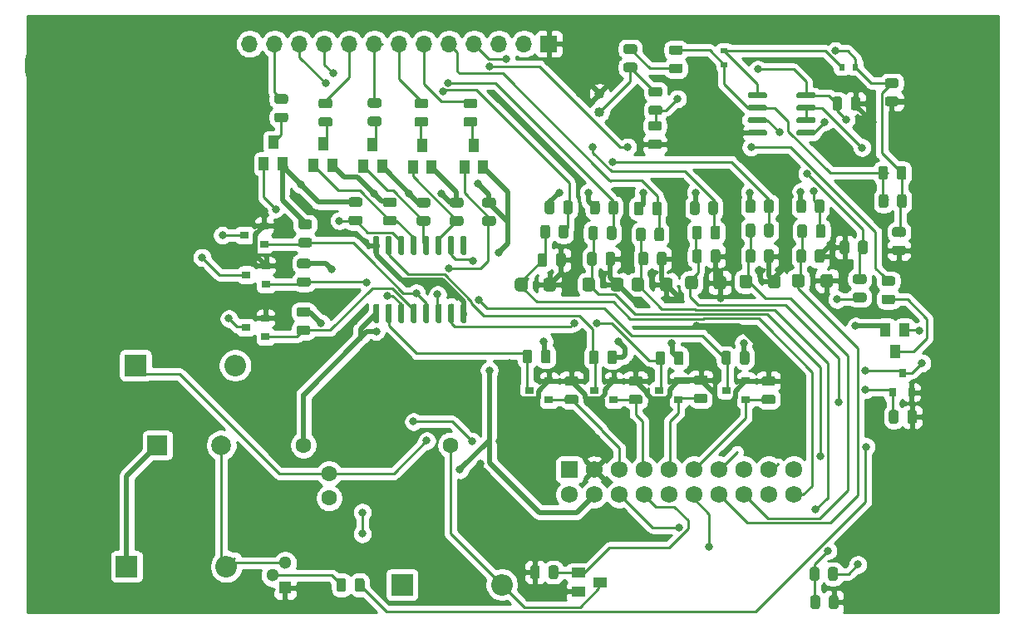
<source format=gbr>
G04 #@! TF.GenerationSoftware,KiCad,Pcbnew,(5.1.6-0-10_14)*
G04 #@! TF.CreationDate,2020-09-03T17:39:19-04:00*
G04 #@! TF.ProjectId,Pufferfish-Interface-2,50756666-6572-4666-9973-682d496e7465,rev?*
G04 #@! TF.SameCoordinates,Original*
G04 #@! TF.FileFunction,Copper,L1,Top*
G04 #@! TF.FilePolarity,Positive*
%FSLAX46Y46*%
G04 Gerber Fmt 4.6, Leading zero omitted, Abs format (unit mm)*
G04 Created by KiCad (PCBNEW (5.1.6-0-10_14)) date 2020-09-03 17:39:19*
%MOMM*%
%LPD*%
G01*
G04 APERTURE LIST*
G04 #@! TA.AperFunction,SMDPad,CuDef*
%ADD10R,0.800000X0.900000*%
G04 #@! TD*
G04 #@! TA.AperFunction,SMDPad,CuDef*
%ADD11R,1.000000X1.400000*%
G04 #@! TD*
G04 #@! TA.AperFunction,ComponentPad*
%ADD12C,6.350000*%
G04 #@! TD*
G04 #@! TA.AperFunction,ComponentPad*
%ADD13O,1.700000X1.700000*%
G04 #@! TD*
G04 #@! TA.AperFunction,ComponentPad*
%ADD14R,1.700000X1.700000*%
G04 #@! TD*
G04 #@! TA.AperFunction,ComponentPad*
%ADD15O,2.200000X2.200000*%
G04 #@! TD*
G04 #@! TA.AperFunction,ComponentPad*
%ADD16R,2.200000X2.200000*%
G04 #@! TD*
G04 #@! TA.AperFunction,ComponentPad*
%ADD17R,2.000000X2.000000*%
G04 #@! TD*
G04 #@! TA.AperFunction,ComponentPad*
%ADD18C,2.000000*%
G04 #@! TD*
G04 #@! TA.AperFunction,ComponentPad*
%ADD19C,1.010000*%
G04 #@! TD*
G04 #@! TA.AperFunction,ComponentPad*
%ADD20R,1.300000X1.300000*%
G04 #@! TD*
G04 #@! TA.AperFunction,ComponentPad*
%ADD21C,1.300000*%
G04 #@! TD*
G04 #@! TA.AperFunction,SMDPad,CuDef*
%ADD22R,0.600000X0.700000*%
G04 #@! TD*
G04 #@! TA.AperFunction,SMDPad,CuDef*
%ADD23R,0.700000X0.600000*%
G04 #@! TD*
G04 #@! TA.AperFunction,ComponentPad*
%ADD24C,1.725000*%
G04 #@! TD*
G04 #@! TA.AperFunction,ComponentPad*
%ADD25R,1.725000X1.725000*%
G04 #@! TD*
G04 #@! TA.AperFunction,SMDPad,CuDef*
%ADD26R,1.400000X1.000000*%
G04 #@! TD*
G04 #@! TA.AperFunction,SMDPad,CuDef*
%ADD27R,0.900000X0.800000*%
G04 #@! TD*
G04 #@! TA.AperFunction,ComponentPad*
%ADD28C,1.600000*%
G04 #@! TD*
G04 #@! TA.AperFunction,ViaPad*
%ADD29C,0.800000*%
G04 #@! TD*
G04 #@! TA.AperFunction,Conductor*
%ADD30C,0.250000*%
G04 #@! TD*
G04 #@! TA.AperFunction,Conductor*
%ADD31C,0.508000*%
G04 #@! TD*
G04 #@! TA.AperFunction,Conductor*
%ADD32C,0.254000*%
G04 #@! TD*
G04 APERTURE END LIST*
G04 #@! TA.AperFunction,SMDPad,CuDef*
G36*
G01*
X70012500Y-36956250D02*
X70012500Y-36043750D01*
G75*
G02*
X70256250Y-35800000I243750J0D01*
G01*
X70743750Y-35800000D01*
G75*
G02*
X70987500Y-36043750I0J-243750D01*
G01*
X70987500Y-36956250D01*
G75*
G02*
X70743750Y-37200000I-243750J0D01*
G01*
X70256250Y-37200000D01*
G75*
G02*
X70012500Y-36956250I0J243750D01*
G01*
G37*
G04 #@! TD.AperFunction*
G04 #@! TA.AperFunction,SMDPad,CuDef*
G36*
G01*
X68137500Y-36956250D02*
X68137500Y-36043750D01*
G75*
G02*
X68381250Y-35800000I243750J0D01*
G01*
X68868750Y-35800000D01*
G75*
G02*
X69112500Y-36043750I0J-243750D01*
G01*
X69112500Y-36956250D01*
G75*
G02*
X68868750Y-37200000I-243750J0D01*
G01*
X68381250Y-37200000D01*
G75*
G02*
X68137500Y-36956250I0J243750D01*
G01*
G37*
G04 #@! TD.AperFunction*
D10*
X69500000Y-32000000D03*
X70450000Y-34000000D03*
X68550000Y-34000000D03*
D11*
X68750000Y-29850000D03*
X67800000Y-27650000D03*
X69700000Y-27650000D03*
D12*
X75500000Y-51250000D03*
X76000000Y-750000D03*
X-16500000Y-51500000D03*
X-16750000Y-750000D03*
D13*
X3020000Y1500000D03*
X5560000Y1500000D03*
X8100000Y1500000D03*
X10640000Y1500000D03*
X13180000Y1500000D03*
X15720000Y1500000D03*
X18260000Y1500000D03*
X20800000Y1500000D03*
X23340000Y1500000D03*
X25880000Y1500000D03*
X28420000Y1500000D03*
X30960000Y1500000D03*
D14*
X33500000Y1500000D03*
D15*
X645380Y-51745980D03*
D16*
X-9514620Y-51745980D03*
G04 #@! TA.AperFunction,SMDPad,CuDef*
G36*
G01*
X36900000Y-23375000D02*
X36900000Y-22625000D01*
G75*
G02*
X37225000Y-22300000I325000J0D01*
G01*
X37875000Y-22300000D01*
G75*
G02*
X38200000Y-22625000I0J-325000D01*
G01*
X38200000Y-23375000D01*
G75*
G02*
X37875000Y-23700000I-325000J0D01*
G01*
X37225000Y-23700000D01*
G75*
G02*
X36900000Y-23375000I0J325000D01*
G01*
G37*
G04 #@! TD.AperFunction*
G04 #@! TA.AperFunction,SMDPad,CuDef*
G36*
G01*
X39800000Y-23375000D02*
X39800000Y-22625000D01*
G75*
G02*
X40125000Y-22300000I325000J0D01*
G01*
X40775000Y-22300000D01*
G75*
G02*
X41100000Y-22625000I0J-325000D01*
G01*
X41100000Y-23375000D01*
G75*
G02*
X40775000Y-23700000I-325000J0D01*
G01*
X40125000Y-23700000D01*
G75*
G02*
X39800000Y-23375000I0J325000D01*
G01*
G37*
G04 #@! TD.AperFunction*
G04 #@! TA.AperFunction,SMDPad,CuDef*
G36*
G01*
X39280000Y-20846250D02*
X39280000Y-19933750D01*
G75*
G02*
X39523750Y-19690000I243750J0D01*
G01*
X40011250Y-19690000D01*
G75*
G02*
X40255000Y-19933750I0J-243750D01*
G01*
X40255000Y-20846250D01*
G75*
G02*
X40011250Y-21090000I-243750J0D01*
G01*
X39523750Y-21090000D01*
G75*
G02*
X39280000Y-20846250I0J243750D01*
G01*
G37*
G04 #@! TD.AperFunction*
G04 #@! TA.AperFunction,SMDPad,CuDef*
G36*
G01*
X37405000Y-20846250D02*
X37405000Y-19933750D01*
G75*
G02*
X37648750Y-19690000I243750J0D01*
G01*
X38136250Y-19690000D01*
G75*
G02*
X38380000Y-19933750I0J-243750D01*
G01*
X38380000Y-20846250D01*
G75*
G02*
X38136250Y-21090000I-243750J0D01*
G01*
X37648750Y-21090000D01*
G75*
G02*
X37405000Y-20846250I0J243750D01*
G01*
G37*
G04 #@! TD.AperFunction*
G04 #@! TA.AperFunction,SMDPad,CuDef*
G36*
G01*
X38500000Y-17303750D02*
X38500000Y-18216250D01*
G75*
G02*
X38256250Y-18460000I-243750J0D01*
G01*
X37768750Y-18460000D01*
G75*
G02*
X37525000Y-18216250I0J243750D01*
G01*
X37525000Y-17303750D01*
G75*
G02*
X37768750Y-17060000I243750J0D01*
G01*
X38256250Y-17060000D01*
G75*
G02*
X38500000Y-17303750I0J-243750D01*
G01*
G37*
G04 #@! TD.AperFunction*
G04 #@! TA.AperFunction,SMDPad,CuDef*
G36*
G01*
X40375000Y-17303750D02*
X40375000Y-18216250D01*
G75*
G02*
X40131250Y-18460000I-243750J0D01*
G01*
X39643750Y-18460000D01*
G75*
G02*
X39400000Y-18216250I0J243750D01*
G01*
X39400000Y-17303750D01*
G75*
G02*
X39643750Y-17060000I243750J0D01*
G01*
X40131250Y-17060000D01*
G75*
G02*
X40375000Y-17303750I0J-243750D01*
G01*
G37*
G04 #@! TD.AperFunction*
G04 #@! TA.AperFunction,SMDPad,CuDef*
G36*
G01*
X39578700Y-15640370D02*
X39578700Y-14727870D01*
G75*
G02*
X39822450Y-14484120I243750J0D01*
G01*
X40309950Y-14484120D01*
G75*
G02*
X40553700Y-14727870I0J-243750D01*
G01*
X40553700Y-15640370D01*
G75*
G02*
X40309950Y-15884120I-243750J0D01*
G01*
X39822450Y-15884120D01*
G75*
G02*
X39578700Y-15640370I0J243750D01*
G01*
G37*
G04 #@! TD.AperFunction*
G04 #@! TA.AperFunction,SMDPad,CuDef*
G36*
G01*
X37703700Y-15640370D02*
X37703700Y-14727870D01*
G75*
G02*
X37947450Y-14484120I243750J0D01*
G01*
X38434950Y-14484120D01*
G75*
G02*
X38678700Y-14727870I0J-243750D01*
G01*
X38678700Y-15640370D01*
G75*
G02*
X38434950Y-15884120I-243750J0D01*
G01*
X37947450Y-15884120D01*
G75*
G02*
X37703700Y-15640370I0J243750D01*
G01*
G37*
G04 #@! TD.AperFunction*
G04 #@! TA.AperFunction,SMDPad,CuDef*
G36*
G01*
X16085960Y-20021780D02*
X15785960Y-20021780D01*
G75*
G02*
X15635960Y-19871780I0J150000D01*
G01*
X15635960Y-18196780D01*
G75*
G02*
X15785960Y-18046780I150000J0D01*
G01*
X16085960Y-18046780D01*
G75*
G02*
X16235960Y-18196780I0J-150000D01*
G01*
X16235960Y-19871780D01*
G75*
G02*
X16085960Y-20021780I-150000J0D01*
G01*
G37*
G04 #@! TD.AperFunction*
G04 #@! TA.AperFunction,SMDPad,CuDef*
G36*
G01*
X17355960Y-20021780D02*
X17055960Y-20021780D01*
G75*
G02*
X16905960Y-19871780I0J150000D01*
G01*
X16905960Y-18196780D01*
G75*
G02*
X17055960Y-18046780I150000J0D01*
G01*
X17355960Y-18046780D01*
G75*
G02*
X17505960Y-18196780I0J-150000D01*
G01*
X17505960Y-19871780D01*
G75*
G02*
X17355960Y-20021780I-150000J0D01*
G01*
G37*
G04 #@! TD.AperFunction*
G04 #@! TA.AperFunction,SMDPad,CuDef*
G36*
G01*
X18625960Y-20021780D02*
X18325960Y-20021780D01*
G75*
G02*
X18175960Y-19871780I0J150000D01*
G01*
X18175960Y-18196780D01*
G75*
G02*
X18325960Y-18046780I150000J0D01*
G01*
X18625960Y-18046780D01*
G75*
G02*
X18775960Y-18196780I0J-150000D01*
G01*
X18775960Y-19871780D01*
G75*
G02*
X18625960Y-20021780I-150000J0D01*
G01*
G37*
G04 #@! TD.AperFunction*
G04 #@! TA.AperFunction,SMDPad,CuDef*
G36*
G01*
X19895960Y-20021780D02*
X19595960Y-20021780D01*
G75*
G02*
X19445960Y-19871780I0J150000D01*
G01*
X19445960Y-18196780D01*
G75*
G02*
X19595960Y-18046780I150000J0D01*
G01*
X19895960Y-18046780D01*
G75*
G02*
X20045960Y-18196780I0J-150000D01*
G01*
X20045960Y-19871780D01*
G75*
G02*
X19895960Y-20021780I-150000J0D01*
G01*
G37*
G04 #@! TD.AperFunction*
G04 #@! TA.AperFunction,SMDPad,CuDef*
G36*
G01*
X21165960Y-20021780D02*
X20865960Y-20021780D01*
G75*
G02*
X20715960Y-19871780I0J150000D01*
G01*
X20715960Y-18196780D01*
G75*
G02*
X20865960Y-18046780I150000J0D01*
G01*
X21165960Y-18046780D01*
G75*
G02*
X21315960Y-18196780I0J-150000D01*
G01*
X21315960Y-19871780D01*
G75*
G02*
X21165960Y-20021780I-150000J0D01*
G01*
G37*
G04 #@! TD.AperFunction*
G04 #@! TA.AperFunction,SMDPad,CuDef*
G36*
G01*
X22435960Y-20021780D02*
X22135960Y-20021780D01*
G75*
G02*
X21985960Y-19871780I0J150000D01*
G01*
X21985960Y-18196780D01*
G75*
G02*
X22135960Y-18046780I150000J0D01*
G01*
X22435960Y-18046780D01*
G75*
G02*
X22585960Y-18196780I0J-150000D01*
G01*
X22585960Y-19871780D01*
G75*
G02*
X22435960Y-20021780I-150000J0D01*
G01*
G37*
G04 #@! TD.AperFunction*
G04 #@! TA.AperFunction,SMDPad,CuDef*
G36*
G01*
X23705960Y-20021780D02*
X23405960Y-20021780D01*
G75*
G02*
X23255960Y-19871780I0J150000D01*
G01*
X23255960Y-18196780D01*
G75*
G02*
X23405960Y-18046780I150000J0D01*
G01*
X23705960Y-18046780D01*
G75*
G02*
X23855960Y-18196780I0J-150000D01*
G01*
X23855960Y-19871780D01*
G75*
G02*
X23705960Y-20021780I-150000J0D01*
G01*
G37*
G04 #@! TD.AperFunction*
G04 #@! TA.AperFunction,SMDPad,CuDef*
G36*
G01*
X24975960Y-20021780D02*
X24675960Y-20021780D01*
G75*
G02*
X24525960Y-19871780I0J150000D01*
G01*
X24525960Y-18196780D01*
G75*
G02*
X24675960Y-18046780I150000J0D01*
G01*
X24975960Y-18046780D01*
G75*
G02*
X25125960Y-18196780I0J-150000D01*
G01*
X25125960Y-19871780D01*
G75*
G02*
X24975960Y-20021780I-150000J0D01*
G01*
G37*
G04 #@! TD.AperFunction*
G04 #@! TA.AperFunction,SMDPad,CuDef*
G36*
G01*
X24975960Y-26946780D02*
X24675960Y-26946780D01*
G75*
G02*
X24525960Y-26796780I0J150000D01*
G01*
X24525960Y-25121780D01*
G75*
G02*
X24675960Y-24971780I150000J0D01*
G01*
X24975960Y-24971780D01*
G75*
G02*
X25125960Y-25121780I0J-150000D01*
G01*
X25125960Y-26796780D01*
G75*
G02*
X24975960Y-26946780I-150000J0D01*
G01*
G37*
G04 #@! TD.AperFunction*
G04 #@! TA.AperFunction,SMDPad,CuDef*
G36*
G01*
X23705960Y-26946780D02*
X23405960Y-26946780D01*
G75*
G02*
X23255960Y-26796780I0J150000D01*
G01*
X23255960Y-25121780D01*
G75*
G02*
X23405960Y-24971780I150000J0D01*
G01*
X23705960Y-24971780D01*
G75*
G02*
X23855960Y-25121780I0J-150000D01*
G01*
X23855960Y-26796780D01*
G75*
G02*
X23705960Y-26946780I-150000J0D01*
G01*
G37*
G04 #@! TD.AperFunction*
G04 #@! TA.AperFunction,SMDPad,CuDef*
G36*
G01*
X22435960Y-26946780D02*
X22135960Y-26946780D01*
G75*
G02*
X21985960Y-26796780I0J150000D01*
G01*
X21985960Y-25121780D01*
G75*
G02*
X22135960Y-24971780I150000J0D01*
G01*
X22435960Y-24971780D01*
G75*
G02*
X22585960Y-25121780I0J-150000D01*
G01*
X22585960Y-26796780D01*
G75*
G02*
X22435960Y-26946780I-150000J0D01*
G01*
G37*
G04 #@! TD.AperFunction*
G04 #@! TA.AperFunction,SMDPad,CuDef*
G36*
G01*
X21165960Y-26946780D02*
X20865960Y-26946780D01*
G75*
G02*
X20715960Y-26796780I0J150000D01*
G01*
X20715960Y-25121780D01*
G75*
G02*
X20865960Y-24971780I150000J0D01*
G01*
X21165960Y-24971780D01*
G75*
G02*
X21315960Y-25121780I0J-150000D01*
G01*
X21315960Y-26796780D01*
G75*
G02*
X21165960Y-26946780I-150000J0D01*
G01*
G37*
G04 #@! TD.AperFunction*
G04 #@! TA.AperFunction,SMDPad,CuDef*
G36*
G01*
X19895960Y-26946780D02*
X19595960Y-26946780D01*
G75*
G02*
X19445960Y-26796780I0J150000D01*
G01*
X19445960Y-25121780D01*
G75*
G02*
X19595960Y-24971780I150000J0D01*
G01*
X19895960Y-24971780D01*
G75*
G02*
X20045960Y-25121780I0J-150000D01*
G01*
X20045960Y-26796780D01*
G75*
G02*
X19895960Y-26946780I-150000J0D01*
G01*
G37*
G04 #@! TD.AperFunction*
G04 #@! TA.AperFunction,SMDPad,CuDef*
G36*
G01*
X18625960Y-26946780D02*
X18325960Y-26946780D01*
G75*
G02*
X18175960Y-26796780I0J150000D01*
G01*
X18175960Y-25121780D01*
G75*
G02*
X18325960Y-24971780I150000J0D01*
G01*
X18625960Y-24971780D01*
G75*
G02*
X18775960Y-25121780I0J-150000D01*
G01*
X18775960Y-26796780D01*
G75*
G02*
X18625960Y-26946780I-150000J0D01*
G01*
G37*
G04 #@! TD.AperFunction*
G04 #@! TA.AperFunction,SMDPad,CuDef*
G36*
G01*
X17355960Y-26946780D02*
X17055960Y-26946780D01*
G75*
G02*
X16905960Y-26796780I0J150000D01*
G01*
X16905960Y-25121780D01*
G75*
G02*
X17055960Y-24971780I150000J0D01*
G01*
X17355960Y-24971780D01*
G75*
G02*
X17505960Y-25121780I0J-150000D01*
G01*
X17505960Y-26796780D01*
G75*
G02*
X17355960Y-26946780I-150000J0D01*
G01*
G37*
G04 #@! TD.AperFunction*
G04 #@! TA.AperFunction,SMDPad,CuDef*
G36*
G01*
X16085960Y-26946780D02*
X15785960Y-26946780D01*
G75*
G02*
X15635960Y-26796780I0J150000D01*
G01*
X15635960Y-25121780D01*
G75*
G02*
X15785960Y-24971780I150000J0D01*
G01*
X16085960Y-24971780D01*
G75*
G02*
X16235960Y-25121780I0J-150000D01*
G01*
X16235960Y-26796780D01*
G75*
G02*
X16085960Y-26946780I-150000J0D01*
G01*
G37*
G04 #@! TD.AperFunction*
G04 #@! TA.AperFunction,SMDPad,CuDef*
G36*
G01*
X33610000Y-17173750D02*
X33610000Y-18086250D01*
G75*
G02*
X33366250Y-18330000I-243750J0D01*
G01*
X32878750Y-18330000D01*
G75*
G02*
X32635000Y-18086250I0J243750D01*
G01*
X32635000Y-17173750D01*
G75*
G02*
X32878750Y-16930000I243750J0D01*
G01*
X33366250Y-16930000D01*
G75*
G02*
X33610000Y-17173750I0J-243750D01*
G01*
G37*
G04 #@! TD.AperFunction*
G04 #@! TA.AperFunction,SMDPad,CuDef*
G36*
G01*
X35485000Y-17173750D02*
X35485000Y-18086250D01*
G75*
G02*
X35241250Y-18330000I-243750J0D01*
G01*
X34753750Y-18330000D01*
G75*
G02*
X34510000Y-18086250I0J243750D01*
G01*
X34510000Y-17173750D01*
G75*
G02*
X34753750Y-16930000I243750J0D01*
G01*
X35241250Y-16930000D01*
G75*
G02*
X35485000Y-17173750I0J-243750D01*
G01*
G37*
G04 #@! TD.AperFunction*
G04 #@! TA.AperFunction,SMDPad,CuDef*
G36*
G01*
X34957500Y-15596250D02*
X34957500Y-14683750D01*
G75*
G02*
X35201250Y-14440000I243750J0D01*
G01*
X35688750Y-14440000D01*
G75*
G02*
X35932500Y-14683750I0J-243750D01*
G01*
X35932500Y-15596250D01*
G75*
G02*
X35688750Y-15840000I-243750J0D01*
G01*
X35201250Y-15840000D01*
G75*
G02*
X34957500Y-15596250I0J243750D01*
G01*
G37*
G04 #@! TD.AperFunction*
G04 #@! TA.AperFunction,SMDPad,CuDef*
G36*
G01*
X33082500Y-15596250D02*
X33082500Y-14683750D01*
G75*
G02*
X33326250Y-14440000I243750J0D01*
G01*
X33813750Y-14440000D01*
G75*
G02*
X34057500Y-14683750I0J-243750D01*
G01*
X34057500Y-15596250D01*
G75*
G02*
X33813750Y-15840000I-243750J0D01*
G01*
X33326250Y-15840000D01*
G75*
G02*
X33082500Y-15596250I0J243750D01*
G01*
G37*
G04 #@! TD.AperFunction*
G04 #@! TA.AperFunction,SMDPad,CuDef*
G36*
G01*
X67623750Y-24040000D02*
X68536250Y-24040000D01*
G75*
G02*
X68780000Y-24283750I0J-243750D01*
G01*
X68780000Y-24771250D01*
G75*
G02*
X68536250Y-25015000I-243750J0D01*
G01*
X67623750Y-25015000D01*
G75*
G02*
X67380000Y-24771250I0J243750D01*
G01*
X67380000Y-24283750D01*
G75*
G02*
X67623750Y-24040000I243750J0D01*
G01*
G37*
G04 #@! TD.AperFunction*
G04 #@! TA.AperFunction,SMDPad,CuDef*
G36*
G01*
X67623750Y-22165000D02*
X68536250Y-22165000D01*
G75*
G02*
X68780000Y-22408750I0J-243750D01*
G01*
X68780000Y-22896250D01*
G75*
G02*
X68536250Y-23140000I-243750J0D01*
G01*
X67623750Y-23140000D01*
G75*
G02*
X67380000Y-22896250I0J243750D01*
G01*
X67380000Y-22408750D01*
G75*
G02*
X67623750Y-22165000I243750J0D01*
G01*
G37*
G04 #@! TD.AperFunction*
G04 #@! TA.AperFunction,SMDPad,CuDef*
G36*
G01*
X5774370Y-5504360D02*
X6686870Y-5504360D01*
G75*
G02*
X6930620Y-5748110I0J-243750D01*
G01*
X6930620Y-6235610D01*
G75*
G02*
X6686870Y-6479360I-243750J0D01*
G01*
X5774370Y-6479360D01*
G75*
G02*
X5530620Y-6235610I0J243750D01*
G01*
X5530620Y-5748110D01*
G75*
G02*
X5774370Y-5504360I243750J0D01*
G01*
G37*
G04 #@! TD.AperFunction*
G04 #@! TA.AperFunction,SMDPad,CuDef*
G36*
G01*
X5774370Y-3629360D02*
X6686870Y-3629360D01*
G75*
G02*
X6930620Y-3873110I0J-243750D01*
G01*
X6930620Y-4360610D01*
G75*
G02*
X6686870Y-4604360I-243750J0D01*
G01*
X5774370Y-4604360D01*
G75*
G02*
X5530620Y-4360610I0J243750D01*
G01*
X5530620Y-3873110D01*
G75*
G02*
X5774370Y-3629360I243750J0D01*
G01*
G37*
G04 #@! TD.AperFunction*
G04 #@! TA.AperFunction,SMDPad,CuDef*
G36*
G01*
X30040000Y-23395000D02*
X30040000Y-22645000D01*
G75*
G02*
X30365000Y-22320000I325000J0D01*
G01*
X31015000Y-22320000D01*
G75*
G02*
X31340000Y-22645000I0J-325000D01*
G01*
X31340000Y-23395000D01*
G75*
G02*
X31015000Y-23720000I-325000J0D01*
G01*
X30365000Y-23720000D01*
G75*
G02*
X30040000Y-23395000I0J325000D01*
G01*
G37*
G04 #@! TD.AperFunction*
G04 #@! TA.AperFunction,SMDPad,CuDef*
G36*
G01*
X32940000Y-23395000D02*
X32940000Y-22645000D01*
G75*
G02*
X33265000Y-22320000I325000J0D01*
G01*
X33915000Y-22320000D01*
G75*
G02*
X34240000Y-22645000I0J-325000D01*
G01*
X34240000Y-23395000D01*
G75*
G02*
X33915000Y-23720000I-325000J0D01*
G01*
X33265000Y-23720000D01*
G75*
G02*
X32940000Y-23395000I0J325000D01*
G01*
G37*
G04 #@! TD.AperFunction*
G04 #@! TA.AperFunction,SMDPad,CuDef*
G36*
G01*
X34235480Y-20957750D02*
X34235480Y-20045250D01*
G75*
G02*
X34479230Y-19801500I243750J0D01*
G01*
X34966730Y-19801500D01*
G75*
G02*
X35210480Y-20045250I0J-243750D01*
G01*
X35210480Y-20957750D01*
G75*
G02*
X34966730Y-21201500I-243750J0D01*
G01*
X34479230Y-21201500D01*
G75*
G02*
X34235480Y-20957750I0J243750D01*
G01*
G37*
G04 #@! TD.AperFunction*
G04 #@! TA.AperFunction,SMDPad,CuDef*
G36*
G01*
X32360480Y-20957750D02*
X32360480Y-20045250D01*
G75*
G02*
X32604230Y-19801500I243750J0D01*
G01*
X33091730Y-19801500D01*
G75*
G02*
X33335480Y-20045250I0J-243750D01*
G01*
X33335480Y-20957750D01*
G75*
G02*
X33091730Y-21201500I-243750J0D01*
G01*
X32604230Y-21201500D01*
G75*
G02*
X32360480Y-20957750I0J243750D01*
G01*
G37*
G04 #@! TD.AperFunction*
D17*
X-6370000Y-39370000D03*
D18*
X130000Y-39370000D03*
D19*
X38650000Y-3550000D03*
X38650000Y-5450000D03*
G04 #@! TA.AperFunction,SMDPad,CuDef*
G36*
G01*
X58720000Y-3885000D02*
X58720000Y-3585000D01*
G75*
G02*
X58870000Y-3435000I150000J0D01*
G01*
X60520000Y-3435000D01*
G75*
G02*
X60670000Y-3585000I0J-150000D01*
G01*
X60670000Y-3885000D01*
G75*
G02*
X60520000Y-4035000I-150000J0D01*
G01*
X58870000Y-4035000D01*
G75*
G02*
X58720000Y-3885000I0J150000D01*
G01*
G37*
G04 #@! TD.AperFunction*
G04 #@! TA.AperFunction,SMDPad,CuDef*
G36*
G01*
X58720000Y-5155000D02*
X58720000Y-4855000D01*
G75*
G02*
X58870000Y-4705000I150000J0D01*
G01*
X60520000Y-4705000D01*
G75*
G02*
X60670000Y-4855000I0J-150000D01*
G01*
X60670000Y-5155000D01*
G75*
G02*
X60520000Y-5305000I-150000J0D01*
G01*
X58870000Y-5305000D01*
G75*
G02*
X58720000Y-5155000I0J150000D01*
G01*
G37*
G04 #@! TD.AperFunction*
G04 #@! TA.AperFunction,SMDPad,CuDef*
G36*
G01*
X58720000Y-6425000D02*
X58720000Y-6125000D01*
G75*
G02*
X58870000Y-5975000I150000J0D01*
G01*
X60520000Y-5975000D01*
G75*
G02*
X60670000Y-6125000I0J-150000D01*
G01*
X60670000Y-6425000D01*
G75*
G02*
X60520000Y-6575000I-150000J0D01*
G01*
X58870000Y-6575000D01*
G75*
G02*
X58720000Y-6425000I0J150000D01*
G01*
G37*
G04 #@! TD.AperFunction*
G04 #@! TA.AperFunction,SMDPad,CuDef*
G36*
G01*
X58720000Y-7695000D02*
X58720000Y-7395000D01*
G75*
G02*
X58870000Y-7245000I150000J0D01*
G01*
X60520000Y-7245000D01*
G75*
G02*
X60670000Y-7395000I0J-150000D01*
G01*
X60670000Y-7695000D01*
G75*
G02*
X60520000Y-7845000I-150000J0D01*
G01*
X58870000Y-7845000D01*
G75*
G02*
X58720000Y-7695000I0J150000D01*
G01*
G37*
G04 #@! TD.AperFunction*
G04 #@! TA.AperFunction,SMDPad,CuDef*
G36*
G01*
X53770000Y-7695000D02*
X53770000Y-7395000D01*
G75*
G02*
X53920000Y-7245000I150000J0D01*
G01*
X55570000Y-7245000D01*
G75*
G02*
X55720000Y-7395000I0J-150000D01*
G01*
X55720000Y-7695000D01*
G75*
G02*
X55570000Y-7845000I-150000J0D01*
G01*
X53920000Y-7845000D01*
G75*
G02*
X53770000Y-7695000I0J150000D01*
G01*
G37*
G04 #@! TD.AperFunction*
G04 #@! TA.AperFunction,SMDPad,CuDef*
G36*
G01*
X53770000Y-6425000D02*
X53770000Y-6125000D01*
G75*
G02*
X53920000Y-5975000I150000J0D01*
G01*
X55570000Y-5975000D01*
G75*
G02*
X55720000Y-6125000I0J-150000D01*
G01*
X55720000Y-6425000D01*
G75*
G02*
X55570000Y-6575000I-150000J0D01*
G01*
X53920000Y-6575000D01*
G75*
G02*
X53770000Y-6425000I0J150000D01*
G01*
G37*
G04 #@! TD.AperFunction*
G04 #@! TA.AperFunction,SMDPad,CuDef*
G36*
G01*
X53770000Y-5155000D02*
X53770000Y-4855000D01*
G75*
G02*
X53920000Y-4705000I150000J0D01*
G01*
X55570000Y-4705000D01*
G75*
G02*
X55720000Y-4855000I0J-150000D01*
G01*
X55720000Y-5155000D01*
G75*
G02*
X55570000Y-5305000I-150000J0D01*
G01*
X53920000Y-5305000D01*
G75*
G02*
X53770000Y-5155000I0J150000D01*
G01*
G37*
G04 #@! TD.AperFunction*
G04 #@! TA.AperFunction,SMDPad,CuDef*
G36*
G01*
X53770000Y-3885000D02*
X53770000Y-3585000D01*
G75*
G02*
X53920000Y-3435000I150000J0D01*
G01*
X55570000Y-3435000D01*
G75*
G02*
X55720000Y-3585000I0J-150000D01*
G01*
X55720000Y-3885000D01*
G75*
G02*
X55570000Y-4035000I-150000J0D01*
G01*
X53920000Y-4035000D01*
G75*
G02*
X53770000Y-3885000I0J150000D01*
G01*
G37*
G04 #@! TD.AperFunction*
G04 #@! TA.AperFunction,SMDPad,CuDef*
G36*
G01*
X13742500Y-54086250D02*
X13742500Y-53173750D01*
G75*
G02*
X13986250Y-52930000I243750J0D01*
G01*
X14473750Y-52930000D01*
G75*
G02*
X14717500Y-53173750I0J-243750D01*
G01*
X14717500Y-54086250D01*
G75*
G02*
X14473750Y-54330000I-243750J0D01*
G01*
X13986250Y-54330000D01*
G75*
G02*
X13742500Y-54086250I0J243750D01*
G01*
G37*
G04 #@! TD.AperFunction*
G04 #@! TA.AperFunction,SMDPad,CuDef*
G36*
G01*
X11867500Y-54086250D02*
X11867500Y-53173750D01*
G75*
G02*
X12111250Y-52930000I243750J0D01*
G01*
X12598750Y-52930000D01*
G75*
G02*
X12842500Y-53173750I0J-243750D01*
G01*
X12842500Y-54086250D01*
G75*
G02*
X12598750Y-54330000I-243750J0D01*
G01*
X12111250Y-54330000D01*
G75*
G02*
X11867500Y-54086250I0J243750D01*
G01*
G37*
G04 #@! TD.AperFunction*
G04 #@! TA.AperFunction,SMDPad,CuDef*
G36*
G01*
X8215310Y-18260720D02*
X9127810Y-18260720D01*
G75*
G02*
X9371560Y-18504470I0J-243750D01*
G01*
X9371560Y-18991970D01*
G75*
G02*
X9127810Y-19235720I-243750J0D01*
G01*
X8215310Y-19235720D01*
G75*
G02*
X7971560Y-18991970I0J243750D01*
G01*
X7971560Y-18504470D01*
G75*
G02*
X8215310Y-18260720I243750J0D01*
G01*
G37*
G04 #@! TD.AperFunction*
G04 #@! TA.AperFunction,SMDPad,CuDef*
G36*
G01*
X8215310Y-16385720D02*
X9127810Y-16385720D01*
G75*
G02*
X9371560Y-16629470I0J-243750D01*
G01*
X9371560Y-17116970D01*
G75*
G02*
X9127810Y-17360720I-243750J0D01*
G01*
X8215310Y-17360720D01*
G75*
G02*
X7971560Y-17116970I0J243750D01*
G01*
X7971560Y-16629470D01*
G75*
G02*
X8215310Y-16385720I243750J0D01*
G01*
G37*
G04 #@! TD.AperFunction*
G04 #@! TA.AperFunction,SMDPad,CuDef*
G36*
G01*
X16838610Y-16020200D02*
X17751110Y-16020200D01*
G75*
G02*
X17994860Y-16263950I0J-243750D01*
G01*
X17994860Y-16751450D01*
G75*
G02*
X17751110Y-16995200I-243750J0D01*
G01*
X16838610Y-16995200D01*
G75*
G02*
X16594860Y-16751450I0J243750D01*
G01*
X16594860Y-16263950D01*
G75*
G02*
X16838610Y-16020200I243750J0D01*
G01*
G37*
G04 #@! TD.AperFunction*
G04 #@! TA.AperFunction,SMDPad,CuDef*
G36*
G01*
X16838610Y-14145200D02*
X17751110Y-14145200D01*
G75*
G02*
X17994860Y-14388950I0J-243750D01*
G01*
X17994860Y-14876450D01*
G75*
G02*
X17751110Y-15120200I-243750J0D01*
G01*
X16838610Y-15120200D01*
G75*
G02*
X16594860Y-14876450I0J243750D01*
G01*
X16594860Y-14388950D01*
G75*
G02*
X16838610Y-14145200I243750J0D01*
G01*
G37*
G04 #@! TD.AperFunction*
G04 #@! TA.AperFunction,SMDPad,CuDef*
G36*
G01*
X8083230Y-22258440D02*
X8995730Y-22258440D01*
G75*
G02*
X9239480Y-22502190I0J-243750D01*
G01*
X9239480Y-22989690D01*
G75*
G02*
X8995730Y-23233440I-243750J0D01*
G01*
X8083230Y-23233440D01*
G75*
G02*
X7839480Y-22989690I0J243750D01*
G01*
X7839480Y-22502190D01*
G75*
G02*
X8083230Y-22258440I243750J0D01*
G01*
G37*
G04 #@! TD.AperFunction*
G04 #@! TA.AperFunction,SMDPad,CuDef*
G36*
G01*
X8083230Y-20383440D02*
X8995730Y-20383440D01*
G75*
G02*
X9239480Y-20627190I0J-243750D01*
G01*
X9239480Y-21114690D01*
G75*
G02*
X8995730Y-21358440I-243750J0D01*
G01*
X8083230Y-21358440D01*
G75*
G02*
X7839480Y-21114690I0J243750D01*
G01*
X7839480Y-20627190D01*
G75*
G02*
X8083230Y-20383440I243750J0D01*
G01*
G37*
G04 #@! TD.AperFunction*
G04 #@! TA.AperFunction,SMDPad,CuDef*
G36*
G01*
X23648350Y-16045600D02*
X24560850Y-16045600D01*
G75*
G02*
X24804600Y-16289350I0J-243750D01*
G01*
X24804600Y-16776850D01*
G75*
G02*
X24560850Y-17020600I-243750J0D01*
G01*
X23648350Y-17020600D01*
G75*
G02*
X23404600Y-16776850I0J243750D01*
G01*
X23404600Y-16289350D01*
G75*
G02*
X23648350Y-16045600I243750J0D01*
G01*
G37*
G04 #@! TD.AperFunction*
G04 #@! TA.AperFunction,SMDPad,CuDef*
G36*
G01*
X23648350Y-14170600D02*
X24560850Y-14170600D01*
G75*
G02*
X24804600Y-14414350I0J-243750D01*
G01*
X24804600Y-14901850D01*
G75*
G02*
X24560850Y-15145600I-243750J0D01*
G01*
X23648350Y-15145600D01*
G75*
G02*
X23404600Y-14901850I0J243750D01*
G01*
X23404600Y-14414350D01*
G75*
G02*
X23648350Y-14170600I243750J0D01*
G01*
G37*
G04 #@! TD.AperFunction*
G04 #@! TA.AperFunction,SMDPad,CuDef*
G36*
G01*
X62027500Y-55836250D02*
X62027500Y-54923750D01*
G75*
G02*
X62271250Y-54680000I243750J0D01*
G01*
X62758750Y-54680000D01*
G75*
G02*
X63002500Y-54923750I0J-243750D01*
G01*
X63002500Y-55836250D01*
G75*
G02*
X62758750Y-56080000I-243750J0D01*
G01*
X62271250Y-56080000D01*
G75*
G02*
X62027500Y-55836250I0J243750D01*
G01*
G37*
G04 #@! TD.AperFunction*
G04 #@! TA.AperFunction,SMDPad,CuDef*
G36*
G01*
X60152500Y-55836250D02*
X60152500Y-54923750D01*
G75*
G02*
X60396250Y-54680000I243750J0D01*
G01*
X60883750Y-54680000D01*
G75*
G02*
X61127500Y-54923750I0J-243750D01*
G01*
X61127500Y-55836250D01*
G75*
G02*
X60883750Y-56080000I-243750J0D01*
G01*
X60396250Y-56080000D01*
G75*
G02*
X60152500Y-55836250I0J243750D01*
G01*
G37*
G04 #@! TD.AperFunction*
G04 #@! TA.AperFunction,SMDPad,CuDef*
G36*
G01*
X61047500Y-52043750D02*
X61047500Y-52956250D01*
G75*
G02*
X60803750Y-53200000I-243750J0D01*
G01*
X60316250Y-53200000D01*
G75*
G02*
X60072500Y-52956250I0J243750D01*
G01*
X60072500Y-52043750D01*
G75*
G02*
X60316250Y-51800000I243750J0D01*
G01*
X60803750Y-51800000D01*
G75*
G02*
X61047500Y-52043750I0J-243750D01*
G01*
G37*
G04 #@! TD.AperFunction*
G04 #@! TA.AperFunction,SMDPad,CuDef*
G36*
G01*
X62922500Y-52043750D02*
X62922500Y-52956250D01*
G75*
G02*
X62678750Y-53200000I-243750J0D01*
G01*
X62191250Y-53200000D01*
G75*
G02*
X61947500Y-52956250I0J243750D01*
G01*
X61947500Y-52043750D01*
G75*
G02*
X62191250Y-51800000I243750J0D01*
G01*
X62678750Y-51800000D01*
G75*
G02*
X62922500Y-52043750I0J-243750D01*
G01*
G37*
G04 #@! TD.AperFunction*
G04 #@! TA.AperFunction,SMDPad,CuDef*
G36*
G01*
X68703750Y-19050000D02*
X69616250Y-19050000D01*
G75*
G02*
X69860000Y-19293750I0J-243750D01*
G01*
X69860000Y-19781250D01*
G75*
G02*
X69616250Y-20025000I-243750J0D01*
G01*
X68703750Y-20025000D01*
G75*
G02*
X68460000Y-19781250I0J243750D01*
G01*
X68460000Y-19293750D01*
G75*
G02*
X68703750Y-19050000I243750J0D01*
G01*
G37*
G04 #@! TD.AperFunction*
G04 #@! TA.AperFunction,SMDPad,CuDef*
G36*
G01*
X68703750Y-17175000D02*
X69616250Y-17175000D01*
G75*
G02*
X69860000Y-17418750I0J-243750D01*
G01*
X69860000Y-17906250D01*
G75*
G02*
X69616250Y-18150000I-243750J0D01*
G01*
X68703750Y-18150000D01*
G75*
G02*
X68460000Y-17906250I0J243750D01*
G01*
X68460000Y-17418750D01*
G75*
G02*
X68703750Y-17175000I243750J0D01*
G01*
G37*
G04 #@! TD.AperFunction*
G04 #@! TA.AperFunction,SMDPad,CuDef*
G36*
G01*
X68932500Y-12096250D02*
X68932500Y-11183750D01*
G75*
G02*
X69176250Y-10940000I243750J0D01*
G01*
X69663750Y-10940000D01*
G75*
G02*
X69907500Y-11183750I0J-243750D01*
G01*
X69907500Y-12096250D01*
G75*
G02*
X69663750Y-12340000I-243750J0D01*
G01*
X69176250Y-12340000D01*
G75*
G02*
X68932500Y-12096250I0J243750D01*
G01*
G37*
G04 #@! TD.AperFunction*
G04 #@! TA.AperFunction,SMDPad,CuDef*
G36*
G01*
X67057500Y-12096250D02*
X67057500Y-11183750D01*
G75*
G02*
X67301250Y-10940000I243750J0D01*
G01*
X67788750Y-10940000D01*
G75*
G02*
X68032500Y-11183750I0J-243750D01*
G01*
X68032500Y-12096250D01*
G75*
G02*
X67788750Y-12340000I-243750J0D01*
G01*
X67301250Y-12340000D01*
G75*
G02*
X67057500Y-12096250I0J243750D01*
G01*
G37*
G04 #@! TD.AperFunction*
G04 #@! TA.AperFunction,SMDPad,CuDef*
G36*
G01*
X64100000Y-18763750D02*
X64100000Y-19676250D01*
G75*
G02*
X63856250Y-19920000I-243750J0D01*
G01*
X63368750Y-19920000D01*
G75*
G02*
X63125000Y-19676250I0J243750D01*
G01*
X63125000Y-18763750D01*
G75*
G02*
X63368750Y-18520000I243750J0D01*
G01*
X63856250Y-18520000D01*
G75*
G02*
X64100000Y-18763750I0J-243750D01*
G01*
G37*
G04 #@! TD.AperFunction*
G04 #@! TA.AperFunction,SMDPad,CuDef*
G36*
G01*
X65975000Y-18763750D02*
X65975000Y-19676250D01*
G75*
G02*
X65731250Y-19920000I-243750J0D01*
G01*
X65243750Y-19920000D01*
G75*
G02*
X65000000Y-19676250I0J243750D01*
G01*
X65000000Y-18763750D01*
G75*
G02*
X65243750Y-18520000I243750J0D01*
G01*
X65731250Y-18520000D01*
G75*
G02*
X65975000Y-18763750I0J-243750D01*
G01*
G37*
G04 #@! TD.AperFunction*
G04 #@! TA.AperFunction,SMDPad,CuDef*
G36*
G01*
X65616250Y-22940000D02*
X64703750Y-22940000D01*
G75*
G02*
X64460000Y-22696250I0J243750D01*
G01*
X64460000Y-22208750D01*
G75*
G02*
X64703750Y-21965000I243750J0D01*
G01*
X65616250Y-21965000D01*
G75*
G02*
X65860000Y-22208750I0J-243750D01*
G01*
X65860000Y-22696250D01*
G75*
G02*
X65616250Y-22940000I-243750J0D01*
G01*
G37*
G04 #@! TD.AperFunction*
G04 #@! TA.AperFunction,SMDPad,CuDef*
G36*
G01*
X65616250Y-24815000D02*
X64703750Y-24815000D01*
G75*
G02*
X64460000Y-24571250I0J243750D01*
G01*
X64460000Y-24083750D01*
G75*
G02*
X64703750Y-23840000I243750J0D01*
G01*
X65616250Y-23840000D01*
G75*
G02*
X65860000Y-24083750I0J-243750D01*
G01*
X65860000Y-24571250D01*
G75*
G02*
X65616250Y-24815000I-243750J0D01*
G01*
G37*
G04 #@! TD.AperFunction*
G04 #@! TA.AperFunction,SMDPad,CuDef*
G36*
G01*
X46896250Y390000D02*
X45983750Y390000D01*
G75*
G02*
X45740000Y633750I0J243750D01*
G01*
X45740000Y1121250D01*
G75*
G02*
X45983750Y1365000I243750J0D01*
G01*
X46896250Y1365000D01*
G75*
G02*
X47140000Y1121250I0J-243750D01*
G01*
X47140000Y633750D01*
G75*
G02*
X46896250Y390000I-243750J0D01*
G01*
G37*
G04 #@! TD.AperFunction*
G04 #@! TA.AperFunction,SMDPad,CuDef*
G36*
G01*
X46896250Y-1485000D02*
X45983750Y-1485000D01*
G75*
G02*
X45740000Y-1241250I0J243750D01*
G01*
X45740000Y-753750D01*
G75*
G02*
X45983750Y-510000I243750J0D01*
G01*
X46896250Y-510000D01*
G75*
G02*
X47140000Y-753750I0J-243750D01*
G01*
X47140000Y-1241250D01*
G75*
G02*
X46896250Y-1485000I-243750J0D01*
G01*
G37*
G04 #@! TD.AperFunction*
G04 #@! TA.AperFunction,SMDPad,CuDef*
G36*
G01*
X44807430Y-3860000D02*
X43894930Y-3860000D01*
G75*
G02*
X43651180Y-3616250I0J243750D01*
G01*
X43651180Y-3128750D01*
G75*
G02*
X43894930Y-2885000I243750J0D01*
G01*
X44807430Y-2885000D01*
G75*
G02*
X45051180Y-3128750I0J-243750D01*
G01*
X45051180Y-3616250D01*
G75*
G02*
X44807430Y-3860000I-243750J0D01*
G01*
G37*
G04 #@! TD.AperFunction*
G04 #@! TA.AperFunction,SMDPad,CuDef*
G36*
G01*
X44807430Y-5735000D02*
X43894930Y-5735000D01*
G75*
G02*
X43651180Y-5491250I0J243750D01*
G01*
X43651180Y-5003750D01*
G75*
G02*
X43894930Y-4760000I243750J0D01*
G01*
X44807430Y-4760000D01*
G75*
G02*
X45051180Y-5003750I0J-243750D01*
G01*
X45051180Y-5491250D01*
G75*
G02*
X44807430Y-5735000I-243750J0D01*
G01*
G37*
G04 #@! TD.AperFunction*
G04 #@! TA.AperFunction,SMDPad,CuDef*
G36*
G01*
X64260000Y-5026250D02*
X64260000Y-4113750D01*
G75*
G02*
X64503750Y-3870000I243750J0D01*
G01*
X64991250Y-3870000D01*
G75*
G02*
X65235000Y-4113750I0J-243750D01*
G01*
X65235000Y-5026250D01*
G75*
G02*
X64991250Y-5270000I-243750J0D01*
G01*
X64503750Y-5270000D01*
G75*
G02*
X64260000Y-5026250I0J243750D01*
G01*
G37*
G04 #@! TD.AperFunction*
G04 #@! TA.AperFunction,SMDPad,CuDef*
G36*
G01*
X62385000Y-5026250D02*
X62385000Y-4113750D01*
G75*
G02*
X62628750Y-3870000I243750J0D01*
G01*
X63116250Y-3870000D01*
G75*
G02*
X63360000Y-4113750I0J-243750D01*
G01*
X63360000Y-5026250D01*
G75*
G02*
X63116250Y-5270000I-243750J0D01*
G01*
X62628750Y-5270000D01*
G75*
G02*
X62385000Y-5026250I0J243750D01*
G01*
G37*
G04 #@! TD.AperFunction*
G04 #@! TA.AperFunction,SMDPad,CuDef*
G36*
G01*
X13348650Y-15992260D02*
X14261150Y-15992260D01*
G75*
G02*
X14504900Y-16236010I0J-243750D01*
G01*
X14504900Y-16723510D01*
G75*
G02*
X14261150Y-16967260I-243750J0D01*
G01*
X13348650Y-16967260D01*
G75*
G02*
X13104900Y-16723510I0J243750D01*
G01*
X13104900Y-16236010D01*
G75*
G02*
X13348650Y-15992260I243750J0D01*
G01*
G37*
G04 #@! TD.AperFunction*
G04 #@! TA.AperFunction,SMDPad,CuDef*
G36*
G01*
X13348650Y-14117260D02*
X14261150Y-14117260D01*
G75*
G02*
X14504900Y-14361010I0J-243750D01*
G01*
X14504900Y-14848510D01*
G75*
G02*
X14261150Y-15092260I-243750J0D01*
G01*
X13348650Y-15092260D01*
G75*
G02*
X13104900Y-14848510I0J243750D01*
G01*
X13104900Y-14361010D01*
G75*
G02*
X13348650Y-14117260I243750J0D01*
G01*
G37*
G04 #@! TD.AperFunction*
G04 #@! TA.AperFunction,SMDPad,CuDef*
G36*
G01*
X8045130Y-27183260D02*
X8957630Y-27183260D01*
G75*
G02*
X9201380Y-27427010I0J-243750D01*
G01*
X9201380Y-27914510D01*
G75*
G02*
X8957630Y-28158260I-243750J0D01*
G01*
X8045130Y-28158260D01*
G75*
G02*
X7801380Y-27914510I0J243750D01*
G01*
X7801380Y-27427010D01*
G75*
G02*
X8045130Y-27183260I243750J0D01*
G01*
G37*
G04 #@! TD.AperFunction*
G04 #@! TA.AperFunction,SMDPad,CuDef*
G36*
G01*
X8045130Y-25308260D02*
X8957630Y-25308260D01*
G75*
G02*
X9201380Y-25552010I0J-243750D01*
G01*
X9201380Y-26039510D01*
G75*
G02*
X8957630Y-26283260I-243750J0D01*
G01*
X8045130Y-26283260D01*
G75*
G02*
X7801380Y-26039510I0J243750D01*
G01*
X7801380Y-25552010D01*
G75*
G02*
X8045130Y-25308260I243750J0D01*
G01*
G37*
G04 #@! TD.AperFunction*
G04 #@! TA.AperFunction,SMDPad,CuDef*
G36*
G01*
X20270150Y-16045600D02*
X21182650Y-16045600D01*
G75*
G02*
X21426400Y-16289350I0J-243750D01*
G01*
X21426400Y-16776850D01*
G75*
G02*
X21182650Y-17020600I-243750J0D01*
G01*
X20270150Y-17020600D01*
G75*
G02*
X20026400Y-16776850I0J243750D01*
G01*
X20026400Y-16289350D01*
G75*
G02*
X20270150Y-16045600I243750J0D01*
G01*
G37*
G04 #@! TD.AperFunction*
G04 #@! TA.AperFunction,SMDPad,CuDef*
G36*
G01*
X20270150Y-14170600D02*
X21182650Y-14170600D01*
G75*
G02*
X21426400Y-14414350I0J-243750D01*
G01*
X21426400Y-14901850D01*
G75*
G02*
X21182650Y-15145600I-243750J0D01*
G01*
X20270150Y-15145600D01*
G75*
G02*
X20026400Y-14901850I0J243750D01*
G01*
X20026400Y-14414350D01*
G75*
G02*
X20270150Y-14170600I243750J0D01*
G01*
G37*
G04 #@! TD.AperFunction*
G04 #@! TA.AperFunction,SMDPad,CuDef*
G36*
G01*
X26942730Y-16045600D02*
X27855230Y-16045600D01*
G75*
G02*
X28098980Y-16289350I0J-243750D01*
G01*
X28098980Y-16776850D01*
G75*
G02*
X27855230Y-17020600I-243750J0D01*
G01*
X26942730Y-17020600D01*
G75*
G02*
X26698980Y-16776850I0J243750D01*
G01*
X26698980Y-16289350D01*
G75*
G02*
X26942730Y-16045600I243750J0D01*
G01*
G37*
G04 #@! TD.AperFunction*
G04 #@! TA.AperFunction,SMDPad,CuDef*
G36*
G01*
X26942730Y-14170600D02*
X27855230Y-14170600D01*
G75*
G02*
X28098980Y-14414350I0J-243750D01*
G01*
X28098980Y-14901850D01*
G75*
G02*
X27855230Y-15145600I-243750J0D01*
G01*
X26942730Y-15145600D01*
G75*
G02*
X26698980Y-14901850I0J243750D01*
G01*
X26698980Y-14414350D01*
G75*
G02*
X26942730Y-14170600I243750J0D01*
G01*
G37*
G04 #@! TD.AperFunction*
D11*
X5420360Y-8524060D03*
X6370360Y-10724060D03*
X4470360Y-10724060D03*
X10492740Y-8694240D03*
X11442740Y-10894240D03*
X9542740Y-10894240D03*
X20594320Y-8808540D03*
X21544320Y-11008540D03*
X19644320Y-11008540D03*
X15562580Y-8734880D03*
X16512580Y-10934880D03*
X14612580Y-10934880D03*
X25859740Y-8831400D03*
X26809740Y-11031400D03*
X24909740Y-11031400D03*
D20*
X6630000Y-53920000D03*
D21*
X6630000Y-51380000D03*
X5360000Y-52650000D03*
D22*
X64720000Y-860000D03*
X63320000Y-860000D03*
D23*
X51350000Y810000D03*
X51350000Y-590000D03*
D24*
X58453500Y-44409840D03*
X58453500Y-41869840D03*
X55913500Y-44409840D03*
X55913500Y-41869840D03*
X48293500Y-41869840D03*
X48293500Y-44409840D03*
X50833500Y-41869840D03*
X50833500Y-44409840D03*
X53373500Y-41869840D03*
X53373500Y-44409840D03*
X40673500Y-41869840D03*
X35593500Y-44409840D03*
X38133500Y-41869840D03*
X40673500Y-44409840D03*
D25*
X35593500Y-41869840D03*
D24*
X43213500Y-41869840D03*
X43213500Y-44409840D03*
X45753500Y-41869840D03*
X45753500Y-44409840D03*
X38133500Y-44409840D03*
G04 #@! TA.AperFunction,SMDPad,CuDef*
G36*
G01*
X67963750Y-3870000D02*
X68876250Y-3870000D01*
G75*
G02*
X69120000Y-4113750I0J-243750D01*
G01*
X69120000Y-4601250D01*
G75*
G02*
X68876250Y-4845000I-243750J0D01*
G01*
X67963750Y-4845000D01*
G75*
G02*
X67720000Y-4601250I0J243750D01*
G01*
X67720000Y-4113750D01*
G75*
G02*
X67963750Y-3870000I243750J0D01*
G01*
G37*
G04 #@! TD.AperFunction*
G04 #@! TA.AperFunction,SMDPad,CuDef*
G36*
G01*
X67963750Y-1995000D02*
X68876250Y-1995000D01*
G75*
G02*
X69120000Y-2238750I0J-243750D01*
G01*
X69120000Y-2726250D01*
G75*
G02*
X68876250Y-2970000I-243750J0D01*
G01*
X67963750Y-2970000D01*
G75*
G02*
X67720000Y-2726250I0J243750D01*
G01*
X67720000Y-2238750D01*
G75*
G02*
X67963750Y-1995000I243750J0D01*
G01*
G37*
G04 #@! TD.AperFunction*
G04 #@! TA.AperFunction,SMDPad,CuDef*
G36*
G01*
X68072500Y-14043750D02*
X68072500Y-14956250D01*
G75*
G02*
X67828750Y-15200000I-243750J0D01*
G01*
X67341250Y-15200000D01*
G75*
G02*
X67097500Y-14956250I0J243750D01*
G01*
X67097500Y-14043750D01*
G75*
G02*
X67341250Y-13800000I243750J0D01*
G01*
X67828750Y-13800000D01*
G75*
G02*
X68072500Y-14043750I0J-243750D01*
G01*
G37*
G04 #@! TD.AperFunction*
G04 #@! TA.AperFunction,SMDPad,CuDef*
G36*
G01*
X69947500Y-14043750D02*
X69947500Y-14956250D01*
G75*
G02*
X69703750Y-15200000I-243750J0D01*
G01*
X69216250Y-15200000D01*
G75*
G02*
X68972500Y-14956250I0J243750D01*
G01*
X68972500Y-14043750D01*
G75*
G02*
X69216250Y-13800000I243750J0D01*
G01*
X69703750Y-13800000D01*
G75*
G02*
X69947500Y-14043750I0J-243750D01*
G01*
G37*
G04 #@! TD.AperFunction*
G04 #@! TA.AperFunction,SMDPad,CuDef*
G36*
G01*
X42246250Y500000D02*
X41333750Y500000D01*
G75*
G02*
X41090000Y743750I0J243750D01*
G01*
X41090000Y1231250D01*
G75*
G02*
X41333750Y1475000I243750J0D01*
G01*
X42246250Y1475000D01*
G75*
G02*
X42490000Y1231250I0J-243750D01*
G01*
X42490000Y743750D01*
G75*
G02*
X42246250Y500000I-243750J0D01*
G01*
G37*
G04 #@! TD.AperFunction*
G04 #@! TA.AperFunction,SMDPad,CuDef*
G36*
G01*
X42246250Y-1375000D02*
X41333750Y-1375000D01*
G75*
G02*
X41090000Y-1131250I0J243750D01*
G01*
X41090000Y-643750D01*
G75*
G02*
X41333750Y-400000I243750J0D01*
G01*
X42246250Y-400000D01*
G75*
G02*
X42490000Y-643750I0J-243750D01*
G01*
X42490000Y-1131250D01*
G75*
G02*
X42246250Y-1375000I-243750J0D01*
G01*
G37*
G04 #@! TD.AperFunction*
G04 #@! TA.AperFunction,SMDPad,CuDef*
G36*
G01*
X43841590Y-8239800D02*
X44754090Y-8239800D01*
G75*
G02*
X44997840Y-8483550I0J-243750D01*
G01*
X44997840Y-8971050D01*
G75*
G02*
X44754090Y-9214800I-243750J0D01*
G01*
X43841590Y-9214800D01*
G75*
G02*
X43597840Y-8971050I0J243750D01*
G01*
X43597840Y-8483550D01*
G75*
G02*
X43841590Y-8239800I243750J0D01*
G01*
G37*
G04 #@! TD.AperFunction*
G04 #@! TA.AperFunction,SMDPad,CuDef*
G36*
G01*
X43841590Y-6364800D02*
X44754090Y-6364800D01*
G75*
G02*
X44997840Y-6608550I0J-243750D01*
G01*
X44997840Y-7096050D01*
G75*
G02*
X44754090Y-7339800I-243750J0D01*
G01*
X43841590Y-7339800D01*
G75*
G02*
X43597840Y-7096050I0J243750D01*
G01*
X43597840Y-6608550D01*
G75*
G02*
X43841590Y-6364800I243750J0D01*
G01*
G37*
G04 #@! TD.AperFunction*
D26*
X38692000Y-53340000D03*
X36492000Y-54290000D03*
X36492000Y-52390000D03*
G04 #@! TA.AperFunction,SMDPad,CuDef*
G36*
G01*
X43360000Y-17453750D02*
X43360000Y-18366250D01*
G75*
G02*
X43116250Y-18610000I-243750J0D01*
G01*
X42628750Y-18610000D01*
G75*
G02*
X42385000Y-18366250I0J243750D01*
G01*
X42385000Y-17453750D01*
G75*
G02*
X42628750Y-17210000I243750J0D01*
G01*
X43116250Y-17210000D01*
G75*
G02*
X43360000Y-17453750I0J-243750D01*
G01*
G37*
G04 #@! TD.AperFunction*
G04 #@! TA.AperFunction,SMDPad,CuDef*
G36*
G01*
X45235000Y-17453750D02*
X45235000Y-18366250D01*
G75*
G02*
X44991250Y-18610000I-243750J0D01*
G01*
X44503750Y-18610000D01*
G75*
G02*
X44260000Y-18366250I0J243750D01*
G01*
X44260000Y-17453750D01*
G75*
G02*
X44503750Y-17210000I243750J0D01*
G01*
X44991250Y-17210000D01*
G75*
G02*
X45235000Y-17453750I0J-243750D01*
G01*
G37*
G04 #@! TD.AperFunction*
G04 #@! TA.AperFunction,SMDPad,CuDef*
G36*
G01*
X49070000Y-17253750D02*
X49070000Y-18166250D01*
G75*
G02*
X48826250Y-18410000I-243750J0D01*
G01*
X48338750Y-18410000D01*
G75*
G02*
X48095000Y-18166250I0J243750D01*
G01*
X48095000Y-17253750D01*
G75*
G02*
X48338750Y-17010000I243750J0D01*
G01*
X48826250Y-17010000D01*
G75*
G02*
X49070000Y-17253750I0J-243750D01*
G01*
G37*
G04 #@! TD.AperFunction*
G04 #@! TA.AperFunction,SMDPad,CuDef*
G36*
G01*
X50945000Y-17253750D02*
X50945000Y-18166250D01*
G75*
G02*
X50701250Y-18410000I-243750J0D01*
G01*
X50213750Y-18410000D01*
G75*
G02*
X49970000Y-18166250I0J243750D01*
G01*
X49970000Y-17253750D01*
G75*
G02*
X50213750Y-17010000I243750J0D01*
G01*
X50701250Y-17010000D01*
G75*
G02*
X50945000Y-17253750I0J-243750D01*
G01*
G37*
G04 #@! TD.AperFunction*
G04 #@! TA.AperFunction,SMDPad,CuDef*
G36*
G01*
X54520680Y-17043750D02*
X54520680Y-17956250D01*
G75*
G02*
X54276930Y-18200000I-243750J0D01*
G01*
X53789430Y-18200000D01*
G75*
G02*
X53545680Y-17956250I0J243750D01*
G01*
X53545680Y-17043750D01*
G75*
G02*
X53789430Y-16800000I243750J0D01*
G01*
X54276930Y-16800000D01*
G75*
G02*
X54520680Y-17043750I0J-243750D01*
G01*
G37*
G04 #@! TD.AperFunction*
G04 #@! TA.AperFunction,SMDPad,CuDef*
G36*
G01*
X56395680Y-17043750D02*
X56395680Y-17956250D01*
G75*
G02*
X56151930Y-18200000I-243750J0D01*
G01*
X55664430Y-18200000D01*
G75*
G02*
X55420680Y-17956250I0J243750D01*
G01*
X55420680Y-17043750D01*
G75*
G02*
X55664430Y-16800000I243750J0D01*
G01*
X56151930Y-16800000D01*
G75*
G02*
X56395680Y-17043750I0J-243750D01*
G01*
G37*
G04 #@! TD.AperFunction*
G04 #@! TA.AperFunction,SMDPad,CuDef*
G36*
G01*
X59791420Y-17115470D02*
X59791420Y-18027970D01*
G75*
G02*
X59547670Y-18271720I-243750J0D01*
G01*
X59060170Y-18271720D01*
G75*
G02*
X58816420Y-18027970I0J243750D01*
G01*
X58816420Y-17115470D01*
G75*
G02*
X59060170Y-16871720I243750J0D01*
G01*
X59547670Y-16871720D01*
G75*
G02*
X59791420Y-17115470I0J-243750D01*
G01*
G37*
G04 #@! TD.AperFunction*
G04 #@! TA.AperFunction,SMDPad,CuDef*
G36*
G01*
X61666420Y-17115470D02*
X61666420Y-18027970D01*
G75*
G02*
X61422670Y-18271720I-243750J0D01*
G01*
X60935170Y-18271720D01*
G75*
G02*
X60691420Y-18027970I0J243750D01*
G01*
X60691420Y-17115470D01*
G75*
G02*
X60935170Y-16871720I243750J0D01*
G01*
X61422670Y-16871720D01*
G75*
G02*
X61666420Y-17115470I0J-243750D01*
G01*
G37*
G04 #@! TD.AperFunction*
G04 #@! TA.AperFunction,SMDPad,CuDef*
G36*
G01*
X44041240Y-15734350D02*
X44041240Y-14821850D01*
G75*
G02*
X44284990Y-14578100I243750J0D01*
G01*
X44772490Y-14578100D01*
G75*
G02*
X45016240Y-14821850I0J-243750D01*
G01*
X45016240Y-15734350D01*
G75*
G02*
X44772490Y-15978100I-243750J0D01*
G01*
X44284990Y-15978100D01*
G75*
G02*
X44041240Y-15734350I0J243750D01*
G01*
G37*
G04 #@! TD.AperFunction*
G04 #@! TA.AperFunction,SMDPad,CuDef*
G36*
G01*
X42166240Y-15734350D02*
X42166240Y-14821850D01*
G75*
G02*
X42409990Y-14578100I243750J0D01*
G01*
X42897490Y-14578100D01*
G75*
G02*
X43141240Y-14821850I0J-243750D01*
G01*
X43141240Y-15734350D01*
G75*
G02*
X42897490Y-15978100I-243750J0D01*
G01*
X42409990Y-15978100D01*
G75*
G02*
X42166240Y-15734350I0J243750D01*
G01*
G37*
G04 #@! TD.AperFunction*
G04 #@! TA.AperFunction,SMDPad,CuDef*
G36*
G01*
X49743780Y-15673390D02*
X49743780Y-14760890D01*
G75*
G02*
X49987530Y-14517140I243750J0D01*
G01*
X50475030Y-14517140D01*
G75*
G02*
X50718780Y-14760890I0J-243750D01*
G01*
X50718780Y-15673390D01*
G75*
G02*
X50475030Y-15917140I-243750J0D01*
G01*
X49987530Y-15917140D01*
G75*
G02*
X49743780Y-15673390I0J243750D01*
G01*
G37*
G04 #@! TD.AperFunction*
G04 #@! TA.AperFunction,SMDPad,CuDef*
G36*
G01*
X47868780Y-15673390D02*
X47868780Y-14760890D01*
G75*
G02*
X48112530Y-14517140I243750J0D01*
G01*
X48600030Y-14517140D01*
G75*
G02*
X48843780Y-14760890I0J-243750D01*
G01*
X48843780Y-15673390D01*
G75*
G02*
X48600030Y-15917140I-243750J0D01*
G01*
X48112530Y-15917140D01*
G75*
G02*
X47868780Y-15673390I0J243750D01*
G01*
G37*
G04 #@! TD.AperFunction*
G04 #@! TA.AperFunction,SMDPad,CuDef*
G36*
G01*
X55420680Y-15487970D02*
X55420680Y-14575470D01*
G75*
G02*
X55664430Y-14331720I243750J0D01*
G01*
X56151930Y-14331720D01*
G75*
G02*
X56395680Y-14575470I0J-243750D01*
G01*
X56395680Y-15487970D01*
G75*
G02*
X56151930Y-15731720I-243750J0D01*
G01*
X55664430Y-15731720D01*
G75*
G02*
X55420680Y-15487970I0J243750D01*
G01*
G37*
G04 #@! TD.AperFunction*
G04 #@! TA.AperFunction,SMDPad,CuDef*
G36*
G01*
X53545680Y-15487970D02*
X53545680Y-14575470D01*
G75*
G02*
X53789430Y-14331720I243750J0D01*
G01*
X54276930Y-14331720D01*
G75*
G02*
X54520680Y-14575470I0J-243750D01*
G01*
X54520680Y-15487970D01*
G75*
G02*
X54276930Y-15731720I-243750J0D01*
G01*
X53789430Y-15731720D01*
G75*
G02*
X53545680Y-15487970I0J243750D01*
G01*
G37*
G04 #@! TD.AperFunction*
G04 #@! TA.AperFunction,SMDPad,CuDef*
G36*
G01*
X60594420Y-15487970D02*
X60594420Y-14575470D01*
G75*
G02*
X60838170Y-14331720I243750J0D01*
G01*
X61325670Y-14331720D01*
G75*
G02*
X61569420Y-14575470I0J-243750D01*
G01*
X61569420Y-15487970D01*
G75*
G02*
X61325670Y-15731720I-243750J0D01*
G01*
X60838170Y-15731720D01*
G75*
G02*
X60594420Y-15487970I0J243750D01*
G01*
G37*
G04 #@! TD.AperFunction*
G04 #@! TA.AperFunction,SMDPad,CuDef*
G36*
G01*
X58719420Y-15487970D02*
X58719420Y-14575470D01*
G75*
G02*
X58963170Y-14331720I243750J0D01*
G01*
X59450670Y-14331720D01*
G75*
G02*
X59694420Y-14575470I0J-243750D01*
G01*
X59694420Y-15487970D01*
G75*
G02*
X59450670Y-15731720I-243750J0D01*
G01*
X58963170Y-15731720D01*
G75*
G02*
X58719420Y-15487970I0J243750D01*
G01*
G37*
G04 #@! TD.AperFunction*
G04 #@! TA.AperFunction,SMDPad,CuDef*
G36*
G01*
X10293750Y-5950000D02*
X11206250Y-5950000D01*
G75*
G02*
X11450000Y-6193750I0J-243750D01*
G01*
X11450000Y-6681250D01*
G75*
G02*
X11206250Y-6925000I-243750J0D01*
G01*
X10293750Y-6925000D01*
G75*
G02*
X10050000Y-6681250I0J243750D01*
G01*
X10050000Y-6193750D01*
G75*
G02*
X10293750Y-5950000I243750J0D01*
G01*
G37*
G04 #@! TD.AperFunction*
G04 #@! TA.AperFunction,SMDPad,CuDef*
G36*
G01*
X10293750Y-4075000D02*
X11206250Y-4075000D01*
G75*
G02*
X11450000Y-4318750I0J-243750D01*
G01*
X11450000Y-4806250D01*
G75*
G02*
X11206250Y-5050000I-243750J0D01*
G01*
X10293750Y-5050000D01*
G75*
G02*
X10050000Y-4806250I0J243750D01*
G01*
X10050000Y-4318750D01*
G75*
G02*
X10293750Y-4075000I243750J0D01*
G01*
G37*
G04 #@! TD.AperFunction*
G04 #@! TA.AperFunction,SMDPad,CuDef*
G36*
G01*
X15293750Y-5887500D02*
X16206250Y-5887500D01*
G75*
G02*
X16450000Y-6131250I0J-243750D01*
G01*
X16450000Y-6618750D01*
G75*
G02*
X16206250Y-6862500I-243750J0D01*
G01*
X15293750Y-6862500D01*
G75*
G02*
X15050000Y-6618750I0J243750D01*
G01*
X15050000Y-6131250D01*
G75*
G02*
X15293750Y-5887500I243750J0D01*
G01*
G37*
G04 #@! TD.AperFunction*
G04 #@! TA.AperFunction,SMDPad,CuDef*
G36*
G01*
X15293750Y-4012500D02*
X16206250Y-4012500D01*
G75*
G02*
X16450000Y-4256250I0J-243750D01*
G01*
X16450000Y-4743750D01*
G75*
G02*
X16206250Y-4987500I-243750J0D01*
G01*
X15293750Y-4987500D01*
G75*
G02*
X15050000Y-4743750I0J243750D01*
G01*
X15050000Y-4256250D01*
G75*
G02*
X15293750Y-4012500I243750J0D01*
G01*
G37*
G04 #@! TD.AperFunction*
G04 #@! TA.AperFunction,SMDPad,CuDef*
G36*
G01*
X20043750Y-5950000D02*
X20956250Y-5950000D01*
G75*
G02*
X21200000Y-6193750I0J-243750D01*
G01*
X21200000Y-6681250D01*
G75*
G02*
X20956250Y-6925000I-243750J0D01*
G01*
X20043750Y-6925000D01*
G75*
G02*
X19800000Y-6681250I0J243750D01*
G01*
X19800000Y-6193750D01*
G75*
G02*
X20043750Y-5950000I243750J0D01*
G01*
G37*
G04 #@! TD.AperFunction*
G04 #@! TA.AperFunction,SMDPad,CuDef*
G36*
G01*
X20043750Y-4075000D02*
X20956250Y-4075000D01*
G75*
G02*
X21200000Y-4318750I0J-243750D01*
G01*
X21200000Y-4806250D01*
G75*
G02*
X20956250Y-5050000I-243750J0D01*
G01*
X20043750Y-5050000D01*
G75*
G02*
X19800000Y-4806250I0J243750D01*
G01*
X19800000Y-4318750D01*
G75*
G02*
X20043750Y-4075000I243750J0D01*
G01*
G37*
G04 #@! TD.AperFunction*
G04 #@! TA.AperFunction,SMDPad,CuDef*
G36*
G01*
X25043750Y-5950000D02*
X25956250Y-5950000D01*
G75*
G02*
X26200000Y-6193750I0J-243750D01*
G01*
X26200000Y-6681250D01*
G75*
G02*
X25956250Y-6925000I-243750J0D01*
G01*
X25043750Y-6925000D01*
G75*
G02*
X24800000Y-6681250I0J243750D01*
G01*
X24800000Y-6193750D01*
G75*
G02*
X25043750Y-5950000I243750J0D01*
G01*
G37*
G04 #@! TD.AperFunction*
G04 #@! TA.AperFunction,SMDPad,CuDef*
G36*
G01*
X25043750Y-4075000D02*
X25956250Y-4075000D01*
G75*
G02*
X26200000Y-4318750I0J-243750D01*
G01*
X26200000Y-4806250D01*
G75*
G02*
X25956250Y-5050000I-243750J0D01*
G01*
X25043750Y-5050000D01*
G75*
G02*
X24800000Y-4806250I0J243750D01*
G01*
X24800000Y-4318750D01*
G75*
G02*
X25043750Y-4075000I243750J0D01*
G01*
G37*
G04 #@! TD.AperFunction*
G04 #@! TA.AperFunction,SMDPad,CuDef*
G36*
G01*
X32570000Y-51867750D02*
X32570000Y-52780250D01*
G75*
G02*
X32326250Y-53024000I-243750J0D01*
G01*
X31838750Y-53024000D01*
G75*
G02*
X31595000Y-52780250I0J243750D01*
G01*
X31595000Y-51867750D01*
G75*
G02*
X31838750Y-51624000I243750J0D01*
G01*
X32326250Y-51624000D01*
G75*
G02*
X32570000Y-51867750I0J-243750D01*
G01*
G37*
G04 #@! TD.AperFunction*
G04 #@! TA.AperFunction,SMDPad,CuDef*
G36*
G01*
X34445000Y-51867750D02*
X34445000Y-52780250D01*
G75*
G02*
X34201250Y-53024000I-243750J0D01*
G01*
X33713750Y-53024000D01*
G75*
G02*
X33470000Y-52780250I0J243750D01*
G01*
X33470000Y-51867750D01*
G75*
G02*
X33713750Y-51624000I243750J0D01*
G01*
X34201250Y-51624000D01*
G75*
G02*
X34445000Y-51867750I0J-243750D01*
G01*
G37*
G04 #@! TD.AperFunction*
G04 #@! TA.AperFunction,SMDPad,CuDef*
G36*
G01*
X52049020Y-30023750D02*
X52049020Y-30936250D01*
G75*
G02*
X51805270Y-31180000I-243750J0D01*
G01*
X51317770Y-31180000D01*
G75*
G02*
X51074020Y-30936250I0J243750D01*
G01*
X51074020Y-30023750D01*
G75*
G02*
X51317770Y-29780000I243750J0D01*
G01*
X51805270Y-29780000D01*
G75*
G02*
X52049020Y-30023750I0J-243750D01*
G01*
G37*
G04 #@! TD.AperFunction*
G04 #@! TA.AperFunction,SMDPad,CuDef*
G36*
G01*
X53924020Y-30023750D02*
X53924020Y-30936250D01*
G75*
G02*
X53680270Y-31180000I-243750J0D01*
G01*
X53192770Y-31180000D01*
G75*
G02*
X52949020Y-30936250I0J243750D01*
G01*
X52949020Y-30023750D01*
G75*
G02*
X53192770Y-29780000I243750J0D01*
G01*
X53680270Y-29780000D01*
G75*
G02*
X53924020Y-30023750I0J-243750D01*
G01*
G37*
G04 #@! TD.AperFunction*
G04 #@! TA.AperFunction,SMDPad,CuDef*
G36*
G01*
X45348500Y-30061850D02*
X45348500Y-30974350D01*
G75*
G02*
X45104750Y-31218100I-243750J0D01*
G01*
X44617250Y-31218100D01*
G75*
G02*
X44373500Y-30974350I0J243750D01*
G01*
X44373500Y-30061850D01*
G75*
G02*
X44617250Y-29818100I243750J0D01*
G01*
X45104750Y-29818100D01*
G75*
G02*
X45348500Y-30061850I0J-243750D01*
G01*
G37*
G04 #@! TD.AperFunction*
G04 #@! TA.AperFunction,SMDPad,CuDef*
G36*
G01*
X47223500Y-30061850D02*
X47223500Y-30974350D01*
G75*
G02*
X46979750Y-31218100I-243750J0D01*
G01*
X46492250Y-31218100D01*
G75*
G02*
X46248500Y-30974350I0J243750D01*
G01*
X46248500Y-30061850D01*
G75*
G02*
X46492250Y-29818100I243750J0D01*
G01*
X46979750Y-29818100D01*
G75*
G02*
X47223500Y-30061850I0J-243750D01*
G01*
G37*
G04 #@! TD.AperFunction*
G04 #@! TA.AperFunction,SMDPad,CuDef*
G36*
G01*
X38559320Y-29983110D02*
X38559320Y-30895610D01*
G75*
G02*
X38315570Y-31139360I-243750J0D01*
G01*
X37828070Y-31139360D01*
G75*
G02*
X37584320Y-30895610I0J243750D01*
G01*
X37584320Y-29983110D01*
G75*
G02*
X37828070Y-29739360I243750J0D01*
G01*
X38315570Y-29739360D01*
G75*
G02*
X38559320Y-29983110I0J-243750D01*
G01*
G37*
G04 #@! TD.AperFunction*
G04 #@! TA.AperFunction,SMDPad,CuDef*
G36*
G01*
X40434320Y-29983110D02*
X40434320Y-30895610D01*
G75*
G02*
X40190570Y-31139360I-243750J0D01*
G01*
X39703070Y-31139360D01*
G75*
G02*
X39459320Y-30895610I0J243750D01*
G01*
X39459320Y-29983110D01*
G75*
G02*
X39703070Y-29739360I243750J0D01*
G01*
X40190570Y-29739360D01*
G75*
G02*
X40434320Y-29983110I0J-243750D01*
G01*
G37*
G04 #@! TD.AperFunction*
G04 #@! TA.AperFunction,SMDPad,CuDef*
G36*
G01*
X31798080Y-29904370D02*
X31798080Y-30816870D01*
G75*
G02*
X31554330Y-31060620I-243750J0D01*
G01*
X31066830Y-31060620D01*
G75*
G02*
X30823080Y-30816870I0J243750D01*
G01*
X30823080Y-29904370D01*
G75*
G02*
X31066830Y-29660620I243750J0D01*
G01*
X31554330Y-29660620D01*
G75*
G02*
X31798080Y-29904370I0J-243750D01*
G01*
G37*
G04 #@! TD.AperFunction*
G04 #@! TA.AperFunction,SMDPad,CuDef*
G36*
G01*
X33673080Y-29904370D02*
X33673080Y-30816870D01*
G75*
G02*
X33429330Y-31060620I-243750J0D01*
G01*
X32941830Y-31060620D01*
G75*
G02*
X32698080Y-30816870I0J243750D01*
G01*
X32698080Y-29904370D01*
G75*
G02*
X32941830Y-29660620I243750J0D01*
G01*
X33429330Y-29660620D01*
G75*
G02*
X33673080Y-29904370I0J-243750D01*
G01*
G37*
G04 #@! TD.AperFunction*
G04 #@! TA.AperFunction,SMDPad,CuDef*
G36*
G01*
X56336250Y-33332000D02*
X55423750Y-33332000D01*
G75*
G02*
X55180000Y-33088250I0J243750D01*
G01*
X55180000Y-32600750D01*
G75*
G02*
X55423750Y-32357000I243750J0D01*
G01*
X56336250Y-32357000D01*
G75*
G02*
X56580000Y-32600750I0J-243750D01*
G01*
X56580000Y-33088250D01*
G75*
G02*
X56336250Y-33332000I-243750J0D01*
G01*
G37*
G04 #@! TD.AperFunction*
G04 #@! TA.AperFunction,SMDPad,CuDef*
G36*
G01*
X56336250Y-35207000D02*
X55423750Y-35207000D01*
G75*
G02*
X55180000Y-34963250I0J243750D01*
G01*
X55180000Y-34475750D01*
G75*
G02*
X55423750Y-34232000I243750J0D01*
G01*
X56336250Y-34232000D01*
G75*
G02*
X56580000Y-34475750I0J-243750D01*
G01*
X56580000Y-34963250D01*
G75*
G02*
X56336250Y-35207000I-243750J0D01*
G01*
G37*
G04 #@! TD.AperFunction*
G04 #@! TA.AperFunction,SMDPad,CuDef*
G36*
G01*
X49432530Y-33225320D02*
X48520030Y-33225320D01*
G75*
G02*
X48276280Y-32981570I0J243750D01*
G01*
X48276280Y-32494070D01*
G75*
G02*
X48520030Y-32250320I243750J0D01*
G01*
X49432530Y-32250320D01*
G75*
G02*
X49676280Y-32494070I0J-243750D01*
G01*
X49676280Y-32981570D01*
G75*
G02*
X49432530Y-33225320I-243750J0D01*
G01*
G37*
G04 #@! TD.AperFunction*
G04 #@! TA.AperFunction,SMDPad,CuDef*
G36*
G01*
X49432530Y-35100320D02*
X48520030Y-35100320D01*
G75*
G02*
X48276280Y-34856570I0J243750D01*
G01*
X48276280Y-34369070D01*
G75*
G02*
X48520030Y-34125320I243750J0D01*
G01*
X49432530Y-34125320D01*
G75*
G02*
X49676280Y-34369070I0J-243750D01*
G01*
X49676280Y-34856570D01*
G75*
G02*
X49432530Y-35100320I-243750J0D01*
G01*
G37*
G04 #@! TD.AperFunction*
G04 #@! TA.AperFunction,SMDPad,CuDef*
G36*
G01*
X42798050Y-33332000D02*
X41885550Y-33332000D01*
G75*
G02*
X41641800Y-33088250I0J243750D01*
G01*
X41641800Y-32600750D01*
G75*
G02*
X41885550Y-32357000I243750J0D01*
G01*
X42798050Y-32357000D01*
G75*
G02*
X43041800Y-32600750I0J-243750D01*
G01*
X43041800Y-33088250D01*
G75*
G02*
X42798050Y-33332000I-243750J0D01*
G01*
G37*
G04 #@! TD.AperFunction*
G04 #@! TA.AperFunction,SMDPad,CuDef*
G36*
G01*
X42798050Y-35207000D02*
X41885550Y-35207000D01*
G75*
G02*
X41641800Y-34963250I0J243750D01*
G01*
X41641800Y-34475750D01*
G75*
G02*
X41885550Y-34232000I243750J0D01*
G01*
X42798050Y-34232000D01*
G75*
G02*
X43041800Y-34475750I0J-243750D01*
G01*
X43041800Y-34963250D01*
G75*
G02*
X42798050Y-35207000I-243750J0D01*
G01*
G37*
G04 #@! TD.AperFunction*
G04 #@! TA.AperFunction,SMDPad,CuDef*
G36*
G01*
X36270250Y-33332000D02*
X35357750Y-33332000D01*
G75*
G02*
X35114000Y-33088250I0J243750D01*
G01*
X35114000Y-32600750D01*
G75*
G02*
X35357750Y-32357000I243750J0D01*
G01*
X36270250Y-32357000D01*
G75*
G02*
X36514000Y-32600750I0J-243750D01*
G01*
X36514000Y-33088250D01*
G75*
G02*
X36270250Y-33332000I-243750J0D01*
G01*
G37*
G04 #@! TD.AperFunction*
G04 #@! TA.AperFunction,SMDPad,CuDef*
G36*
G01*
X36270250Y-35207000D02*
X35357750Y-35207000D01*
G75*
G02*
X35114000Y-34963250I0J243750D01*
G01*
X35114000Y-34475750D01*
G75*
G02*
X35357750Y-34232000I243750J0D01*
G01*
X36270250Y-34232000D01*
G75*
G02*
X36514000Y-34475750I0J-243750D01*
G01*
X36514000Y-34963250D01*
G75*
G02*
X36270250Y-35207000I-243750J0D01*
G01*
G37*
G04 #@! TD.AperFunction*
D27*
X2489960Y-17965420D03*
X4489960Y-17015420D03*
X4489960Y-18915420D03*
X2691380Y-22021760D03*
X4691380Y-21071760D03*
X4691380Y-22971760D03*
X2629660Y-27371040D03*
X4629660Y-26421040D03*
X4629660Y-28321040D03*
X51578000Y-33782000D03*
X53578000Y-32832000D03*
X53578000Y-34732000D03*
X44720000Y-33782000D03*
X46720000Y-32832000D03*
X46720000Y-34732000D03*
X38116000Y-33782000D03*
X40116000Y-32832000D03*
X40116000Y-34732000D03*
X31512000Y-33782000D03*
X33512000Y-32832000D03*
X33512000Y-34732000D03*
G04 #@! TA.AperFunction,SMDPad,CuDef*
G36*
G01*
X41900000Y-23375000D02*
X41900000Y-22625000D01*
G75*
G02*
X42225000Y-22300000I325000J0D01*
G01*
X42875000Y-22300000D01*
G75*
G02*
X43200000Y-22625000I0J-325000D01*
G01*
X43200000Y-23375000D01*
G75*
G02*
X42875000Y-23700000I-325000J0D01*
G01*
X42225000Y-23700000D01*
G75*
G02*
X41900000Y-23375000I0J325000D01*
G01*
G37*
G04 #@! TD.AperFunction*
G04 #@! TA.AperFunction,SMDPad,CuDef*
G36*
G01*
X44800000Y-23375000D02*
X44800000Y-22625000D01*
G75*
G02*
X45125000Y-22300000I325000J0D01*
G01*
X45775000Y-22300000D01*
G75*
G02*
X46100000Y-22625000I0J-325000D01*
G01*
X46100000Y-23375000D01*
G75*
G02*
X45775000Y-23700000I-325000J0D01*
G01*
X45125000Y-23700000D01*
G75*
G02*
X44800000Y-23375000I0J325000D01*
G01*
G37*
G04 #@! TD.AperFunction*
G04 #@! TA.AperFunction,SMDPad,CuDef*
G36*
G01*
X47370000Y-23195000D02*
X47370000Y-22445000D01*
G75*
G02*
X47695000Y-22120000I325000J0D01*
G01*
X48345000Y-22120000D01*
G75*
G02*
X48670000Y-22445000I0J-325000D01*
G01*
X48670000Y-23195000D01*
G75*
G02*
X48345000Y-23520000I-325000J0D01*
G01*
X47695000Y-23520000D01*
G75*
G02*
X47370000Y-23195000I0J325000D01*
G01*
G37*
G04 #@! TD.AperFunction*
G04 #@! TA.AperFunction,SMDPad,CuDef*
G36*
G01*
X50270000Y-23195000D02*
X50270000Y-22445000D01*
G75*
G02*
X50595000Y-22120000I325000J0D01*
G01*
X51245000Y-22120000D01*
G75*
G02*
X51570000Y-22445000I0J-325000D01*
G01*
X51570000Y-23195000D01*
G75*
G02*
X51245000Y-23520000I-325000J0D01*
G01*
X50595000Y-23520000D01*
G75*
G02*
X50270000Y-23195000I0J325000D01*
G01*
G37*
G04 #@! TD.AperFunction*
G04 #@! TA.AperFunction,SMDPad,CuDef*
G36*
G01*
X52910980Y-23085140D02*
X52910980Y-22335140D01*
G75*
G02*
X53235980Y-22010140I325000J0D01*
G01*
X53885980Y-22010140D01*
G75*
G02*
X54210980Y-22335140I0J-325000D01*
G01*
X54210980Y-23085140D01*
G75*
G02*
X53885980Y-23410140I-325000J0D01*
G01*
X53235980Y-23410140D01*
G75*
G02*
X52910980Y-23085140I0J325000D01*
G01*
G37*
G04 #@! TD.AperFunction*
G04 #@! TA.AperFunction,SMDPad,CuDef*
G36*
G01*
X55810980Y-23085140D02*
X55810980Y-22335140D01*
G75*
G02*
X56135980Y-22010140I325000J0D01*
G01*
X56785980Y-22010140D01*
G75*
G02*
X57110980Y-22335140I0J-325000D01*
G01*
X57110980Y-23085140D01*
G75*
G02*
X56785980Y-23410140I-325000J0D01*
G01*
X56135980Y-23410140D01*
G75*
G02*
X55810980Y-23085140I0J325000D01*
G01*
G37*
G04 #@! TD.AperFunction*
G04 #@! TA.AperFunction,SMDPad,CuDef*
G36*
G01*
X58250740Y-23003860D02*
X58250740Y-22253860D01*
G75*
G02*
X58575740Y-21928860I325000J0D01*
G01*
X59225740Y-21928860D01*
G75*
G02*
X59550740Y-22253860I0J-325000D01*
G01*
X59550740Y-23003860D01*
G75*
G02*
X59225740Y-23328860I-325000J0D01*
G01*
X58575740Y-23328860D01*
G75*
G02*
X58250740Y-23003860I0J325000D01*
G01*
G37*
G04 #@! TD.AperFunction*
G04 #@! TA.AperFunction,SMDPad,CuDef*
G36*
G01*
X61150740Y-23003860D02*
X61150740Y-22253860D01*
G75*
G02*
X61475740Y-21928860I325000J0D01*
G01*
X62125740Y-21928860D01*
G75*
G02*
X62450740Y-22253860I0J-325000D01*
G01*
X62450740Y-23003860D01*
G75*
G02*
X62125740Y-23328860I-325000J0D01*
G01*
X61475740Y-23328860D01*
G75*
G02*
X61150740Y-23003860I0J325000D01*
G01*
G37*
G04 #@! TD.AperFunction*
D15*
X1550000Y-31250000D03*
D16*
X-8610000Y-31250000D03*
D15*
X28702000Y-53594000D03*
D16*
X18542000Y-53594000D03*
G04 #@! TA.AperFunction,SMDPad,CuDef*
G36*
G01*
X44510000Y-20826250D02*
X44510000Y-19913750D01*
G75*
G02*
X44753750Y-19670000I243750J0D01*
G01*
X45241250Y-19670000D01*
G75*
G02*
X45485000Y-19913750I0J-243750D01*
G01*
X45485000Y-20826250D01*
G75*
G02*
X45241250Y-21070000I-243750J0D01*
G01*
X44753750Y-21070000D01*
G75*
G02*
X44510000Y-20826250I0J243750D01*
G01*
G37*
G04 #@! TD.AperFunction*
G04 #@! TA.AperFunction,SMDPad,CuDef*
G36*
G01*
X42635000Y-20826250D02*
X42635000Y-19913750D01*
G75*
G02*
X42878750Y-19670000I243750J0D01*
G01*
X43366250Y-19670000D01*
G75*
G02*
X43610000Y-19913750I0J-243750D01*
G01*
X43610000Y-20826250D01*
G75*
G02*
X43366250Y-21070000I-243750J0D01*
G01*
X42878750Y-21070000D01*
G75*
G02*
X42635000Y-20826250I0J243750D01*
G01*
G37*
G04 #@! TD.AperFunction*
G04 #@! TA.AperFunction,SMDPad,CuDef*
G36*
G01*
X49982500Y-20576250D02*
X49982500Y-19663750D01*
G75*
G02*
X50226250Y-19420000I243750J0D01*
G01*
X50713750Y-19420000D01*
G75*
G02*
X50957500Y-19663750I0J-243750D01*
G01*
X50957500Y-20576250D01*
G75*
G02*
X50713750Y-20820000I-243750J0D01*
G01*
X50226250Y-20820000D01*
G75*
G02*
X49982500Y-20576250I0J243750D01*
G01*
G37*
G04 #@! TD.AperFunction*
G04 #@! TA.AperFunction,SMDPad,CuDef*
G36*
G01*
X48107500Y-20576250D02*
X48107500Y-19663750D01*
G75*
G02*
X48351250Y-19420000I243750J0D01*
G01*
X48838750Y-19420000D01*
G75*
G02*
X49082500Y-19663750I0J-243750D01*
G01*
X49082500Y-20576250D01*
G75*
G02*
X48838750Y-20820000I-243750J0D01*
G01*
X48351250Y-20820000D01*
G75*
G02*
X48107500Y-20576250I0J243750D01*
G01*
G37*
G04 #@! TD.AperFunction*
G04 #@! TA.AperFunction,SMDPad,CuDef*
G36*
G01*
X55420680Y-20567970D02*
X55420680Y-19655470D01*
G75*
G02*
X55664430Y-19411720I243750J0D01*
G01*
X56151930Y-19411720D01*
G75*
G02*
X56395680Y-19655470I0J-243750D01*
G01*
X56395680Y-20567970D01*
G75*
G02*
X56151930Y-20811720I-243750J0D01*
G01*
X55664430Y-20811720D01*
G75*
G02*
X55420680Y-20567970I0J243750D01*
G01*
G37*
G04 #@! TD.AperFunction*
G04 #@! TA.AperFunction,SMDPad,CuDef*
G36*
G01*
X53545680Y-20567970D02*
X53545680Y-19655470D01*
G75*
G02*
X53789430Y-19411720I243750J0D01*
G01*
X54276930Y-19411720D01*
G75*
G02*
X54520680Y-19655470I0J-243750D01*
G01*
X54520680Y-20567970D01*
G75*
G02*
X54276930Y-20811720I-243750J0D01*
G01*
X53789430Y-20811720D01*
G75*
G02*
X53545680Y-20567970I0J243750D01*
G01*
G37*
G04 #@! TD.AperFunction*
G04 #@! TA.AperFunction,SMDPad,CuDef*
G36*
G01*
X60594420Y-20567970D02*
X60594420Y-19655470D01*
G75*
G02*
X60838170Y-19411720I243750J0D01*
G01*
X61325670Y-19411720D01*
G75*
G02*
X61569420Y-19655470I0J-243750D01*
G01*
X61569420Y-20567970D01*
G75*
G02*
X61325670Y-20811720I-243750J0D01*
G01*
X60838170Y-20811720D01*
G75*
G02*
X60594420Y-20567970I0J243750D01*
G01*
G37*
G04 #@! TD.AperFunction*
G04 #@! TA.AperFunction,SMDPad,CuDef*
G36*
G01*
X58719420Y-20567970D02*
X58719420Y-19655470D01*
G75*
G02*
X58963170Y-19411720I243750J0D01*
G01*
X59450670Y-19411720D01*
G75*
G02*
X59694420Y-19655470I0J-243750D01*
G01*
X59694420Y-20567970D01*
G75*
G02*
X59450670Y-20811720I-243750J0D01*
G01*
X58963170Y-20811720D01*
G75*
G02*
X58719420Y-20567970I0J243750D01*
G01*
G37*
G04 #@! TD.AperFunction*
D28*
X11102000Y-44770000D03*
X11102000Y-42270000D03*
X8502000Y-39370000D03*
X23502000Y-39370000D03*
D29*
X45974000Y-28956000D03*
X53340000Y-28956000D03*
X32992060Y-28821380D03*
X15905480Y-27795220D03*
X40604440Y-28823920D03*
X28430220Y-19766280D03*
X26271220Y-12730480D03*
X15684500Y-13771880D03*
X19235420Y-13708380D03*
X22585680Y-13731240D03*
X8210000Y-12830000D03*
X11350000Y-21460000D03*
X10300000Y-26930000D03*
X64750000Y-27250000D03*
X21066000Y-38934900D03*
X15000000Y-37000000D03*
X42500000Y-25000000D03*
X29500000Y-31000000D03*
X4500000Y-15500000D03*
X7500000Y-14000000D03*
X51000000Y-24403220D03*
X46750000Y-24250000D03*
X48500000Y-27243480D03*
X28500000Y-39000000D03*
X26500000Y-41250000D03*
X35500000Y-23000000D03*
X26250000Y-47500000D03*
X62500000Y-16500000D03*
X70500000Y-7500000D03*
X66500000Y-6500000D03*
X57500000Y-21250000D03*
X46736000Y-47752000D03*
X27432000Y-31750000D03*
X37531040Y-13634720D03*
X43119040Y-13634720D03*
X48453040Y-13634720D03*
X19702780Y-36974780D03*
X25654000Y-38973760D03*
X14488160Y-46217840D03*
X14488160Y-48407320D03*
X36068000Y-26924000D03*
X38358653Y-26919347D03*
X25806400Y-20616080D03*
X49847500Y-49690020D03*
X241300Y-17985740D03*
X-1833880Y-20246340D03*
X906780Y-26482040D03*
X26357580Y-24571960D03*
X17020540Y-24132540D03*
X19987260Y-23881080D03*
X22166580Y-24030940D03*
X23347680Y-21341080D03*
X60660280Y-45961300D03*
X53947060Y-13634720D03*
X59159140Y-13538200D03*
X34550000Y-13630000D03*
X24420000Y-41890000D03*
X63000000Y-35000000D03*
X62860000Y-24540000D03*
X54800000Y-1080000D03*
X46600000Y-4090000D03*
X63760000Y-6210000D03*
X61610000Y-6440000D03*
X62682653Y802653D03*
X61920000Y-50130000D03*
X61147960Y-40505380D03*
X65830000Y-39540000D03*
X29145000Y0D03*
X38000000Y-9000000D03*
X40000000Y-10500000D03*
X60500000Y-13500000D03*
X14935200Y-22801580D03*
X57000000Y-7500000D03*
X59782347Y-11717653D03*
X65410000Y-9060000D03*
X64980000Y-51540000D03*
X5666740Y-15321280D03*
X12152203Y-16514237D03*
X54090000Y-9020000D03*
X27500000Y-775000D03*
X41512653Y-8987347D03*
X10750000Y-2500000D03*
X22712659Y-3308608D03*
X11500000Y-1500000D03*
X23250000Y-2465240D03*
X65750000Y-33750000D03*
X65750000Y-31750000D03*
X71250000Y-27750000D03*
X71500000Y-31000000D03*
D30*
X28702000Y-53594000D02*
X30988000Y-55880000D01*
X36702000Y-55880000D02*
X38592000Y-53990000D01*
X38592000Y-53990000D02*
X38592000Y-53340000D01*
X30988000Y-55880000D02*
X36702000Y-55880000D01*
X23502000Y-48394000D02*
X28702000Y-53594000D01*
X23502000Y-39370000D02*
X23502000Y-48394000D01*
D31*
X8502000Y-39370000D02*
X8502000Y-34203500D01*
X41041320Y-30439360D02*
X39946820Y-30439360D01*
X53340000Y-30558500D02*
X53515500Y-30734000D01*
X53340000Y-28956000D02*
X53340000Y-30558500D01*
X33088580Y-28836620D02*
X33088580Y-30263620D01*
X41295320Y-30185360D02*
X41041320Y-30439360D01*
X46144180Y-30017720D02*
X46906180Y-30779720D01*
X46116240Y-28973780D02*
X46116240Y-29989780D01*
X8502000Y-34203500D02*
X8558182Y-34203500D01*
X15905480Y-25989760D02*
X15935960Y-25959280D01*
X41295320Y-29514800D02*
X41295320Y-30185360D01*
X40604440Y-28823920D02*
X41295320Y-29514800D01*
X14313682Y-27581558D02*
X15935960Y-25959280D01*
X14313682Y-28448000D02*
X14313682Y-27581558D01*
X14966462Y-27795220D02*
X14091041Y-28670641D01*
X15905480Y-27795220D02*
X14966462Y-27795220D01*
X14091041Y-28670641D02*
X14313682Y-28448000D01*
X8558182Y-34203500D02*
X14091041Y-28670641D01*
X28430220Y-19766280D02*
X29331920Y-18864580D01*
X29331920Y-16591040D02*
X27398980Y-14658100D01*
X29331920Y-18864580D02*
X29331920Y-16591040D01*
X29331920Y-13553580D02*
X26809740Y-11031400D01*
X29331920Y-16591040D02*
X29331920Y-13553580D01*
X27398980Y-14658100D02*
X27398980Y-13858240D01*
X27398980Y-13858240D02*
X26271220Y-12730480D01*
X17160480Y-14498320D02*
X17294860Y-14632700D01*
X16410940Y-14498320D02*
X17160480Y-14498320D01*
X20185140Y-14658100D02*
X19235420Y-13708380D01*
X20726400Y-14658100D02*
X20185140Y-14658100D01*
X23512540Y-14658100D02*
X22585680Y-13731240D01*
X24104600Y-14658100D02*
X23512540Y-14658100D01*
X24104600Y-13568820D02*
X21544320Y-11008540D01*
X24104600Y-14658100D02*
X24104600Y-13568820D01*
X16512580Y-10985540D02*
X20185140Y-14658100D01*
X16512580Y-10934880D02*
X16512580Y-10985540D01*
X14001501Y-12088881D02*
X16080740Y-14168120D01*
X12637381Y-12088881D02*
X14001501Y-12088881D01*
X16080740Y-14168120D02*
X16410940Y-14498320D01*
X11442740Y-10894240D02*
X12637381Y-12088881D01*
X15684500Y-13771880D02*
X16080740Y-14168120D01*
X6713220Y-11066920D02*
X6370360Y-10724060D01*
X6370360Y-10990360D02*
X8210000Y-12830000D01*
X6370360Y-10724060D02*
X6370360Y-10990360D01*
X10760940Y-20870940D02*
X11350000Y-21460000D01*
X8539480Y-20870940D02*
X10760940Y-20870940D01*
X10300000Y-26930000D02*
X9200000Y-25830000D01*
X8535620Y-25830000D02*
X8501380Y-25795760D01*
X9200000Y-25830000D02*
X8535620Y-25830000D01*
X6370360Y-10724060D02*
X6370360Y-14429640D01*
X8671560Y-16730840D02*
X8671560Y-16873220D01*
X6370360Y-14429640D02*
X8671560Y-16730840D01*
X9984760Y-14604760D02*
X13804900Y-14604760D01*
X8210000Y-12830000D02*
X9984760Y-14604760D01*
X70450000Y-36237500D02*
X70437500Y-36250000D01*
X67800000Y-27650000D02*
X67800000Y-27700000D01*
X67350000Y-27250000D02*
X66750000Y-27250000D01*
X67800000Y-27700000D02*
X67350000Y-27250000D01*
X66750000Y-27250000D02*
X64750000Y-27250000D01*
X67117202Y-27250000D02*
X66750000Y-27250000D01*
D30*
X7472000Y-42270000D02*
X11102000Y-42270000D01*
X17730900Y-42270000D02*
X21066000Y-38934900D01*
X11102000Y-42270000D02*
X17730900Y-42270000D01*
X11096240Y-42275760D02*
X11102000Y-42270000D01*
X-8610000Y-32130000D02*
X-4120000Y-32130000D01*
X-4120000Y-32130000D02*
X6020000Y-42270000D01*
X6020000Y-42270000D02*
X11102000Y-42270000D01*
D31*
X52482001Y-34545201D02*
X52482001Y-33927999D01*
X52391201Y-34636001D02*
X52482001Y-34545201D01*
X52482001Y-33927999D02*
X53578000Y-32832000D01*
X46928280Y-32725320D02*
X49169078Y-32725320D01*
X39211999Y-33736001D02*
X40116000Y-32832000D01*
X38769999Y-34636001D02*
X39211999Y-34194001D01*
X39211999Y-34194001D02*
X39211999Y-33736001D01*
X37302799Y-34636001D02*
X38769999Y-34636001D01*
X37211999Y-34545201D02*
X37302799Y-34636001D01*
X37211999Y-34242499D02*
X37211999Y-34545201D01*
X35814000Y-32844500D02*
X37211999Y-34242499D01*
X4629660Y-26421040D02*
X4704120Y-26421040D01*
X15935960Y-20021780D02*
X15935960Y-19034280D01*
X18481970Y-22567790D02*
X15935960Y-20021780D01*
X24825960Y-25959280D02*
X24825960Y-24731363D01*
X43495810Y-33998510D02*
X43495810Y-34138450D01*
X42341800Y-32844500D02*
X43495810Y-33998510D01*
X45815999Y-33736001D02*
X46720000Y-32832000D01*
X45815999Y-34353203D02*
X45815999Y-33736001D01*
X45533201Y-34636001D02*
X45815999Y-34353203D01*
X43993361Y-34636001D02*
X45533201Y-34636001D01*
X43495810Y-34138450D02*
X43993361Y-34636001D01*
X48976280Y-32737820D02*
X50426620Y-34188160D01*
X50426620Y-34188160D02*
X50426620Y-34978340D01*
X50426620Y-34978340D02*
X50802540Y-35354260D01*
X51672942Y-35354260D02*
X52482001Y-34545201D01*
X50802540Y-35354260D02*
X51672942Y-35354260D01*
X22662387Y-22567790D02*
X18481970Y-22567790D01*
X24668789Y-24574191D02*
X22662387Y-22567790D01*
X24825960Y-24731363D02*
X24668789Y-24574191D01*
X53590500Y-32844500D02*
X53578000Y-32832000D01*
X55880000Y-32844500D02*
X53590500Y-32844500D01*
X33222980Y-22652980D02*
X33590000Y-23020000D01*
X39767500Y-22317500D02*
X40450000Y-23000000D01*
X39767500Y-20390000D02*
X39767500Y-22317500D01*
X3585959Y-19966339D02*
X4691380Y-21071760D01*
X3585959Y-17919421D02*
X3585959Y-19966339D01*
X4489960Y-17015420D02*
X3585959Y-17919421D01*
X64747500Y-4570000D02*
X64747500Y-4747500D01*
X44997500Y-22547500D02*
X45450000Y-23000000D01*
X44997500Y-20370000D02*
X44997500Y-22547500D01*
X50470000Y-22370000D02*
X50920000Y-22820000D01*
X50470000Y-20120000D02*
X50470000Y-22370000D01*
X32325201Y-34636001D02*
X30698799Y-34636001D01*
X30698799Y-34636001D02*
X29500000Y-33437202D01*
X32416001Y-34545201D02*
X32325201Y-34636001D01*
X29500000Y-33437202D02*
X29500000Y-31000000D01*
X32416001Y-33927999D02*
X32416001Y-34545201D01*
X33512000Y-32832000D02*
X32416001Y-33927999D01*
X4489960Y-15510040D02*
X4500000Y-15500000D01*
X4489960Y-17015420D02*
X4489960Y-15510040D01*
X51000000Y-22900000D02*
X50920000Y-22820000D01*
X51000000Y-24403220D02*
X51000000Y-22900000D01*
X40500000Y-23000000D02*
X42500000Y-25000000D01*
X40450000Y-23000000D02*
X40500000Y-23000000D01*
X46700000Y-24250000D02*
X45450000Y-23000000D01*
X46750000Y-24250000D02*
X46700000Y-24250000D01*
X55880000Y-30232078D02*
X55880000Y-32844500D01*
X52891402Y-27243480D02*
X55880000Y-30232078D01*
X48500000Y-27243480D02*
X52891402Y-27243480D01*
X29500000Y-38000000D02*
X28500000Y-39000000D01*
X29500000Y-33437202D02*
X29500000Y-38000000D01*
X34722980Y-21887020D02*
X33590000Y-23020000D01*
X34722980Y-20501500D02*
X34722980Y-21887020D01*
X35480000Y-23020000D02*
X35500000Y-23000000D01*
X33590000Y-23020000D02*
X35480000Y-23020000D01*
X26250000Y-41500000D02*
X26500000Y-41250000D01*
X26250000Y-47500000D02*
X26250000Y-41500000D01*
X55908180Y-22157340D02*
X56460980Y-22710140D01*
X61081920Y-20111720D02*
X62500000Y-18693640D01*
X62500000Y-18693640D02*
X62500000Y-16500000D01*
X55908180Y-20111720D02*
X55908180Y-22157340D01*
X70357500Y-4357500D02*
X70500000Y-4500000D01*
X70500000Y-4500000D02*
X71000000Y-5000000D01*
X64747500Y-4747500D02*
X66500000Y-6500000D01*
X71500000Y-6500000D02*
X71500000Y-5500000D01*
X68420000Y-4357500D02*
X70357500Y-4357500D01*
X71500000Y-5500000D02*
X70500000Y-4500000D01*
X70500000Y-7500000D02*
X71500000Y-6500000D01*
X56460980Y-22289020D02*
X57500000Y-21250000D01*
X56460980Y-22710140D02*
X56460980Y-22289020D01*
D30*
X59303920Y-20014720D02*
X59206920Y-20111720D01*
X59303920Y-17571720D02*
X59303920Y-20014720D01*
X59163740Y-19596100D02*
X59163740Y-22053100D01*
X42829240Y-17564100D02*
X42829240Y-19850100D01*
D31*
X32512000Y-46228000D02*
X36322000Y-46228000D01*
X36322000Y-46228000D02*
X38100000Y-44450000D01*
X27432000Y-41148000D02*
X32512000Y-46228000D01*
D30*
X35801500Y-34732000D02*
X35814000Y-34719500D01*
X33512000Y-34732000D02*
X35801500Y-34732000D01*
X35814000Y-34719500D02*
X38861760Y-37767260D01*
X42329300Y-34732000D02*
X42341800Y-34719500D01*
X40293800Y-34732000D02*
X42329300Y-34732000D01*
X42341800Y-36235400D02*
X43032680Y-36926280D01*
X42341800Y-35892740D02*
X42341800Y-36235400D01*
X42341800Y-34719500D02*
X42341800Y-35892740D01*
X42341800Y-35892740D02*
X42341800Y-36057600D01*
X36526000Y-52324000D02*
X36592000Y-52390000D01*
X33957500Y-52324000D02*
X36526000Y-52324000D01*
X37126980Y-52390000D02*
X39666940Y-49850040D01*
X36592000Y-52390000D02*
X37126980Y-52390000D01*
X46732500Y-34719500D02*
X46720000Y-34732000D01*
X48976280Y-34612820D02*
X46940780Y-34612820D01*
X46720000Y-36063440D02*
X45857160Y-36926280D01*
X46720000Y-34732000D02*
X46720000Y-36063440D01*
X19702780Y-36974780D02*
X22677120Y-36974780D01*
X22677120Y-36974780D02*
X22687280Y-36964620D01*
X23644860Y-36964620D02*
X25654000Y-38973760D01*
X22687280Y-36964620D02*
X23644860Y-36964620D01*
X55867500Y-34732000D02*
X55880000Y-34719500D01*
X14488160Y-46217840D02*
X14488160Y-48407320D01*
X61081920Y-17474720D02*
X61178920Y-17571720D01*
X61081920Y-15031720D02*
X61081920Y-17474720D01*
X55908180Y-15031720D02*
X55908180Y-17571720D01*
X44704240Y-15453600D02*
X44528740Y-15278100D01*
X44704240Y-17564100D02*
X44704240Y-15453600D01*
X20495260Y-4208300D02*
X20439380Y-4264180D01*
X11132820Y-3931680D02*
X10878820Y-4185680D01*
X11188700Y-3875800D02*
X10878820Y-4185680D01*
X31496000Y-33766000D02*
X31512000Y-33782000D01*
X17205960Y-26348548D02*
X17205960Y-25959280D01*
X31257240Y-33527240D02*
X31512000Y-33782000D01*
X31257240Y-30040580D02*
X31257240Y-33527240D01*
X38178500Y-33719500D02*
X38116000Y-33782000D01*
X38178500Y-30734000D02*
X38178500Y-33719500D01*
X44861000Y-33641000D02*
X44720000Y-33782000D01*
X44861000Y-30734000D02*
X44861000Y-33641000D01*
X23555960Y-25959280D02*
X23555960Y-24971780D01*
X44507002Y-30518100D02*
X44861000Y-30518100D01*
X39930349Y-26919347D02*
X43745002Y-30734000D01*
X38358653Y-26919347D02*
X39930349Y-26919347D01*
X43745002Y-30734000D02*
X44861000Y-30734000D01*
X51640500Y-33719500D02*
X51578000Y-33782000D01*
X51640500Y-30734000D02*
X51640500Y-33719500D01*
X23555960Y-19034280D02*
X23555960Y-20021780D01*
X41910000Y-28194000D02*
X49100500Y-28194000D01*
X49100500Y-28194000D02*
X51640500Y-30734000D01*
X23555960Y-20021780D02*
X24006580Y-20472400D01*
X25662720Y-20472400D02*
X25806400Y-20616080D01*
X24006580Y-20472400D02*
X25662720Y-20472400D01*
X39676070Y-25960070D02*
X41910000Y-28194000D01*
X39153000Y-25437000D02*
X39532560Y-25816560D01*
X39532560Y-25816560D02*
X39676070Y-25960070D01*
X39370000Y-25654000D02*
X39532560Y-25816560D01*
X10269700Y-6060680D02*
X10878820Y-6060680D01*
X10376140Y-6060680D02*
X10878820Y-6060680D01*
X40736760Y-41813240D02*
X40640000Y-41910000D01*
X43434000Y-41656000D02*
X43180000Y-41910000D01*
X43032680Y-41762680D02*
X43180000Y-41910000D01*
X44367501Y-45637501D02*
X43180000Y-44450000D01*
X46290001Y-45637501D02*
X44367501Y-45637501D01*
X47689999Y-47037499D02*
X46290001Y-45637501D01*
X47689999Y-47871003D02*
X47689999Y-47037499D01*
X45710962Y-49850040D02*
X46655281Y-48905721D01*
X46655281Y-48905721D02*
X47689999Y-47871003D01*
X46523762Y-49037240D02*
X46655281Y-48905721D01*
X45958000Y-41672000D02*
X45720000Y-41910000D01*
X45857160Y-41772840D02*
X45720000Y-41910000D01*
X48552100Y-41617900D02*
X48260000Y-41910000D01*
X49847500Y-49690020D02*
X49847500Y-46421040D01*
X48260000Y-44833540D02*
X48260000Y-44450000D01*
X49847500Y-46421040D02*
X48260000Y-44833540D01*
X52651420Y-40058580D02*
X50800000Y-41910000D01*
X52651420Y-40058580D02*
X52687220Y-40058580D01*
X2469640Y-17985740D02*
X2489960Y-17965420D01*
X241300Y-17985740D02*
X2469640Y-17985740D01*
X-58460Y-22021760D02*
X2691380Y-22021760D01*
X-1833880Y-20246340D02*
X-58460Y-22021760D01*
X906780Y-26482040D02*
X1757680Y-27332940D01*
X2591560Y-27332940D02*
X2629660Y-27371040D01*
X1757680Y-27332940D02*
X2591560Y-27332940D01*
X20030440Y-30040580D02*
X22405340Y-30040580D01*
X17205960Y-27216100D02*
X20030440Y-30040580D01*
X17205960Y-25959280D02*
X17205960Y-27216100D01*
X22011640Y-30040580D02*
X22405340Y-30040580D01*
X22405340Y-30040580D02*
X31257240Y-30040580D01*
X37924500Y-27510500D02*
X37924500Y-30734000D01*
X36576000Y-26162000D02*
X37924500Y-27510500D01*
X25632579Y-24919961D02*
X26874618Y-26162000D01*
X22905720Y-21988780D02*
X25632579Y-24715639D01*
X19172960Y-21988780D02*
X22905720Y-21988780D01*
X17205960Y-20021780D02*
X19172960Y-21988780D01*
X25632579Y-24715639D02*
X25632579Y-24919961D01*
X26874618Y-26162000D02*
X36576000Y-26162000D01*
X17205960Y-19034280D02*
X17205960Y-20021780D01*
X35668001Y-27323999D02*
X36068000Y-26924000D01*
X23933179Y-27323999D02*
X35668001Y-27323999D01*
X23555960Y-26946780D02*
X23933179Y-27323999D01*
X23555960Y-25959280D02*
X23555960Y-26946780D01*
X32254360Y-25437000D02*
X39153000Y-25437000D01*
X27222620Y-25437000D02*
X32254360Y-25437000D01*
X26357580Y-24571960D02*
X27222620Y-25437000D01*
X31983783Y-25437000D02*
X32254360Y-25437000D01*
X25702260Y-8673920D02*
X25859740Y-8831400D01*
X25702260Y-6187680D02*
X25702260Y-8673920D01*
X20439380Y-8653600D02*
X20594320Y-8808540D01*
X20439380Y-6139180D02*
X20439380Y-8653600D01*
X15885160Y-8412300D02*
X15562580Y-8734880D01*
X15885160Y-6032500D02*
X15885160Y-8412300D01*
X10878820Y-8308160D02*
X10492740Y-8694240D01*
X10878820Y-6060680D02*
X10878820Y-8308160D01*
X56814720Y-41300400D02*
X56205120Y-41910000D01*
X18475960Y-24971780D02*
X18475960Y-25959280D01*
X18475960Y-25022275D02*
X18475960Y-25959280D01*
X17586225Y-24132540D02*
X18475960Y-25022275D01*
X17020540Y-24132540D02*
X17586225Y-24132540D01*
X19745960Y-25163780D02*
X19745960Y-25959280D01*
X19745960Y-24971780D02*
X19745960Y-25959280D01*
X18351584Y-24175636D02*
X19745960Y-25570012D01*
X21015960Y-25570012D02*
X21015960Y-25959280D01*
X21015960Y-24909780D02*
X21015960Y-25959280D01*
X20835620Y-24729440D02*
X21015960Y-24909780D01*
X19987260Y-23881080D02*
X20835620Y-24729440D01*
X18693438Y-23881080D02*
X19987260Y-23881080D01*
X22166580Y-25839900D02*
X22285960Y-25959280D01*
X22166580Y-24030940D02*
X22166580Y-25839900D01*
X23347680Y-21341080D02*
X26555700Y-21341080D01*
X27292300Y-20604480D02*
X27292300Y-18658840D01*
X26555700Y-21341080D02*
X27292300Y-20604480D01*
X27292300Y-18658840D02*
X27292300Y-18839180D01*
X27284680Y-16525240D02*
X27284680Y-19201920D01*
X19618960Y-18907280D02*
X19745960Y-19034280D01*
X54033180Y-17571720D02*
X54033180Y-20111720D01*
X58900740Y-22628860D02*
X58900740Y-23400740D01*
X58900740Y-23400740D02*
X65000000Y-29500000D01*
X65000000Y-29500000D02*
X65000000Y-44500000D01*
X53716349Y-47292689D02*
X50833500Y-44409840D01*
X62207311Y-47292689D02*
X53716349Y-47292689D01*
X65000000Y-44500000D02*
X62207311Y-47292689D01*
X44015660Y-47752000D02*
X40673500Y-44409840D01*
X46736000Y-47752000D02*
X44015660Y-47752000D01*
X42829240Y-22720760D02*
X42550000Y-23000000D01*
X42829240Y-19850100D02*
X42829240Y-22720760D01*
X42550000Y-23000000D02*
X45025000Y-25475000D01*
X61838840Y-44782740D02*
X60660280Y-45961300D01*
X56472250Y-25578230D02*
X61876940Y-30982920D01*
X48492702Y-25578230D02*
X56472250Y-25578230D01*
X61876940Y-44782740D02*
X61838840Y-44782740D01*
X61876940Y-30982920D02*
X61876940Y-44782740D01*
X48389470Y-25475000D02*
X48492702Y-25578230D01*
X45025000Y-25475000D02*
X48389470Y-25475000D01*
D31*
X37531040Y-14523960D02*
X38191200Y-15184120D01*
X37531040Y-13634720D02*
X37531040Y-14523960D01*
X43119040Y-14812800D02*
X42653740Y-15278100D01*
X43119040Y-13634720D02*
X43119040Y-14812800D01*
X54229000Y-14835900D02*
X54033180Y-15031720D01*
X48453040Y-15120380D02*
X48356280Y-15217140D01*
X48453040Y-13634720D02*
X48453040Y-15120380D01*
X53947060Y-14945600D02*
X54033180Y-15031720D01*
X53947060Y-13634720D02*
X53947060Y-14945600D01*
X59202320Y-15027120D02*
X59206920Y-15031720D01*
X59159140Y-13538200D02*
X59159140Y-14511500D01*
X33570000Y-14610000D02*
X34550000Y-13630000D01*
X33570000Y-15140000D02*
X33570000Y-14610000D01*
X24420000Y-41890000D02*
X27432000Y-38878000D01*
X27432000Y-38062000D02*
X27432000Y-41148000D01*
X27432000Y-38878000D02*
X27432000Y-38062000D01*
X27432000Y-31750000D02*
X27432000Y-38062000D01*
X-9514620Y-42514620D02*
X-6370000Y-39370000D01*
X-9514620Y-51745980D02*
X-9514620Y-42514620D01*
D30*
X41850040Y-49850040D02*
X39666940Y-49850040D01*
X41541940Y-49850040D02*
X41850040Y-49850040D01*
X41850040Y-49850040D02*
X45710962Y-49850040D01*
X53751240Y-19596100D02*
X53751240Y-22057600D01*
X55806340Y-46842680D02*
X53373500Y-44409840D01*
X63954660Y-43947080D02*
X61059060Y-46842680D01*
X55537100Y-24401780D02*
X58117740Y-24401780D01*
X61059060Y-46842680D02*
X55806340Y-46842680D01*
X53525420Y-22390100D02*
X55537100Y-24401780D01*
X63954660Y-30238700D02*
X63954660Y-43947080D01*
X58117740Y-24401780D02*
X63954660Y-30238700D01*
X53560980Y-22710140D02*
X53667660Y-22710140D01*
X48435020Y-17289780D02*
X48435020Y-19829780D01*
X48671240Y-21776000D02*
X47765040Y-22682200D01*
X48671240Y-19596100D02*
X48671240Y-21776000D01*
X57628220Y-25128220D02*
X60500000Y-28000000D01*
X48679101Y-25128221D02*
X57628220Y-25128220D01*
X47830740Y-24279860D02*
X48679101Y-25128221D01*
X47830740Y-22390100D02*
X47830740Y-24279860D01*
X60500000Y-28000000D02*
X63000000Y-30500000D01*
X63000000Y-30500000D02*
X63000000Y-35000000D01*
X64947500Y-24540000D02*
X65160000Y-24327500D01*
X62860000Y-24540000D02*
X64947500Y-24540000D01*
X59695000Y-3735000D02*
X59695000Y-2345000D01*
X58430000Y-1080000D02*
X54800000Y-1080000D01*
X59695000Y-2345000D02*
X58430000Y-1080000D01*
X45442500Y-5247500D02*
X45147500Y-5247500D01*
X46600000Y-4090000D02*
X45442500Y-5247500D01*
X44351180Y-5247500D02*
X45147500Y-5247500D01*
X62037500Y-3735000D02*
X62872500Y-4570000D01*
X59695000Y-3735000D02*
X62037500Y-3735000D01*
X62872500Y-5322500D02*
X63760000Y-6210000D01*
X62872500Y-4570000D02*
X62872500Y-5322500D01*
X44351180Y-6798960D02*
X44297840Y-6852300D01*
X44351180Y-5247500D02*
X44351180Y-6798960D01*
X43775000Y-997500D02*
X41790000Y987500D01*
X46440000Y-997500D02*
X43775000Y-997500D01*
X41790000Y-887500D02*
X44600000Y-3697500D01*
X41790000Y-2310000D02*
X38650000Y-5450000D01*
X41790000Y-887500D02*
X41790000Y-2310000D01*
X53770000Y-5005000D02*
X54745000Y-5005000D01*
X51350000Y-2585000D02*
X53770000Y-5005000D01*
X51350000Y-590000D02*
X51350000Y-2585000D01*
X49882500Y877500D02*
X51350000Y-590000D01*
X46440000Y877500D02*
X49882500Y877500D01*
X54745000Y-5005000D02*
X56465000Y-5005000D01*
X56465000Y-5005000D02*
X57860000Y-6400000D01*
X62163232Y-11660000D02*
X67985000Y-11660000D01*
X57860000Y-7356768D02*
X62163232Y-11660000D01*
X57860000Y-6400000D02*
X57860000Y-7356768D01*
X67985000Y-14315000D02*
X67860000Y-14440000D01*
X67545000Y-14460000D02*
X67585000Y-14500000D01*
X67545000Y-11640000D02*
X67545000Y-14460000D01*
X69420000Y-14460000D02*
X69460000Y-14500000D01*
X69420000Y-11640000D02*
X69420000Y-14460000D01*
X69537500Y-14577500D02*
X69460000Y-14500000D01*
X69310000Y-14660000D02*
X69310000Y-18042500D01*
X66342500Y-2482500D02*
X64720000Y-860000D01*
X68420000Y-2482500D02*
X66342500Y-2482500D01*
X60505000Y-7545000D02*
X61610000Y-6440000D01*
X59695000Y-7545000D02*
X60505000Y-7545000D01*
X62682653Y802653D02*
X63917347Y802653D01*
X64720000Y0D02*
X64720000Y-860000D01*
X63917347Y802653D02*
X64720000Y0D01*
X67394990Y-9614990D02*
X69420000Y-11640000D01*
X67394990Y-3507510D02*
X67394990Y-9614990D01*
X68420000Y-2482500D02*
X67394990Y-3507510D01*
X38861760Y-37767260D02*
X38861760Y-37861760D01*
X40673500Y-39673500D02*
X40673500Y-41869840D01*
X38861760Y-37861760D02*
X40673500Y-39673500D01*
X43032680Y-36926280D02*
X43032680Y-38967320D01*
X43032680Y-38967320D02*
X43032680Y-41762680D01*
X43032680Y-38801280D02*
X43032680Y-38967320D01*
X60560000Y-51490000D02*
X60560000Y-52500000D01*
X61920000Y-50130000D02*
X60560000Y-51490000D01*
X60560000Y-55300000D02*
X60640000Y-55380000D01*
X60560000Y-52500000D02*
X60560000Y-55300000D01*
X45857160Y-36926280D02*
X45857160Y-39142840D01*
X45857160Y-39142840D02*
X45857160Y-41772840D01*
X45857160Y-38801280D02*
X45857160Y-39142840D01*
X53578000Y-36585340D02*
X48293500Y-41869840D01*
X53578000Y-34732000D02*
X53578000Y-36585340D01*
X53590500Y-34719500D02*
X53578000Y-34732000D01*
X55880000Y-34719500D02*
X53590500Y-34719500D01*
X59402500Y-44409840D02*
X58453500Y-44409840D01*
X60342350Y-31922290D02*
X60342350Y-43517390D01*
X60294950Y-43517390D02*
X59402500Y-44409840D01*
X60342350Y-43517390D02*
X60294950Y-43517390D01*
X31347980Y-22362020D02*
X30690000Y-23020000D01*
X33122500Y-20226980D02*
X32847980Y-20501500D01*
X33122500Y-17630000D02*
X33122500Y-20226980D01*
X31050000Y-23550000D02*
X32295480Y-24795480D01*
X31050000Y-23000000D02*
X31050000Y-23550000D01*
X55710030Y-27289970D02*
X60342350Y-31922290D01*
X55661560Y-27241500D02*
X55710030Y-27289970D01*
X41750000Y-26500000D02*
X49250000Y-26500000D01*
X40045480Y-24795480D02*
X41750000Y-26500000D01*
X49250000Y-26500000D02*
X49271750Y-26478250D01*
X49271750Y-26478250D02*
X54898310Y-26478250D01*
X55210030Y-26789970D02*
X55710030Y-27289970D01*
X54898310Y-26478250D02*
X55210030Y-26789970D01*
X55174740Y-26754680D02*
X55210030Y-26789970D01*
X30690000Y-22659480D02*
X30690000Y-23020000D01*
X32847980Y-20501500D02*
X30690000Y-22659480D01*
X33954520Y-24795480D02*
X32295480Y-24795480D01*
X33795480Y-24795480D02*
X33954520Y-24795480D01*
X33954520Y-24795480D02*
X40045480Y-24795480D01*
X38012500Y-20270000D02*
X37892500Y-20390000D01*
X38012500Y-17760000D02*
X38012500Y-20270000D01*
X37892500Y-22657500D02*
X37550000Y-23000000D01*
X37892500Y-20390000D02*
X37892500Y-22657500D01*
X61147960Y-31442660D02*
X61147960Y-40505380D01*
X38575010Y-24025010D02*
X40275010Y-24025010D01*
X37550000Y-23000000D02*
X38575010Y-24025010D01*
X55733540Y-26028240D02*
X56102650Y-26397350D01*
X42000000Y-25750000D02*
X42278240Y-26028240D01*
X40275010Y-24025010D02*
X42000000Y-25750000D01*
X56102650Y-26397350D02*
X61147960Y-31442660D01*
X56009970Y-26304670D02*
X56102650Y-26397350D01*
X42278240Y-26028240D02*
X55733540Y-26028240D01*
X14230000Y-53630000D02*
X16930010Y-56330010D01*
X39340010Y-56330010D02*
X54559990Y-56330010D01*
X16930010Y-56330010D02*
X39340010Y-56330010D01*
X39340010Y-56330010D02*
X39509990Y-56330010D01*
X54559990Y-56330010D02*
X65770000Y-45120000D01*
X65770000Y-39600000D02*
X65830000Y-39540000D01*
X65770000Y-45120000D02*
X65770000Y-39600000D01*
X68080000Y-24527500D02*
X68780000Y-24527500D01*
X69500000Y-29850000D02*
X68750000Y-29850000D01*
X70650000Y-29850000D02*
X68750000Y-29850000D01*
X68080000Y-24527500D02*
X70027500Y-24527500D01*
X70027500Y-24527500D02*
X72000000Y-26500000D01*
X72000000Y-28500000D02*
X70650000Y-29850000D01*
X72000000Y-26500000D02*
X72000000Y-28500000D01*
X54745000Y-2585000D02*
X54745000Y-3735000D01*
X51350000Y810000D02*
X54745000Y-2585000D01*
X61650000Y810000D02*
X63320000Y-860000D01*
X51350000Y810000D02*
X61650000Y810000D01*
X1501360Y-50890000D02*
X645380Y-51745980D01*
X1011360Y-51380000D02*
X645380Y-51745980D01*
X6630000Y-51380000D02*
X1011360Y-51380000D01*
X130000Y-51230600D02*
X645380Y-51745980D01*
X130000Y-39370000D02*
X130000Y-40870000D01*
X130000Y-40870000D02*
X130000Y-51230600D01*
X130000Y-40660000D02*
X130000Y-40870000D01*
X44528740Y-13971418D02*
X44528740Y-15278100D01*
X42967762Y-12410440D02*
X44528740Y-13971418D01*
X24189999Y650001D02*
X24189999Y-1310001D01*
X23340000Y1500000D02*
X24189999Y650001D01*
X24189999Y-1310001D02*
X24379998Y-1500000D01*
X39589560Y-12410440D02*
X42967762Y-12410440D01*
X24379998Y-1500000D02*
X28808670Y-1500000D01*
X39154335Y-11845665D02*
X39808670Y-12500000D01*
X28808670Y-1500000D02*
X39154335Y-11845665D01*
X39154335Y-11845665D02*
X39589560Y-12280890D01*
X50276760Y-15217140D02*
X50310020Y-15183880D01*
X50231280Y-15217140D02*
X50276760Y-15217140D01*
X50310020Y-15183880D02*
X50310020Y-14828280D01*
X50310020Y-17289780D02*
X50310020Y-15183880D01*
X27380000Y0D02*
X29145000Y0D01*
X25880000Y1500000D02*
X27380000Y0D01*
X50231280Y-14692242D02*
X50231280Y-15217140D01*
X50407422Y-14516100D02*
X50231280Y-14692242D01*
X47394982Y-11503660D02*
X50407422Y-14516100D01*
X38000000Y-9000000D02*
X38000000Y-9573002D01*
X39930658Y-11503660D02*
X47394982Y-11503660D01*
X38000000Y-9573002D02*
X39930658Y-11503660D01*
X55908180Y-14331720D02*
X52076460Y-10500000D01*
X55908180Y-15031720D02*
X55908180Y-14331720D01*
X52076460Y-10500000D02*
X40000000Y-10500000D01*
X60500000Y-14449800D02*
X61081920Y-15031720D01*
X60500000Y-13500000D02*
X60500000Y-14449800D01*
X19745960Y-25570012D02*
X19745960Y-25959280D01*
X8501380Y-27670760D02*
X11244580Y-27670760D01*
X15507801Y-23407539D02*
X17583487Y-23407539D01*
X17583487Y-23407539D02*
X17898194Y-23722246D01*
X11244580Y-27670760D02*
X15507801Y-23407539D01*
X17898194Y-23722246D02*
X19745960Y-25570012D01*
X7851100Y-28321040D02*
X8501380Y-27670760D01*
X4629660Y-28321040D02*
X7851100Y-28321040D01*
X14879560Y-22745940D02*
X14935200Y-22801580D01*
X8539480Y-22745940D02*
X14879560Y-22745940D01*
X8313660Y-22971760D02*
X8539480Y-22745940D01*
X4691380Y-22971760D02*
X8313660Y-22971760D01*
X13560578Y-18748220D02*
X15338579Y-20526221D01*
X8671560Y-18748220D02*
X13560578Y-18748220D01*
X15338579Y-20526221D02*
X18693438Y-23881080D01*
X15159148Y-20346790D02*
X15338579Y-20526221D01*
X8504360Y-18915420D02*
X8671560Y-18748220D01*
X4489960Y-18915420D02*
X8504360Y-18915420D01*
X11375000Y-52650000D02*
X12355000Y-53630000D01*
X5360000Y-52650000D02*
X11375000Y-52650000D01*
X27398980Y-16162450D02*
X27398980Y-16533100D01*
X24909740Y-13673210D02*
X27398980Y-16162450D01*
X24909740Y-11031400D02*
X24909740Y-13673210D01*
X20726400Y-18744720D02*
X21015960Y-19034280D01*
X20726400Y-16533100D02*
X20726400Y-18744720D01*
X14612580Y-10934880D02*
X17081280Y-13403580D01*
X17596880Y-13403580D02*
X20726400Y-16533100D01*
X17081280Y-13403580D02*
X17596880Y-13403580D01*
X22285960Y-18351740D02*
X22285960Y-19034280D01*
X24104600Y-16533100D02*
X22285960Y-18351740D01*
X24104600Y-16418820D02*
X24104600Y-16533100D01*
X19644320Y-11958540D02*
X24104600Y-16418820D01*
X19644320Y-11008540D02*
X19644320Y-11958540D01*
X6230620Y-7713800D02*
X5420360Y-8524060D01*
X6230620Y-5991860D02*
X6230620Y-7713800D01*
X19745960Y-18258800D02*
X19745960Y-19034280D01*
X17994860Y-16507700D02*
X19745960Y-18258800D01*
X17294860Y-16507700D02*
X17994860Y-16507700D01*
X9542740Y-10894240D02*
X12090180Y-13441680D01*
X14228840Y-13441680D02*
X17294860Y-16507700D01*
X12090180Y-13441680D02*
X14228840Y-13441680D01*
X65160000Y-19547500D02*
X65487500Y-19220000D01*
X65160000Y-22452500D02*
X65160000Y-19547500D01*
X54745000Y-6275000D02*
X53805000Y-6275000D01*
X65487500Y-17414498D02*
X65487500Y-19220000D01*
X60373002Y-12300000D02*
X65487500Y-17414498D01*
X54745000Y-6275000D02*
X53770000Y-6275000D01*
X54745000Y-6275000D02*
X55775000Y-6275000D01*
X55775000Y-6275000D02*
X57000000Y-7500000D01*
X60364694Y-12300000D02*
X60373002Y-12300000D01*
X59782347Y-11717653D02*
X60364694Y-12300000D01*
X61355000Y-5005000D02*
X65410000Y-9060000D01*
X59695000Y-5005000D02*
X61355000Y-5005000D01*
X64020000Y-52500000D02*
X62435000Y-52500000D01*
X64980000Y-51540000D02*
X64020000Y-52500000D01*
X59695000Y-5005000D02*
X59695000Y-6275000D01*
X17552718Y-17721770D02*
X18475960Y-18645012D01*
X15046910Y-17721770D02*
X17552718Y-17721770D01*
X18475960Y-18645012D02*
X18475960Y-19034280D01*
X13804900Y-16479760D02*
X15046910Y-17721770D01*
X4470360Y-14124900D02*
X5666740Y-15321280D01*
X4470360Y-10724060D02*
X4470360Y-14124900D01*
X13770423Y-16514237D02*
X13804900Y-16479760D01*
X12152203Y-16514237D02*
X13770423Y-16514237D01*
X68080000Y-22652500D02*
X67400000Y-21972500D01*
X66772490Y-21344990D02*
X66772490Y-17682490D01*
X67400000Y-21972500D02*
X66772490Y-21344990D01*
X58110000Y-9020000D02*
X54090000Y-9020000D01*
X66772490Y-17682490D02*
X58110000Y-9020000D01*
X40716345Y-8987347D02*
X41512653Y-8987347D01*
X32503998Y-775000D02*
X40716345Y-8987347D01*
X27500000Y-775000D02*
X32503998Y-775000D01*
X5560000Y-3446240D02*
X6230620Y-4116860D01*
X5560000Y1500000D02*
X5560000Y-3446240D01*
X13180000Y-1884500D02*
X10878820Y-4185680D01*
X13180000Y1500000D02*
X13180000Y-1884500D01*
X24483240Y-4312680D02*
X25702260Y-4312680D01*
X15720000Y1500000D02*
X16520998Y1500000D01*
X15720000Y-3992340D02*
X15885160Y-4157500D01*
X15720000Y1500000D02*
X15720000Y-3992340D01*
X35445000Y-17182500D02*
X34997500Y-17630000D01*
X35445000Y-15140000D02*
X35445000Y-17182500D01*
X35550080Y-12788660D02*
X35550080Y-14978380D01*
X26084170Y-3190240D02*
X35550080Y-12656150D01*
X35550080Y-12656150D02*
X35550080Y-12788660D01*
X22950240Y-3190240D02*
X26084170Y-3190240D01*
X8100000Y150000D02*
X10750000Y-2500000D01*
X8100000Y1500000D02*
X8100000Y150000D01*
X40066200Y-17581300D02*
X39887500Y-17760000D01*
X40066200Y-15184120D02*
X40066200Y-17581300D01*
X20800000Y1500000D02*
X20800000Y297919D01*
X40066200Y-14484120D02*
X40066200Y-15184120D01*
X28082080Y-2500000D02*
X40066200Y-14484120D01*
X23597919Y-2500000D02*
X28082080Y-2500000D01*
X10640000Y-640000D02*
X11500000Y-1500000D01*
X10640000Y1500000D02*
X10640000Y-640000D01*
X68450000Y-33750000D02*
X68550000Y-33850000D01*
X65750000Y-33750000D02*
X68450000Y-33750000D01*
X68562500Y-33862500D02*
X68550000Y-33850000D01*
X68562500Y-36250000D02*
X68562500Y-33862500D01*
X18260000Y-2084800D02*
X20439380Y-4264180D01*
X18260000Y1500000D02*
X18260000Y-2084800D01*
X20800000Y-2550000D02*
X22562680Y-4312680D01*
X22562680Y-4312680D02*
X25702260Y-4312680D01*
X20800000Y1500000D02*
X20800000Y-2550000D01*
X69250000Y-31750000D02*
X69500000Y-32000000D01*
X65750000Y-31750000D02*
X69250000Y-31750000D01*
X71150000Y-27650000D02*
X71250000Y-27750000D01*
X69700000Y-27650000D02*
X71150000Y-27650000D01*
X71500000Y-31000000D02*
X70500000Y-32000000D01*
X70500000Y-32000000D02*
X69500000Y-32000000D01*
D32*
G36*
X79300000Y-56440000D02*
G01*
X63528518Y-56440000D01*
X63533037Y-56434494D01*
X63592002Y-56324180D01*
X63628312Y-56204482D01*
X63640572Y-56080000D01*
X63637500Y-55665750D01*
X63478750Y-55507000D01*
X62642000Y-55507000D01*
X62642000Y-55527000D01*
X62388000Y-55527000D01*
X62388000Y-55507000D01*
X62368000Y-55507000D01*
X62368000Y-55253000D01*
X62388000Y-55253000D01*
X62388000Y-54203750D01*
X62642000Y-54203750D01*
X62642000Y-55253000D01*
X63478750Y-55253000D01*
X63637500Y-55094250D01*
X63640572Y-54680000D01*
X63628312Y-54555518D01*
X63592002Y-54435820D01*
X63533037Y-54325506D01*
X63453685Y-54228815D01*
X63356994Y-54149463D01*
X63246680Y-54090498D01*
X63126982Y-54054188D01*
X63002500Y-54041928D01*
X62800750Y-54045000D01*
X62642000Y-54203750D01*
X62388000Y-54203750D01*
X62229250Y-54045000D01*
X62027500Y-54041928D01*
X61903018Y-54054188D01*
X61783320Y-54090498D01*
X61673006Y-54149463D01*
X61576315Y-54228815D01*
X61512508Y-54306564D01*
X61507292Y-54300208D01*
X61373664Y-54190542D01*
X61320000Y-54161858D01*
X61320000Y-53667845D01*
X61427292Y-53579792D01*
X61497500Y-53494244D01*
X61567708Y-53579792D01*
X61701336Y-53689458D01*
X61853791Y-53770947D01*
X62019215Y-53821128D01*
X62191250Y-53838072D01*
X62678750Y-53838072D01*
X62850785Y-53821128D01*
X63016209Y-53770947D01*
X63168664Y-53689458D01*
X63302292Y-53579792D01*
X63411958Y-53446164D01*
X63493447Y-53293709D01*
X63503673Y-53260000D01*
X63982678Y-53260000D01*
X64020000Y-53263676D01*
X64057322Y-53260000D01*
X64057333Y-53260000D01*
X64168986Y-53249003D01*
X64312247Y-53205546D01*
X64444276Y-53134974D01*
X64560001Y-53040001D01*
X64583804Y-53010998D01*
X65019801Y-52575000D01*
X65081939Y-52575000D01*
X65281898Y-52535226D01*
X65470256Y-52457205D01*
X65639774Y-52343937D01*
X65783937Y-52199774D01*
X65897205Y-52030256D01*
X65975226Y-51841898D01*
X66015000Y-51641939D01*
X66015000Y-51438061D01*
X65975226Y-51238102D01*
X65897205Y-51049744D01*
X65783937Y-50880226D01*
X65639774Y-50736063D01*
X65470256Y-50622795D01*
X65281898Y-50544774D01*
X65081939Y-50505000D01*
X64878061Y-50505000D01*
X64678102Y-50544774D01*
X64489744Y-50622795D01*
X64320226Y-50736063D01*
X64176063Y-50880226D01*
X64062795Y-51049744D01*
X63984774Y-51238102D01*
X63945000Y-51438061D01*
X63945000Y-51500199D01*
X63705199Y-51740000D01*
X63503673Y-51740000D01*
X63493447Y-51706291D01*
X63411958Y-51553836D01*
X63302292Y-51420208D01*
X63168664Y-51310542D01*
X63016209Y-51229053D01*
X62850785Y-51178872D01*
X62678750Y-51161928D01*
X62191250Y-51161928D01*
X62019215Y-51178872D01*
X61914019Y-51210783D01*
X61959802Y-51165000D01*
X62021939Y-51165000D01*
X62221898Y-51125226D01*
X62410256Y-51047205D01*
X62579774Y-50933937D01*
X62723937Y-50789774D01*
X62837205Y-50620256D01*
X62915226Y-50431898D01*
X62955000Y-50231939D01*
X62955000Y-50028061D01*
X62915226Y-49828102D01*
X62837205Y-49639744D01*
X62723937Y-49470226D01*
X62609256Y-49355545D01*
X66281004Y-45683798D01*
X66310001Y-45660001D01*
X66404974Y-45544276D01*
X66475546Y-45412247D01*
X66519003Y-45268986D01*
X66530000Y-45157333D01*
X66530000Y-45157324D01*
X66533676Y-45120001D01*
X66530000Y-45082678D01*
X66530000Y-40303711D01*
X66633937Y-40199774D01*
X66747205Y-40030256D01*
X66825226Y-39841898D01*
X66865000Y-39641939D01*
X66865000Y-39438061D01*
X66825226Y-39238102D01*
X66747205Y-39049744D01*
X66633937Y-38880226D01*
X66489774Y-38736063D01*
X66320256Y-38622795D01*
X66131898Y-38544774D01*
X65931939Y-38505000D01*
X65760000Y-38505000D01*
X65760000Y-34785000D01*
X65851939Y-34785000D01*
X66051898Y-34745226D01*
X66240256Y-34667205D01*
X66409774Y-34553937D01*
X66453711Y-34510000D01*
X67517837Y-34510000D01*
X67524188Y-34574482D01*
X67560498Y-34694180D01*
X67619463Y-34804494D01*
X67698815Y-34901185D01*
X67795506Y-34980537D01*
X67802501Y-34984276D01*
X67802500Y-35383448D01*
X67757708Y-35420208D01*
X67648042Y-35553836D01*
X67566553Y-35706291D01*
X67516372Y-35871715D01*
X67499428Y-36043750D01*
X67499428Y-36956250D01*
X67516372Y-37128285D01*
X67566553Y-37293709D01*
X67648042Y-37446164D01*
X67757708Y-37579792D01*
X67891336Y-37689458D01*
X68043791Y-37770947D01*
X68209215Y-37821128D01*
X68381250Y-37838072D01*
X68868750Y-37838072D01*
X69040785Y-37821128D01*
X69206209Y-37770947D01*
X69358664Y-37689458D01*
X69492292Y-37579792D01*
X69497508Y-37573436D01*
X69561315Y-37651185D01*
X69658006Y-37730537D01*
X69768320Y-37789502D01*
X69888018Y-37825812D01*
X70012500Y-37838072D01*
X70214250Y-37835000D01*
X70373000Y-37676250D01*
X70373000Y-36627000D01*
X70627000Y-36627000D01*
X70627000Y-37676250D01*
X70785750Y-37835000D01*
X70987500Y-37838072D01*
X71111982Y-37825812D01*
X71231680Y-37789502D01*
X71341994Y-37730537D01*
X71438685Y-37651185D01*
X71518037Y-37554494D01*
X71577002Y-37444180D01*
X71613312Y-37324482D01*
X71625572Y-37200000D01*
X71622500Y-36785750D01*
X71463750Y-36627000D01*
X70627000Y-36627000D01*
X70373000Y-36627000D01*
X70353000Y-36627000D01*
X70353000Y-36373000D01*
X70373000Y-36373000D01*
X70373000Y-35323750D01*
X70627000Y-35323750D01*
X70627000Y-36373000D01*
X71463750Y-36373000D01*
X71622500Y-36214250D01*
X71625572Y-35800000D01*
X71613312Y-35675518D01*
X71577002Y-35555820D01*
X71518037Y-35445506D01*
X71438685Y-35348815D01*
X71341994Y-35269463D01*
X71231680Y-35210498D01*
X71111982Y-35174188D01*
X70987500Y-35161928D01*
X70785750Y-35165000D01*
X70627000Y-35323750D01*
X70373000Y-35323750D01*
X70214250Y-35165000D01*
X70012500Y-35161928D01*
X69888018Y-35174188D01*
X69768320Y-35210498D01*
X69658006Y-35269463D01*
X69561315Y-35348815D01*
X69497508Y-35426564D01*
X69492292Y-35420208D01*
X69358664Y-35310542D01*
X69322500Y-35291212D01*
X69322500Y-34965760D01*
X69401185Y-34901185D01*
X69480537Y-34804494D01*
X69500000Y-34768082D01*
X69519463Y-34804494D01*
X69598815Y-34901185D01*
X69695506Y-34980537D01*
X69805820Y-35039502D01*
X69925518Y-35075812D01*
X70050000Y-35088072D01*
X70164250Y-35085000D01*
X70323000Y-34926250D01*
X70323000Y-34127000D01*
X70577000Y-34127000D01*
X70577000Y-34926250D01*
X70735750Y-35085000D01*
X70850000Y-35088072D01*
X70974482Y-35075812D01*
X71094180Y-35039502D01*
X71204494Y-34980537D01*
X71301185Y-34901185D01*
X71380537Y-34804494D01*
X71439502Y-34694180D01*
X71475812Y-34574482D01*
X71488072Y-34450000D01*
X71485000Y-34285750D01*
X71326250Y-34127000D01*
X70577000Y-34127000D01*
X70323000Y-34127000D01*
X70303000Y-34127000D01*
X70303000Y-33873000D01*
X70323000Y-33873000D01*
X70323000Y-33073750D01*
X70577000Y-33073750D01*
X70577000Y-33873000D01*
X71326250Y-33873000D01*
X71485000Y-33714250D01*
X71488072Y-33550000D01*
X71475812Y-33425518D01*
X71439502Y-33305820D01*
X71380537Y-33195506D01*
X71301185Y-33098815D01*
X71204494Y-33019463D01*
X71094180Y-32960498D01*
X70974482Y-32924188D01*
X70850000Y-32911928D01*
X70735750Y-32915000D01*
X70577000Y-33073750D01*
X70323000Y-33073750D01*
X70238393Y-32989143D01*
X70254494Y-32980537D01*
X70351185Y-32901185D01*
X70430537Y-32804494D01*
X70454320Y-32760000D01*
X70462678Y-32760000D01*
X70500000Y-32763676D01*
X70537322Y-32760000D01*
X70537333Y-32760000D01*
X70648986Y-32749003D01*
X70792247Y-32705546D01*
X70924276Y-32634974D01*
X71040001Y-32540001D01*
X71063804Y-32510998D01*
X71539802Y-32035000D01*
X71601939Y-32035000D01*
X71801898Y-31995226D01*
X71990256Y-31917205D01*
X72159774Y-31803937D01*
X72303937Y-31659774D01*
X72417205Y-31490256D01*
X72495226Y-31301898D01*
X72535000Y-31101939D01*
X72535000Y-30898061D01*
X72495226Y-30698102D01*
X72417205Y-30509744D01*
X72303937Y-30340226D01*
X72159774Y-30196063D01*
X71990256Y-30082795D01*
X71801898Y-30004774D01*
X71608497Y-29966304D01*
X72511003Y-29063799D01*
X72540001Y-29040001D01*
X72634974Y-28924276D01*
X72705546Y-28792247D01*
X72749003Y-28648986D01*
X72760000Y-28537333D01*
X72760000Y-28537324D01*
X72763676Y-28500001D01*
X72760000Y-28462678D01*
X72760000Y-26537322D01*
X72763676Y-26499999D01*
X72760000Y-26462676D01*
X72760000Y-26462667D01*
X72749003Y-26351014D01*
X72705546Y-26207753D01*
X72634974Y-26075724D01*
X72540001Y-25959999D01*
X72511004Y-25936202D01*
X70591304Y-24016503D01*
X70567501Y-23987499D01*
X70451776Y-23892526D01*
X70319747Y-23821954D01*
X70176486Y-23778497D01*
X70064833Y-23767500D01*
X70064822Y-23767500D01*
X70027500Y-23763824D01*
X69990178Y-23767500D01*
X69247845Y-23767500D01*
X69159792Y-23660208D01*
X69074244Y-23590000D01*
X69159792Y-23519792D01*
X69269458Y-23386164D01*
X69350947Y-23233709D01*
X69401128Y-23068285D01*
X69418072Y-22896250D01*
X69418072Y-22408750D01*
X69401128Y-22236715D01*
X69350947Y-22071291D01*
X69269458Y-21918836D01*
X69159792Y-21785208D01*
X69026164Y-21675542D01*
X68873709Y-21594053D01*
X68708285Y-21543872D01*
X68536250Y-21526928D01*
X68029229Y-21526928D01*
X67963803Y-21461502D01*
X67963799Y-21461497D01*
X67532490Y-21030189D01*
X67532490Y-20025000D01*
X67821928Y-20025000D01*
X67834188Y-20149482D01*
X67870498Y-20269180D01*
X67929463Y-20379494D01*
X68008815Y-20476185D01*
X68105506Y-20555537D01*
X68215820Y-20614502D01*
X68335518Y-20650812D01*
X68460000Y-20663072D01*
X68874250Y-20660000D01*
X69033000Y-20501250D01*
X69033000Y-19664500D01*
X69287000Y-19664500D01*
X69287000Y-20501250D01*
X69445750Y-20660000D01*
X69860000Y-20663072D01*
X69984482Y-20650812D01*
X70104180Y-20614502D01*
X70214494Y-20555537D01*
X70311185Y-20476185D01*
X70390537Y-20379494D01*
X70449502Y-20269180D01*
X70485812Y-20149482D01*
X70498072Y-20025000D01*
X70495000Y-19823250D01*
X70336250Y-19664500D01*
X69287000Y-19664500D01*
X69033000Y-19664500D01*
X67983750Y-19664500D01*
X67825000Y-19823250D01*
X67821928Y-20025000D01*
X67532490Y-20025000D01*
X67532490Y-17719813D01*
X67536166Y-17682490D01*
X67532490Y-17645167D01*
X67532490Y-17645157D01*
X67521493Y-17533504D01*
X67478036Y-17390243D01*
X67407464Y-17258214D01*
X67312491Y-17142489D01*
X67283493Y-17118691D01*
X62584801Y-12420000D01*
X66482394Y-12420000D01*
X66486553Y-12433709D01*
X66568042Y-12586164D01*
X66677708Y-12719792D01*
X66785000Y-12807845D01*
X66785001Y-13364982D01*
X66717708Y-13420208D01*
X66608042Y-13553836D01*
X66526553Y-13706291D01*
X66476372Y-13871715D01*
X66459428Y-14043750D01*
X66459428Y-14956250D01*
X66476372Y-15128285D01*
X66526553Y-15293709D01*
X66608042Y-15446164D01*
X66717708Y-15579792D01*
X66851336Y-15689458D01*
X67003791Y-15770947D01*
X67169215Y-15821128D01*
X67341250Y-15838072D01*
X67828750Y-15838072D01*
X68000785Y-15821128D01*
X68166209Y-15770947D01*
X68318664Y-15689458D01*
X68452292Y-15579792D01*
X68522500Y-15494244D01*
X68550000Y-15527753D01*
X68550001Y-16552071D01*
X68531715Y-16553872D01*
X68366291Y-16604053D01*
X68213836Y-16685542D01*
X68080208Y-16795208D01*
X67970542Y-16928836D01*
X67889053Y-17081291D01*
X67838872Y-17246715D01*
X67821928Y-17418750D01*
X67821928Y-17906250D01*
X67838872Y-18078285D01*
X67889053Y-18243709D01*
X67970542Y-18396164D01*
X68080208Y-18529792D01*
X68086564Y-18535008D01*
X68008815Y-18598815D01*
X67929463Y-18695506D01*
X67870498Y-18805820D01*
X67834188Y-18925518D01*
X67821928Y-19050000D01*
X67825000Y-19251750D01*
X67983750Y-19410500D01*
X69033000Y-19410500D01*
X69033000Y-19390500D01*
X69287000Y-19390500D01*
X69287000Y-19410500D01*
X70336250Y-19410500D01*
X70495000Y-19251750D01*
X70498072Y-19050000D01*
X70485812Y-18925518D01*
X70449502Y-18805820D01*
X70390537Y-18695506D01*
X70311185Y-18598815D01*
X70233436Y-18535008D01*
X70239792Y-18529792D01*
X70349458Y-18396164D01*
X70430947Y-18243709D01*
X70481128Y-18078285D01*
X70498072Y-17906250D01*
X70498072Y-17418750D01*
X70481128Y-17246715D01*
X70430947Y-17081291D01*
X70349458Y-16928836D01*
X70239792Y-16795208D01*
X70106164Y-16685542D01*
X70070000Y-16666212D01*
X70070000Y-15755558D01*
X70193664Y-15689458D01*
X70327292Y-15579792D01*
X70436958Y-15446164D01*
X70518447Y-15293709D01*
X70568628Y-15128285D01*
X70585572Y-14956250D01*
X70585572Y-14043750D01*
X70568628Y-13871715D01*
X70518447Y-13706291D01*
X70436958Y-13553836D01*
X70327292Y-13420208D01*
X70193664Y-13310542D01*
X70180000Y-13303238D01*
X70180000Y-12807845D01*
X70287292Y-12719792D01*
X70396958Y-12586164D01*
X70478447Y-12433709D01*
X70528628Y-12268285D01*
X70545572Y-12096250D01*
X70545572Y-11183750D01*
X70528628Y-11011715D01*
X70478447Y-10846291D01*
X70396958Y-10693836D01*
X70287292Y-10560208D01*
X70153664Y-10450542D01*
X70001209Y-10369053D01*
X69835785Y-10318872D01*
X69663750Y-10301928D01*
X69176250Y-10301928D01*
X69158480Y-10303678D01*
X68154990Y-9300189D01*
X68154990Y-5459260D01*
X68293000Y-5321250D01*
X68293000Y-4484500D01*
X68547000Y-4484500D01*
X68547000Y-5321250D01*
X68705750Y-5480000D01*
X69120000Y-5483072D01*
X69244482Y-5470812D01*
X69364180Y-5434502D01*
X69474494Y-5375537D01*
X69571185Y-5296185D01*
X69650537Y-5199494D01*
X69709502Y-5089180D01*
X69745812Y-4969482D01*
X69758072Y-4845000D01*
X69755000Y-4643250D01*
X69596250Y-4484500D01*
X68547000Y-4484500D01*
X68293000Y-4484500D01*
X68273000Y-4484500D01*
X68273000Y-4230500D01*
X68293000Y-4230500D01*
X68293000Y-4210500D01*
X68547000Y-4210500D01*
X68547000Y-4230500D01*
X69596250Y-4230500D01*
X69755000Y-4071750D01*
X69758072Y-3870000D01*
X69745812Y-3745518D01*
X69709502Y-3625820D01*
X69650537Y-3515506D01*
X69571185Y-3418815D01*
X69493436Y-3355008D01*
X69499792Y-3349792D01*
X69609458Y-3216164D01*
X69690947Y-3063709D01*
X69741128Y-2898285D01*
X69758072Y-2726250D01*
X69758072Y-2238750D01*
X69741128Y-2066715D01*
X69690947Y-1901291D01*
X69609458Y-1748836D01*
X69499792Y-1615208D01*
X69366164Y-1505542D01*
X69213709Y-1424053D01*
X69048285Y-1373872D01*
X68876250Y-1356928D01*
X67963750Y-1356928D01*
X67791715Y-1373872D01*
X67626291Y-1424053D01*
X67473836Y-1505542D01*
X67340208Y-1615208D01*
X67252155Y-1722500D01*
X66657302Y-1722500D01*
X65658072Y-723271D01*
X65658072Y-510000D01*
X65645812Y-385518D01*
X65609502Y-265820D01*
X65550537Y-155506D01*
X65480000Y-69556D01*
X65480000Y-37325D01*
X65483676Y0D01*
X65480000Y37325D01*
X65480000Y37333D01*
X65469003Y148986D01*
X65425546Y292247D01*
X65354974Y424276D01*
X65260001Y540001D01*
X65231004Y563798D01*
X64481150Y1313651D01*
X64457348Y1342654D01*
X64341623Y1437627D01*
X64209594Y1508199D01*
X64066333Y1551656D01*
X63954680Y1562653D01*
X63954669Y1562653D01*
X63917347Y1566329D01*
X63880025Y1562653D01*
X63386364Y1562653D01*
X63342427Y1606590D01*
X63172909Y1719858D01*
X62984551Y1797879D01*
X62784592Y1837653D01*
X62580714Y1837653D01*
X62380755Y1797879D01*
X62192397Y1719858D01*
X62022879Y1606590D01*
X61934258Y1517969D01*
X61798986Y1559003D01*
X61687333Y1570000D01*
X61687322Y1570000D01*
X61650000Y1573676D01*
X61612678Y1570000D01*
X52140444Y1570000D01*
X52054494Y1640537D01*
X51944180Y1699502D01*
X51824482Y1735812D01*
X51700000Y1748072D01*
X51000000Y1748072D01*
X50875518Y1735812D01*
X50755820Y1699502D01*
X50645506Y1640537D01*
X50548815Y1561185D01*
X50469463Y1464494D01*
X50435729Y1401383D01*
X50422501Y1417501D01*
X50306776Y1512474D01*
X50174747Y1583046D01*
X50031486Y1626503D01*
X49919833Y1637500D01*
X49919822Y1637500D01*
X49882500Y1641176D01*
X49845178Y1637500D01*
X47607845Y1637500D01*
X47519792Y1744792D01*
X47386164Y1854458D01*
X47233709Y1935947D01*
X47068285Y1986128D01*
X46896250Y2003072D01*
X45983750Y2003072D01*
X45811715Y1986128D01*
X45646291Y1935947D01*
X45493836Y1854458D01*
X45360208Y1744792D01*
X45250542Y1611164D01*
X45169053Y1458709D01*
X45118872Y1293285D01*
X45101928Y1121250D01*
X45101928Y633750D01*
X45118872Y461715D01*
X45169053Y296291D01*
X45250542Y143836D01*
X45360208Y10208D01*
X45445756Y-60000D01*
X45360208Y-130208D01*
X45272155Y-237500D01*
X44089802Y-237500D01*
X43126322Y725980D01*
X43128072Y743750D01*
X43128072Y1231250D01*
X43111128Y1403285D01*
X43060947Y1568709D01*
X42979458Y1721164D01*
X42869792Y1854792D01*
X42736164Y1964458D01*
X42583709Y2045947D01*
X42418285Y2096128D01*
X42246250Y2113072D01*
X41333750Y2113072D01*
X41161715Y2096128D01*
X40996291Y2045947D01*
X40843836Y1964458D01*
X40710208Y1854792D01*
X40600542Y1721164D01*
X40519053Y1568709D01*
X40468872Y1403285D01*
X40451928Y1231250D01*
X40451928Y743750D01*
X40468872Y571715D01*
X40519053Y406291D01*
X40600542Y253836D01*
X40710208Y120208D01*
X40795756Y50000D01*
X40710208Y-20208D01*
X40600542Y-153836D01*
X40519053Y-306291D01*
X40468872Y-471715D01*
X40451928Y-643750D01*
X40451928Y-1131250D01*
X40468872Y-1303285D01*
X40519053Y-1468709D01*
X40600542Y-1621164D01*
X40710208Y-1754792D01*
X40843836Y-1864458D01*
X40996291Y-1945947D01*
X41030001Y-1956173D01*
X41030001Y-1995197D01*
X39758109Y-3267089D01*
X39754570Y-3246470D01*
X39674130Y-3036811D01*
X39645678Y-2983578D01*
X39431748Y-2947857D01*
X38829605Y-3550000D01*
X38843748Y-3564143D01*
X38664143Y-3743748D01*
X38650000Y-3729605D01*
X38047857Y-4331748D01*
X38070318Y-4466264D01*
X37923292Y-4564504D01*
X37764504Y-4723292D01*
X37669410Y-4865610D01*
X36436007Y-3632207D01*
X37507438Y-3632207D01*
X37545430Y-3853530D01*
X37625870Y-4063189D01*
X37654322Y-4116422D01*
X37868252Y-4152143D01*
X38470395Y-3550000D01*
X37868252Y-2947857D01*
X37654322Y-2983578D01*
X37562951Y-3188709D01*
X37513354Y-3407724D01*
X37507438Y-3632207D01*
X36436007Y-3632207D01*
X35572052Y-2768252D01*
X38047857Y-2768252D01*
X38650000Y-3370395D01*
X39252143Y-2768252D01*
X39216422Y-2554322D01*
X39011291Y-2462951D01*
X38792276Y-2413354D01*
X38567793Y-2407438D01*
X38346470Y-2445430D01*
X38136811Y-2525870D01*
X38083578Y-2554322D01*
X38047857Y-2768252D01*
X35572052Y-2768252D01*
X33067802Y-264003D01*
X33043999Y-234999D01*
X32928274Y-140026D01*
X32796245Y-69454D01*
X32652984Y-25997D01*
X32541331Y-15000D01*
X32541320Y-15000D01*
X32503998Y-11324D01*
X32466676Y-15000D01*
X30180000Y-15000D01*
X30180000Y101939D01*
X30149433Y255609D01*
X30256589Y184010D01*
X30526842Y72068D01*
X30813740Y15000D01*
X31106260Y15000D01*
X31393158Y72068D01*
X31663411Y184010D01*
X31906632Y346525D01*
X32038487Y478380D01*
X32060498Y405820D01*
X32119463Y295506D01*
X32198815Y198815D01*
X32295506Y119463D01*
X32405820Y60498D01*
X32525518Y24188D01*
X32650000Y11928D01*
X33214250Y15000D01*
X33373000Y173750D01*
X33373000Y1373000D01*
X33627000Y1373000D01*
X33627000Y173750D01*
X33785750Y15000D01*
X34350000Y11928D01*
X34474482Y24188D01*
X34594180Y60498D01*
X34704494Y119463D01*
X34801185Y198815D01*
X34880537Y295506D01*
X34939502Y405820D01*
X34975812Y525518D01*
X34988072Y650000D01*
X34985000Y1214250D01*
X34826250Y1373000D01*
X33627000Y1373000D01*
X33373000Y1373000D01*
X33353000Y1373000D01*
X33353000Y1627000D01*
X33373000Y1627000D01*
X33373000Y2826250D01*
X33627000Y2826250D01*
X33627000Y1627000D01*
X34826250Y1627000D01*
X34985000Y1785750D01*
X34988072Y2350000D01*
X34975812Y2474482D01*
X34939502Y2594180D01*
X34880537Y2704494D01*
X34801185Y2801185D01*
X34704494Y2880537D01*
X34594180Y2939502D01*
X34474482Y2975812D01*
X34350000Y2988072D01*
X33785750Y2985000D01*
X33627000Y2826250D01*
X33373000Y2826250D01*
X33214250Y2985000D01*
X32650000Y2988072D01*
X32525518Y2975812D01*
X32405820Y2939502D01*
X32295506Y2880537D01*
X32198815Y2801185D01*
X32119463Y2704494D01*
X32060498Y2594180D01*
X32038487Y2521620D01*
X31906632Y2653475D01*
X31663411Y2815990D01*
X31393158Y2927932D01*
X31106260Y2985000D01*
X30813740Y2985000D01*
X30526842Y2927932D01*
X30256589Y2815990D01*
X30013368Y2653475D01*
X29806525Y2446632D01*
X29690000Y2272240D01*
X29573475Y2446632D01*
X29366632Y2653475D01*
X29123411Y2815990D01*
X28853158Y2927932D01*
X28566260Y2985000D01*
X28273740Y2985000D01*
X27986842Y2927932D01*
X27716589Y2815990D01*
X27473368Y2653475D01*
X27266525Y2446632D01*
X27150000Y2272240D01*
X27033475Y2446632D01*
X26826632Y2653475D01*
X26583411Y2815990D01*
X26313158Y2927932D01*
X26026260Y2985000D01*
X25733740Y2985000D01*
X25446842Y2927932D01*
X25176589Y2815990D01*
X24933368Y2653475D01*
X24726525Y2446632D01*
X24610000Y2272240D01*
X24493475Y2446632D01*
X24286632Y2653475D01*
X24043411Y2815990D01*
X23773158Y2927932D01*
X23486260Y2985000D01*
X23193740Y2985000D01*
X22906842Y2927932D01*
X22636589Y2815990D01*
X22393368Y2653475D01*
X22186525Y2446632D01*
X22070000Y2272240D01*
X21953475Y2446632D01*
X21746632Y2653475D01*
X21503411Y2815990D01*
X21233158Y2927932D01*
X20946260Y2985000D01*
X20653740Y2985000D01*
X20366842Y2927932D01*
X20096589Y2815990D01*
X19853368Y2653475D01*
X19646525Y2446632D01*
X19530000Y2272240D01*
X19413475Y2446632D01*
X19206632Y2653475D01*
X18963411Y2815990D01*
X18693158Y2927932D01*
X18406260Y2985000D01*
X18113740Y2985000D01*
X17826842Y2927932D01*
X17556589Y2815990D01*
X17313368Y2653475D01*
X17106525Y2446632D01*
X16990000Y2272240D01*
X16873475Y2446632D01*
X16666632Y2653475D01*
X16423411Y2815990D01*
X16153158Y2927932D01*
X15866260Y2985000D01*
X15573740Y2985000D01*
X15286842Y2927932D01*
X15016589Y2815990D01*
X14773368Y2653475D01*
X14566525Y2446632D01*
X14450000Y2272240D01*
X14333475Y2446632D01*
X14126632Y2653475D01*
X13883411Y2815990D01*
X13613158Y2927932D01*
X13326260Y2985000D01*
X13033740Y2985000D01*
X12746842Y2927932D01*
X12476589Y2815990D01*
X12233368Y2653475D01*
X12026525Y2446632D01*
X11910000Y2272240D01*
X11793475Y2446632D01*
X11586632Y2653475D01*
X11343411Y2815990D01*
X11073158Y2927932D01*
X10786260Y2985000D01*
X10493740Y2985000D01*
X10206842Y2927932D01*
X9936589Y2815990D01*
X9693368Y2653475D01*
X9486525Y2446632D01*
X9370000Y2272240D01*
X9253475Y2446632D01*
X9046632Y2653475D01*
X8803411Y2815990D01*
X8533158Y2927932D01*
X8246260Y2985000D01*
X7953740Y2985000D01*
X7666842Y2927932D01*
X7396589Y2815990D01*
X7153368Y2653475D01*
X6946525Y2446632D01*
X6830000Y2272240D01*
X6713475Y2446632D01*
X6506632Y2653475D01*
X6263411Y2815990D01*
X5993158Y2927932D01*
X5706260Y2985000D01*
X5413740Y2985000D01*
X5126842Y2927932D01*
X4856589Y2815990D01*
X4613368Y2653475D01*
X4406525Y2446632D01*
X4290000Y2272240D01*
X4173475Y2446632D01*
X3966632Y2653475D01*
X3723411Y2815990D01*
X3453158Y2927932D01*
X3166260Y2985000D01*
X2873740Y2985000D01*
X2586842Y2927932D01*
X2316589Y2815990D01*
X2073368Y2653475D01*
X1866525Y2446632D01*
X1704010Y2203411D01*
X1592068Y1933158D01*
X1535000Y1646260D01*
X1535000Y1353740D01*
X1592068Y1066842D01*
X1704010Y796589D01*
X1866525Y553368D01*
X2073368Y346525D01*
X2316589Y184010D01*
X2586842Y72068D01*
X2873740Y15000D01*
X3166260Y15000D01*
X3453158Y72068D01*
X3723411Y184010D01*
X3966632Y346525D01*
X4173475Y553368D01*
X4290000Y727760D01*
X4406525Y553368D01*
X4613368Y346525D01*
X4800000Y221821D01*
X4800001Y-3408908D01*
X4796324Y-3446240D01*
X4800001Y-3483573D01*
X4810998Y-3595226D01*
X4822216Y-3632207D01*
X4854454Y-3738486D01*
X4897817Y-3819612D01*
X4892548Y-3873110D01*
X4892548Y-4360610D01*
X4909492Y-4532645D01*
X4959673Y-4698069D01*
X5041162Y-4850524D01*
X5150828Y-4984152D01*
X5236376Y-5054360D01*
X5150828Y-5124568D01*
X5041162Y-5258196D01*
X4959673Y-5410651D01*
X4909492Y-5576075D01*
X4892548Y-5748110D01*
X4892548Y-6235610D01*
X4909492Y-6407645D01*
X4959673Y-6573069D01*
X5041162Y-6725524D01*
X5150828Y-6859152D01*
X5284456Y-6968818D01*
X5436911Y-7050307D01*
X5470621Y-7060533D01*
X5470621Y-7185988D01*
X4920360Y-7185988D01*
X4795878Y-7198248D01*
X4676180Y-7234558D01*
X4565866Y-7293523D01*
X4469175Y-7372875D01*
X4389823Y-7469566D01*
X4330858Y-7579880D01*
X4294548Y-7699578D01*
X4282288Y-7824060D01*
X4282288Y-9224060D01*
X4294548Y-9348542D01*
X4305907Y-9385988D01*
X3970360Y-9385988D01*
X3845878Y-9398248D01*
X3726180Y-9434558D01*
X3615866Y-9493523D01*
X3519175Y-9572875D01*
X3439823Y-9669566D01*
X3380858Y-9779880D01*
X3344548Y-9899578D01*
X3332288Y-10024060D01*
X3332288Y-11424060D01*
X3344548Y-11548542D01*
X3380858Y-11668240D01*
X3439823Y-11778554D01*
X3519175Y-11875245D01*
X3615866Y-11954597D01*
X3710360Y-12005106D01*
X3710361Y-14087568D01*
X3706684Y-14124900D01*
X3710361Y-14162233D01*
X3721358Y-14273886D01*
X3729527Y-14300815D01*
X3764814Y-14417146D01*
X3835386Y-14549176D01*
X3904266Y-14633105D01*
X3930360Y-14664901D01*
X3959358Y-14688699D01*
X4631740Y-15361082D01*
X4631740Y-15423219D01*
X4671514Y-15623178D01*
X4749535Y-15811536D01*
X4861310Y-15978819D01*
X4775710Y-15980420D01*
X4616960Y-16139170D01*
X4616960Y-16888420D01*
X5416210Y-16888420D01*
X5574960Y-16729670D01*
X5578032Y-16615420D01*
X5565772Y-16490938D01*
X5529462Y-16371240D01*
X5516310Y-16346635D01*
X5564801Y-16356280D01*
X5768679Y-16356280D01*
X5968638Y-16316506D01*
X6156996Y-16238485D01*
X6326514Y-16125217D01*
X6470677Y-15981054D01*
X6548327Y-15864842D01*
X7333488Y-16650003D01*
X7333488Y-17116970D01*
X7350432Y-17289005D01*
X7400613Y-17454429D01*
X7482102Y-17606884D01*
X7591768Y-17740512D01*
X7677316Y-17810720D01*
X7591768Y-17880928D01*
X7482102Y-18014556D01*
X7406809Y-18155420D01*
X5465978Y-18155420D01*
X5391145Y-18064235D01*
X5294454Y-17984883D01*
X5258042Y-17965420D01*
X5294454Y-17945957D01*
X5391145Y-17866605D01*
X5470497Y-17769914D01*
X5529462Y-17659600D01*
X5565772Y-17539902D01*
X5578032Y-17415420D01*
X5574960Y-17301170D01*
X5416210Y-17142420D01*
X4616960Y-17142420D01*
X4616960Y-17162420D01*
X4362960Y-17162420D01*
X4362960Y-17142420D01*
X3563710Y-17142420D01*
X3479103Y-17227027D01*
X3470497Y-17210926D01*
X3391145Y-17114235D01*
X3294454Y-17034883D01*
X3184140Y-16975918D01*
X3064442Y-16939608D01*
X2939960Y-16927348D01*
X2039960Y-16927348D01*
X1915478Y-16939608D01*
X1795780Y-16975918D01*
X1685466Y-17034883D01*
X1588775Y-17114235D01*
X1509423Y-17210926D01*
X1501505Y-17225740D01*
X945011Y-17225740D01*
X901074Y-17181803D01*
X731556Y-17068535D01*
X543198Y-16990514D01*
X343239Y-16950740D01*
X139361Y-16950740D01*
X-60598Y-16990514D01*
X-248956Y-17068535D01*
X-418474Y-17181803D01*
X-562637Y-17325966D01*
X-675905Y-17495484D01*
X-753926Y-17683842D01*
X-793700Y-17883801D01*
X-793700Y-18087679D01*
X-753926Y-18287638D01*
X-675905Y-18475996D01*
X-562637Y-18645514D01*
X-418474Y-18789677D01*
X-248956Y-18902945D01*
X-60598Y-18980966D01*
X139361Y-19020740D01*
X343239Y-19020740D01*
X543198Y-18980966D01*
X731556Y-18902945D01*
X901074Y-18789677D01*
X945011Y-18745740D01*
X1530618Y-18745740D01*
X1588775Y-18816605D01*
X1685466Y-18895957D01*
X1795780Y-18954922D01*
X1915478Y-18991232D01*
X2039960Y-19003492D01*
X2939960Y-19003492D01*
X3064442Y-18991232D01*
X3184140Y-18954922D01*
X3294454Y-18895957D01*
X3391145Y-18816605D01*
X3401888Y-18803515D01*
X3401888Y-19315420D01*
X3414148Y-19439902D01*
X3450458Y-19559600D01*
X3509423Y-19669914D01*
X3588775Y-19766605D01*
X3685466Y-19845957D01*
X3795780Y-19904922D01*
X3915478Y-19941232D01*
X4039960Y-19953492D01*
X4939960Y-19953492D01*
X5064442Y-19941232D01*
X5184140Y-19904922D01*
X5294454Y-19845957D01*
X5391145Y-19766605D01*
X5465978Y-19675420D01*
X7664766Y-19675420D01*
X7725396Y-19725178D01*
X7836985Y-19784824D01*
X7745771Y-19812493D01*
X7593316Y-19893982D01*
X7459688Y-20003648D01*
X7350022Y-20137276D01*
X7268533Y-20289731D01*
X7218352Y-20455155D01*
X7201408Y-20627190D01*
X7201408Y-21114690D01*
X7218352Y-21286725D01*
X7268533Y-21452149D01*
X7350022Y-21604604D01*
X7459688Y-21738232D01*
X7545236Y-21808440D01*
X7459688Y-21878648D01*
X7350022Y-22012276D01*
X7268533Y-22164731D01*
X7254267Y-22211760D01*
X5667398Y-22211760D01*
X5592565Y-22120575D01*
X5495874Y-22041223D01*
X5459462Y-22021760D01*
X5495874Y-22002297D01*
X5592565Y-21922945D01*
X5671917Y-21826254D01*
X5730882Y-21715940D01*
X5767192Y-21596242D01*
X5779452Y-21471760D01*
X5776380Y-21357510D01*
X5617630Y-21198760D01*
X4818380Y-21198760D01*
X4818380Y-21218760D01*
X4564380Y-21218760D01*
X4564380Y-21198760D01*
X3765130Y-21198760D01*
X3680523Y-21283367D01*
X3671917Y-21267266D01*
X3592565Y-21170575D01*
X3495874Y-21091223D01*
X3385560Y-21032258D01*
X3265862Y-20995948D01*
X3141380Y-20983688D01*
X2241380Y-20983688D01*
X2116898Y-20995948D01*
X1997200Y-21032258D01*
X1886886Y-21091223D01*
X1790195Y-21170575D01*
X1715362Y-21261760D01*
X256342Y-21261760D01*
X-333658Y-20671760D01*
X3603308Y-20671760D01*
X3606380Y-20786010D01*
X3765130Y-20944760D01*
X4564380Y-20944760D01*
X4564380Y-20195510D01*
X4818380Y-20195510D01*
X4818380Y-20944760D01*
X5617630Y-20944760D01*
X5776380Y-20786010D01*
X5779452Y-20671760D01*
X5767192Y-20547278D01*
X5730882Y-20427580D01*
X5671917Y-20317266D01*
X5592565Y-20220575D01*
X5495874Y-20141223D01*
X5385560Y-20082258D01*
X5265862Y-20045948D01*
X5141380Y-20033688D01*
X4977130Y-20036760D01*
X4818380Y-20195510D01*
X4564380Y-20195510D01*
X4405630Y-20036760D01*
X4241380Y-20033688D01*
X4116898Y-20045948D01*
X3997200Y-20082258D01*
X3886886Y-20141223D01*
X3790195Y-20220575D01*
X3710843Y-20317266D01*
X3651878Y-20427580D01*
X3615568Y-20547278D01*
X3603308Y-20671760D01*
X-333658Y-20671760D01*
X-798880Y-20206539D01*
X-798880Y-20144401D01*
X-838654Y-19944442D01*
X-916675Y-19756084D01*
X-1029943Y-19586566D01*
X-1174106Y-19442403D01*
X-1343624Y-19329135D01*
X-1531982Y-19251114D01*
X-1731941Y-19211340D01*
X-1935819Y-19211340D01*
X-2135778Y-19251114D01*
X-2324136Y-19329135D01*
X-2493654Y-19442403D01*
X-2637817Y-19586566D01*
X-2751085Y-19756084D01*
X-2829106Y-19944442D01*
X-2868880Y-20144401D01*
X-2868880Y-20348279D01*
X-2829106Y-20548238D01*
X-2751085Y-20736596D01*
X-2637817Y-20906114D01*
X-2493654Y-21050277D01*
X-2324136Y-21163545D01*
X-2135778Y-21241566D01*
X-1935819Y-21281340D01*
X-1873681Y-21281340D01*
X-622259Y-22532763D01*
X-598461Y-22561761D01*
X-569463Y-22585559D01*
X-482737Y-22656734D01*
X-408808Y-22696250D01*
X-350707Y-22727306D01*
X-207446Y-22770763D01*
X-95793Y-22781760D01*
X-95784Y-22781760D01*
X-58461Y-22785436D01*
X-21138Y-22781760D01*
X1715362Y-22781760D01*
X1790195Y-22872945D01*
X1886886Y-22952297D01*
X1997200Y-23011262D01*
X2116898Y-23047572D01*
X2241380Y-23059832D01*
X3141380Y-23059832D01*
X3265862Y-23047572D01*
X3385560Y-23011262D01*
X3495874Y-22952297D01*
X3592565Y-22872945D01*
X3603308Y-22859855D01*
X3603308Y-23371760D01*
X3615568Y-23496242D01*
X3651878Y-23615940D01*
X3710843Y-23726254D01*
X3790195Y-23822945D01*
X3886886Y-23902297D01*
X3997200Y-23961262D01*
X4116898Y-23997572D01*
X4241380Y-24009832D01*
X5141380Y-24009832D01*
X5265862Y-23997572D01*
X5385560Y-23961262D01*
X5495874Y-23902297D01*
X5592565Y-23822945D01*
X5667398Y-23731760D01*
X7609896Y-23731760D01*
X7745771Y-23804387D01*
X7911195Y-23854568D01*
X8083230Y-23871512D01*
X8995730Y-23871512D01*
X9167765Y-23854568D01*
X9333189Y-23804387D01*
X9485644Y-23722898D01*
X9619272Y-23613232D01*
X9707325Y-23505940D01*
X14175849Y-23505940D01*
X14255224Y-23585315D01*
X11270977Y-26569561D01*
X11217205Y-26439744D01*
X11103937Y-26270226D01*
X10959774Y-26126063D01*
X10790256Y-26012795D01*
X10601898Y-25934774D01*
X10552105Y-25924870D01*
X9859499Y-25232264D01*
X9831659Y-25198341D01*
X9710526Y-25098929D01*
X9690838Y-25062096D01*
X9581172Y-24928468D01*
X9447544Y-24818802D01*
X9295089Y-24737313D01*
X9129665Y-24687132D01*
X8957630Y-24670188D01*
X8045130Y-24670188D01*
X7873095Y-24687132D01*
X7707671Y-24737313D01*
X7555216Y-24818802D01*
X7421588Y-24928468D01*
X7311922Y-25062096D01*
X7230433Y-25214551D01*
X7180252Y-25379975D01*
X7163308Y-25552010D01*
X7163308Y-26039510D01*
X7180252Y-26211545D01*
X7230433Y-26376969D01*
X7311922Y-26529424D01*
X7421588Y-26663052D01*
X7507136Y-26733260D01*
X7421588Y-26803468D01*
X7311922Y-26937096D01*
X7230433Y-27089551D01*
X7180252Y-27254975D01*
X7163308Y-27427010D01*
X7163308Y-27561040D01*
X5605678Y-27561040D01*
X5530845Y-27469855D01*
X5434154Y-27390503D01*
X5397742Y-27371040D01*
X5434154Y-27351577D01*
X5530845Y-27272225D01*
X5610197Y-27175534D01*
X5669162Y-27065220D01*
X5705472Y-26945522D01*
X5717732Y-26821040D01*
X5714660Y-26706790D01*
X5555910Y-26548040D01*
X4756660Y-26548040D01*
X4756660Y-26568040D01*
X4502660Y-26568040D01*
X4502660Y-26548040D01*
X3703410Y-26548040D01*
X3618803Y-26632647D01*
X3610197Y-26616546D01*
X3530845Y-26519855D01*
X3434154Y-26440503D01*
X3323840Y-26381538D01*
X3204142Y-26345228D01*
X3079660Y-26332968D01*
X2179660Y-26332968D01*
X2055178Y-26345228D01*
X1941691Y-26379654D01*
X1902006Y-26180142D01*
X1836104Y-26021040D01*
X3541588Y-26021040D01*
X3544660Y-26135290D01*
X3703410Y-26294040D01*
X4502660Y-26294040D01*
X4502660Y-25544790D01*
X4756660Y-25544790D01*
X4756660Y-26294040D01*
X5555910Y-26294040D01*
X5714660Y-26135290D01*
X5717732Y-26021040D01*
X5705472Y-25896558D01*
X5669162Y-25776860D01*
X5610197Y-25666546D01*
X5530845Y-25569855D01*
X5434154Y-25490503D01*
X5323840Y-25431538D01*
X5204142Y-25395228D01*
X5079660Y-25382968D01*
X4915410Y-25386040D01*
X4756660Y-25544790D01*
X4502660Y-25544790D01*
X4343910Y-25386040D01*
X4179660Y-25382968D01*
X4055178Y-25395228D01*
X3935480Y-25431538D01*
X3825166Y-25490503D01*
X3728475Y-25569855D01*
X3649123Y-25666546D01*
X3590158Y-25776860D01*
X3553848Y-25896558D01*
X3541588Y-26021040D01*
X1836104Y-26021040D01*
X1823985Y-25991784D01*
X1710717Y-25822266D01*
X1566554Y-25678103D01*
X1397036Y-25564835D01*
X1208678Y-25486814D01*
X1008719Y-25447040D01*
X804841Y-25447040D01*
X604882Y-25486814D01*
X416524Y-25564835D01*
X247006Y-25678103D01*
X102843Y-25822266D01*
X-10425Y-25991784D01*
X-88446Y-26180142D01*
X-128220Y-26380101D01*
X-128220Y-26583979D01*
X-88446Y-26783938D01*
X-10425Y-26972296D01*
X102843Y-27141814D01*
X247006Y-27285977D01*
X416524Y-27399245D01*
X604882Y-27477266D01*
X804841Y-27517040D01*
X866978Y-27517040D01*
X1193880Y-27843942D01*
X1217679Y-27872941D01*
X1333404Y-27967914D01*
X1465433Y-28038486D01*
X1608694Y-28081943D01*
X1626775Y-28083724D01*
X1649123Y-28125534D01*
X1728475Y-28222225D01*
X1825166Y-28301577D01*
X1935480Y-28360542D01*
X2055178Y-28396852D01*
X2179660Y-28409112D01*
X3079660Y-28409112D01*
X3204142Y-28396852D01*
X3323840Y-28360542D01*
X3434154Y-28301577D01*
X3530845Y-28222225D01*
X3541588Y-28209135D01*
X3541588Y-28721040D01*
X3553848Y-28845522D01*
X3590158Y-28965220D01*
X3649123Y-29075534D01*
X3728475Y-29172225D01*
X3825166Y-29251577D01*
X3935480Y-29310542D01*
X4055178Y-29346852D01*
X4179660Y-29359112D01*
X5079660Y-29359112D01*
X5204142Y-29346852D01*
X5323840Y-29310542D01*
X5434154Y-29251577D01*
X5530845Y-29172225D01*
X5605678Y-29081040D01*
X7813778Y-29081040D01*
X7851100Y-29084716D01*
X7888422Y-29081040D01*
X7888433Y-29081040D01*
X8000086Y-29070043D01*
X8143347Y-29026586D01*
X8275376Y-28956014D01*
X8391101Y-28861041D01*
X8414903Y-28832038D01*
X8450609Y-28796332D01*
X8957630Y-28796332D01*
X9129665Y-28779388D01*
X9295089Y-28729207D01*
X9447544Y-28647718D01*
X9581172Y-28538052D01*
X9669225Y-28430760D01*
X11207258Y-28430760D01*
X11244580Y-28434436D01*
X11281902Y-28430760D01*
X11281913Y-28430760D01*
X11393566Y-28419763D01*
X11536827Y-28376306D01*
X11668856Y-28305734D01*
X11784581Y-28210761D01*
X11808384Y-28181757D01*
X15012039Y-24978102D01*
X14997888Y-25121780D01*
X14997888Y-25640116D01*
X13715941Y-26922064D01*
X13682024Y-26949899D01*
X13654189Y-26983816D01*
X13654187Y-26983818D01*
X13570930Y-27085267D01*
X13488380Y-27239706D01*
X13437546Y-27407284D01*
X13431075Y-27472984D01*
X13424682Y-27537891D01*
X13424682Y-27537898D01*
X13420382Y-27581558D01*
X13424682Y-27625218D01*
X13424682Y-28079765D01*
X8087324Y-33417123D01*
X8005709Y-33460747D01*
X7870341Y-33571841D01*
X7759247Y-33707209D01*
X7676697Y-33861649D01*
X7625864Y-34029226D01*
X7608699Y-34203500D01*
X7613001Y-34247177D01*
X7613000Y-38238151D01*
X7587241Y-38255363D01*
X7387363Y-38455241D01*
X7230320Y-38690273D01*
X7122147Y-38951426D01*
X7067000Y-39228665D01*
X7067000Y-39511335D01*
X7122147Y-39788574D01*
X7230320Y-40049727D01*
X7387363Y-40284759D01*
X7587241Y-40484637D01*
X7822273Y-40641680D01*
X8083426Y-40749853D01*
X8360665Y-40805000D01*
X8643335Y-40805000D01*
X8920574Y-40749853D01*
X9181727Y-40641680D01*
X9416759Y-40484637D01*
X9616637Y-40284759D01*
X9773680Y-40049727D01*
X9881853Y-39788574D01*
X9937000Y-39511335D01*
X9937000Y-39228665D01*
X9881853Y-38951426D01*
X9773680Y-38690273D01*
X9616637Y-38455241D01*
X9416759Y-38255363D01*
X9391000Y-38238151D01*
X9391000Y-34627917D01*
X14911419Y-29107498D01*
X14945341Y-29079659D01*
X14973181Y-29045736D01*
X15334697Y-28684220D01*
X15373012Y-28684220D01*
X15415224Y-28712425D01*
X15603582Y-28790446D01*
X15803541Y-28830220D01*
X16007419Y-28830220D01*
X16207378Y-28790446D01*
X16395736Y-28712425D01*
X16565254Y-28599157D01*
X16709417Y-28454994D01*
X16822685Y-28285476D01*
X16900706Y-28097118D01*
X16919200Y-28004141D01*
X19466641Y-30551583D01*
X19490439Y-30580581D01*
X19519437Y-30604379D01*
X19606163Y-30675554D01*
X19715505Y-30733999D01*
X19738193Y-30746126D01*
X19881454Y-30789583D01*
X19993107Y-30800580D01*
X19993117Y-30800580D01*
X20030440Y-30804256D01*
X20067763Y-30800580D01*
X27019517Y-30800580D01*
X26941744Y-30832795D01*
X26772226Y-30946063D01*
X26628063Y-31090226D01*
X26514795Y-31259744D01*
X26436774Y-31448102D01*
X26397000Y-31648061D01*
X26397000Y-31851939D01*
X26436774Y-32051898D01*
X26514795Y-32240256D01*
X26543000Y-32282468D01*
X26543001Y-38018324D01*
X26543000Y-38018334D01*
X26543000Y-38441292D01*
X26457937Y-38313986D01*
X26313774Y-38169823D01*
X26144256Y-38056555D01*
X25955898Y-37978534D01*
X25755939Y-37938760D01*
X25693802Y-37938760D01*
X24208664Y-36453623D01*
X24184861Y-36424619D01*
X24069136Y-36329646D01*
X23937107Y-36259074D01*
X23793846Y-36215617D01*
X23682193Y-36204620D01*
X23682182Y-36204620D01*
X23644860Y-36200944D01*
X23607538Y-36204620D01*
X22724602Y-36204620D01*
X22687279Y-36200944D01*
X22649957Y-36204620D01*
X22649947Y-36204620D01*
X22546792Y-36214780D01*
X20406491Y-36214780D01*
X20362554Y-36170843D01*
X20193036Y-36057575D01*
X20004678Y-35979554D01*
X19804719Y-35939780D01*
X19600841Y-35939780D01*
X19400882Y-35979554D01*
X19212524Y-36057575D01*
X19043006Y-36170843D01*
X18898843Y-36315006D01*
X18785575Y-36484524D01*
X18707554Y-36672882D01*
X18667780Y-36872841D01*
X18667780Y-37076719D01*
X18707554Y-37276678D01*
X18785575Y-37465036D01*
X18898843Y-37634554D01*
X19043006Y-37778717D01*
X19212524Y-37891985D01*
X19400882Y-37970006D01*
X19600841Y-38009780D01*
X19804719Y-38009780D01*
X20004678Y-37970006D01*
X20193036Y-37891985D01*
X20362554Y-37778717D01*
X20406491Y-37734780D01*
X22639798Y-37734780D01*
X22677120Y-37738456D01*
X22714442Y-37734780D01*
X22714453Y-37734780D01*
X22817608Y-37724620D01*
X23330059Y-37724620D01*
X23540439Y-37935000D01*
X23360665Y-37935000D01*
X23083426Y-37990147D01*
X22822273Y-38098320D01*
X22587241Y-38255363D01*
X22387363Y-38455241D01*
X22230320Y-38690273D01*
X22122147Y-38951426D01*
X22067000Y-39228665D01*
X22067000Y-39511335D01*
X22122147Y-39788574D01*
X22230320Y-40049727D01*
X22387363Y-40284759D01*
X22587241Y-40484637D01*
X22742000Y-40588044D01*
X22742001Y-48356668D01*
X22738324Y-48394000D01*
X22742001Y-48431333D01*
X22751349Y-48526238D01*
X22752998Y-48542985D01*
X22796454Y-48686246D01*
X22867026Y-48818276D01*
X22924457Y-48888255D01*
X22962000Y-48934001D01*
X22990998Y-48957799D01*
X27059286Y-53026088D01*
X27033675Y-53087919D01*
X26967000Y-53423117D01*
X26967000Y-53764883D01*
X27033675Y-54100081D01*
X27164463Y-54415831D01*
X27354337Y-54699998D01*
X27596002Y-54941663D01*
X27880169Y-55131537D01*
X28195919Y-55262325D01*
X28531117Y-55329000D01*
X28872883Y-55329000D01*
X29208081Y-55262325D01*
X29269912Y-55236714D01*
X29603208Y-55570010D01*
X17244812Y-55570010D01*
X15355572Y-53680771D01*
X15355572Y-53173750D01*
X15338628Y-53001715D01*
X15288447Y-52836291D01*
X15206958Y-52683836D01*
X15097292Y-52550208D01*
X15028803Y-52494000D01*
X16803928Y-52494000D01*
X16803928Y-54694000D01*
X16816188Y-54818482D01*
X16852498Y-54938180D01*
X16911463Y-55048494D01*
X16990815Y-55145185D01*
X17087506Y-55224537D01*
X17197820Y-55283502D01*
X17317518Y-55319812D01*
X17442000Y-55332072D01*
X19642000Y-55332072D01*
X19766482Y-55319812D01*
X19886180Y-55283502D01*
X19996494Y-55224537D01*
X20093185Y-55145185D01*
X20172537Y-55048494D01*
X20231502Y-54938180D01*
X20267812Y-54818482D01*
X20280072Y-54694000D01*
X20280072Y-52494000D01*
X20267812Y-52369518D01*
X20231502Y-52249820D01*
X20172537Y-52139506D01*
X20093185Y-52042815D01*
X19996494Y-51963463D01*
X19886180Y-51904498D01*
X19766482Y-51868188D01*
X19642000Y-51855928D01*
X17442000Y-51855928D01*
X17317518Y-51868188D01*
X17197820Y-51904498D01*
X17087506Y-51963463D01*
X16990815Y-52042815D01*
X16911463Y-52139506D01*
X16852498Y-52249820D01*
X16816188Y-52369518D01*
X16803928Y-52494000D01*
X15028803Y-52494000D01*
X14963664Y-52440542D01*
X14811209Y-52359053D01*
X14645785Y-52308872D01*
X14473750Y-52291928D01*
X13986250Y-52291928D01*
X13814215Y-52308872D01*
X13648791Y-52359053D01*
X13496336Y-52440542D01*
X13362708Y-52550208D01*
X13292500Y-52635756D01*
X13222292Y-52550208D01*
X13088664Y-52440542D01*
X12936209Y-52359053D01*
X12770785Y-52308872D01*
X12598750Y-52291928D01*
X12111250Y-52291928D01*
X12093479Y-52293678D01*
X11938804Y-52139002D01*
X11915001Y-52109999D01*
X11799276Y-52015026D01*
X11667247Y-51944454D01*
X11523986Y-51900997D01*
X11412333Y-51890000D01*
X11412322Y-51890000D01*
X11375000Y-51886324D01*
X11337678Y-51890000D01*
X7809626Y-51890000D01*
X7865619Y-51754821D01*
X7915000Y-51506561D01*
X7915000Y-51253439D01*
X7865619Y-51005179D01*
X7768753Y-50771324D01*
X7628125Y-50560860D01*
X7449140Y-50381875D01*
X7238676Y-50241247D01*
X7004821Y-50144381D01*
X6756561Y-50095000D01*
X6503439Y-50095000D01*
X6255179Y-50144381D01*
X6021324Y-50241247D01*
X5810860Y-50381875D01*
X5631875Y-50560860D01*
X5592359Y-50620000D01*
X2213654Y-50620000D01*
X2206906Y-50597754D01*
X2136334Y-50465724D01*
X2041361Y-50349999D01*
X1925636Y-50255026D01*
X1793606Y-50184454D01*
X1650346Y-50140997D01*
X1501360Y-50126323D01*
X1352374Y-50140997D01*
X1324670Y-50149401D01*
X1151461Y-50077655D01*
X890000Y-50025647D01*
X890000Y-40824909D01*
X904463Y-40818918D01*
X1172252Y-40639987D01*
X1399987Y-40412252D01*
X1578918Y-40144463D01*
X1702168Y-39846912D01*
X1765000Y-39531033D01*
X1765000Y-39208967D01*
X1735411Y-39060213D01*
X5456200Y-42781002D01*
X5479999Y-42810001D01*
X5508997Y-42833799D01*
X5595724Y-42904974D01*
X5727753Y-42975546D01*
X5871014Y-43019003D01*
X6020000Y-43033677D01*
X6057333Y-43030000D01*
X9883957Y-43030000D01*
X9987363Y-43184759D01*
X10187241Y-43384637D01*
X10389827Y-43520000D01*
X10187241Y-43655363D01*
X9987363Y-43855241D01*
X9830320Y-44090273D01*
X9722147Y-44351426D01*
X9667000Y-44628665D01*
X9667000Y-44911335D01*
X9722147Y-45188574D01*
X9830320Y-45449727D01*
X9987363Y-45684759D01*
X10187241Y-45884637D01*
X10422273Y-46041680D01*
X10683426Y-46149853D01*
X10960665Y-46205000D01*
X11243335Y-46205000D01*
X11520574Y-46149853D01*
X11602541Y-46115901D01*
X13453160Y-46115901D01*
X13453160Y-46319779D01*
X13492934Y-46519738D01*
X13570955Y-46708096D01*
X13684223Y-46877614D01*
X13728160Y-46921551D01*
X13728161Y-47703608D01*
X13684223Y-47747546D01*
X13570955Y-47917064D01*
X13492934Y-48105422D01*
X13453160Y-48305381D01*
X13453160Y-48509259D01*
X13492934Y-48709218D01*
X13570955Y-48897576D01*
X13684223Y-49067094D01*
X13828386Y-49211257D01*
X13997904Y-49324525D01*
X14186262Y-49402546D01*
X14386221Y-49442320D01*
X14590099Y-49442320D01*
X14790058Y-49402546D01*
X14978416Y-49324525D01*
X15147934Y-49211257D01*
X15292097Y-49067094D01*
X15405365Y-48897576D01*
X15483386Y-48709218D01*
X15523160Y-48509259D01*
X15523160Y-48305381D01*
X15483386Y-48105422D01*
X15405365Y-47917064D01*
X15292097Y-47747546D01*
X15248160Y-47703609D01*
X15248160Y-46921551D01*
X15292097Y-46877614D01*
X15405365Y-46708096D01*
X15483386Y-46519738D01*
X15523160Y-46319779D01*
X15523160Y-46115901D01*
X15483386Y-45915942D01*
X15405365Y-45727584D01*
X15292097Y-45558066D01*
X15147934Y-45413903D01*
X14978416Y-45300635D01*
X14790058Y-45222614D01*
X14590099Y-45182840D01*
X14386221Y-45182840D01*
X14186262Y-45222614D01*
X13997904Y-45300635D01*
X13828386Y-45413903D01*
X13684223Y-45558066D01*
X13570955Y-45727584D01*
X13492934Y-45915942D01*
X13453160Y-46115901D01*
X11602541Y-46115901D01*
X11781727Y-46041680D01*
X12016759Y-45884637D01*
X12216637Y-45684759D01*
X12373680Y-45449727D01*
X12481853Y-45188574D01*
X12537000Y-44911335D01*
X12537000Y-44628665D01*
X12481853Y-44351426D01*
X12373680Y-44090273D01*
X12216637Y-43855241D01*
X12016759Y-43655363D01*
X11814173Y-43520000D01*
X12016759Y-43384637D01*
X12216637Y-43184759D01*
X12320043Y-43030000D01*
X17693578Y-43030000D01*
X17730900Y-43033676D01*
X17768222Y-43030000D01*
X17768233Y-43030000D01*
X17879886Y-43019003D01*
X18023147Y-42975546D01*
X18155176Y-42904974D01*
X18270901Y-42810001D01*
X18294704Y-42780997D01*
X21105802Y-39969900D01*
X21167939Y-39969900D01*
X21367898Y-39930126D01*
X21556256Y-39852105D01*
X21725774Y-39738837D01*
X21869937Y-39594674D01*
X21983205Y-39425156D01*
X22061226Y-39236798D01*
X22101000Y-39036839D01*
X22101000Y-38832961D01*
X22061226Y-38633002D01*
X21983205Y-38444644D01*
X21869937Y-38275126D01*
X21725774Y-38130963D01*
X21556256Y-38017695D01*
X21367898Y-37939674D01*
X21167939Y-37899900D01*
X20964061Y-37899900D01*
X20764102Y-37939674D01*
X20575744Y-38017695D01*
X20406226Y-38130963D01*
X20262063Y-38275126D01*
X20148795Y-38444644D01*
X20070774Y-38633002D01*
X20031000Y-38832961D01*
X20031000Y-38895098D01*
X17416099Y-41510000D01*
X12320043Y-41510000D01*
X12216637Y-41355241D01*
X12016759Y-41155363D01*
X11781727Y-40998320D01*
X11520574Y-40890147D01*
X11243335Y-40835000D01*
X10960665Y-40835000D01*
X10683426Y-40890147D01*
X10422273Y-40998320D01*
X10187241Y-41155363D01*
X9987363Y-41355241D01*
X9883957Y-41510000D01*
X6334802Y-41510000D01*
X-3556196Y-31619003D01*
X-3579999Y-31589999D01*
X-3695724Y-31495026D01*
X-3827753Y-31424454D01*
X-3971014Y-31380997D01*
X-4082667Y-31370000D01*
X-4082678Y-31370000D01*
X-4120000Y-31366324D01*
X-4157322Y-31370000D01*
X-6871928Y-31370000D01*
X-6871928Y-31079117D01*
X-185000Y-31079117D01*
X-185000Y-31420883D01*
X-118325Y-31756081D01*
X12463Y-32071831D01*
X202337Y-32355998D01*
X444002Y-32597663D01*
X728169Y-32787537D01*
X1043919Y-32918325D01*
X1379117Y-32985000D01*
X1720883Y-32985000D01*
X2056081Y-32918325D01*
X2371831Y-32787537D01*
X2655998Y-32597663D01*
X2897663Y-32355998D01*
X3087537Y-32071831D01*
X3218325Y-31756081D01*
X3285000Y-31420883D01*
X3285000Y-31079117D01*
X3218325Y-30743919D01*
X3087537Y-30428169D01*
X2897663Y-30144002D01*
X2655998Y-29902337D01*
X2371831Y-29712463D01*
X2056081Y-29581675D01*
X1720883Y-29515000D01*
X1379117Y-29515000D01*
X1043919Y-29581675D01*
X728169Y-29712463D01*
X444002Y-29902337D01*
X202337Y-30144002D01*
X12463Y-30428169D01*
X-118325Y-30743919D01*
X-185000Y-31079117D01*
X-6871928Y-31079117D01*
X-6871928Y-30150000D01*
X-6884188Y-30025518D01*
X-6920498Y-29905820D01*
X-6979463Y-29795506D01*
X-7058815Y-29698815D01*
X-7155506Y-29619463D01*
X-7265820Y-29560498D01*
X-7385518Y-29524188D01*
X-7510000Y-29511928D01*
X-9710000Y-29511928D01*
X-9834482Y-29524188D01*
X-9954180Y-29560498D01*
X-10064494Y-29619463D01*
X-10161185Y-29698815D01*
X-10240537Y-29795506D01*
X-10299502Y-29905820D01*
X-10335812Y-30025518D01*
X-10348072Y-30150000D01*
X-10348072Y-32350000D01*
X-10335812Y-32474482D01*
X-10299502Y-32594180D01*
X-10240537Y-32704494D01*
X-10161185Y-32801185D01*
X-10064494Y-32880537D01*
X-9954180Y-32939502D01*
X-9834482Y-32975812D01*
X-9710000Y-32988072D01*
X-7510000Y-32988072D01*
X-7385518Y-32975812D01*
X-7265820Y-32939502D01*
X-7173210Y-32890000D01*
X-4434801Y-32890000D01*
X439787Y-37764589D01*
X291033Y-37735000D01*
X-31033Y-37735000D01*
X-346912Y-37797832D01*
X-644463Y-37921082D01*
X-912252Y-38100013D01*
X-1139987Y-38327748D01*
X-1318918Y-38595537D01*
X-1442168Y-38893088D01*
X-1505000Y-39208967D01*
X-1505000Y-39531033D01*
X-1442168Y-39846912D01*
X-1318918Y-40144463D01*
X-1139987Y-40412252D01*
X-912252Y-40639987D01*
X-644463Y-40818918D01*
X-630000Y-40824909D01*
X-630000Y-40832668D01*
X-629999Y-50567698D01*
X-702283Y-50639982D01*
X-892157Y-50924149D01*
X-1022945Y-51239899D01*
X-1089620Y-51575097D01*
X-1089620Y-51916863D01*
X-1022945Y-52252061D01*
X-892157Y-52567811D01*
X-702283Y-52851978D01*
X-460618Y-53093643D01*
X-176451Y-53283517D01*
X139299Y-53414305D01*
X474497Y-53480980D01*
X816263Y-53480980D01*
X1151461Y-53414305D01*
X1467211Y-53283517D01*
X1751378Y-53093643D01*
X1993043Y-52851978D01*
X2182917Y-52567811D01*
X2313705Y-52252061D01*
X2335995Y-52140000D01*
X4180374Y-52140000D01*
X4124381Y-52275179D01*
X4075000Y-52523439D01*
X4075000Y-52776561D01*
X4124381Y-53024821D01*
X4221247Y-53258676D01*
X4361875Y-53469140D01*
X4540860Y-53648125D01*
X4751324Y-53788753D01*
X4985179Y-53885619D01*
X5233439Y-53935000D01*
X5345000Y-53935000D01*
X5345000Y-54047002D01*
X5503748Y-54047002D01*
X5345000Y-54205750D01*
X5341928Y-54570000D01*
X5354188Y-54694482D01*
X5390498Y-54814180D01*
X5449463Y-54924494D01*
X5528815Y-55021185D01*
X5625506Y-55100537D01*
X5735820Y-55159502D01*
X5855518Y-55195812D01*
X5980000Y-55208072D01*
X6344250Y-55205000D01*
X6503000Y-55046250D01*
X6503000Y-54047000D01*
X6757000Y-54047000D01*
X6757000Y-55046250D01*
X6915750Y-55205000D01*
X7280000Y-55208072D01*
X7404482Y-55195812D01*
X7524180Y-55159502D01*
X7634494Y-55100537D01*
X7731185Y-55021185D01*
X7810537Y-54924494D01*
X7869502Y-54814180D01*
X7905812Y-54694482D01*
X7918072Y-54570000D01*
X7915000Y-54205750D01*
X7756250Y-54047000D01*
X6757000Y-54047000D01*
X6503000Y-54047000D01*
X6483000Y-54047000D01*
X6483000Y-53793000D01*
X6503000Y-53793000D01*
X6503000Y-53773000D01*
X6757000Y-53773000D01*
X6757000Y-53793000D01*
X7756250Y-53793000D01*
X7915000Y-53634250D01*
X7916891Y-53410000D01*
X11060199Y-53410000D01*
X11229428Y-53579229D01*
X11229428Y-54086250D01*
X11246372Y-54258285D01*
X11296553Y-54423709D01*
X11378042Y-54576164D01*
X11487708Y-54709792D01*
X11621336Y-54819458D01*
X11773791Y-54900947D01*
X11939215Y-54951128D01*
X12111250Y-54968072D01*
X12598750Y-54968072D01*
X12770785Y-54951128D01*
X12936209Y-54900947D01*
X13088664Y-54819458D01*
X13222292Y-54709792D01*
X13292500Y-54624244D01*
X13362708Y-54709792D01*
X13496336Y-54819458D01*
X13648791Y-54900947D01*
X13814215Y-54951128D01*
X13986250Y-54968072D01*
X14473750Y-54968072D01*
X14491520Y-54966322D01*
X15965198Y-56440000D01*
X-19610000Y-56440000D01*
X-19610000Y-50645980D01*
X-11252692Y-50645980D01*
X-11252692Y-52845980D01*
X-11240432Y-52970462D01*
X-11204122Y-53090160D01*
X-11145157Y-53200474D01*
X-11065805Y-53297165D01*
X-10969114Y-53376517D01*
X-10858800Y-53435482D01*
X-10739102Y-53471792D01*
X-10614620Y-53484052D01*
X-8414620Y-53484052D01*
X-8290138Y-53471792D01*
X-8170440Y-53435482D01*
X-8060126Y-53376517D01*
X-7963435Y-53297165D01*
X-7884083Y-53200474D01*
X-7825118Y-53090160D01*
X-7788808Y-52970462D01*
X-7776548Y-52845980D01*
X-7776548Y-50645980D01*
X-7788808Y-50521498D01*
X-7825118Y-50401800D01*
X-7884083Y-50291486D01*
X-7963435Y-50194795D01*
X-8060126Y-50115443D01*
X-8170440Y-50056478D01*
X-8290138Y-50020168D01*
X-8414620Y-50007908D01*
X-8625620Y-50007908D01*
X-8625620Y-42882855D01*
X-6750837Y-41008072D01*
X-5370000Y-41008072D01*
X-5245518Y-40995812D01*
X-5125820Y-40959502D01*
X-5015506Y-40900537D01*
X-4918815Y-40821185D01*
X-4839463Y-40724494D01*
X-4780498Y-40614180D01*
X-4744188Y-40494482D01*
X-4731928Y-40370000D01*
X-4731928Y-38370000D01*
X-4744188Y-38245518D01*
X-4780498Y-38125820D01*
X-4839463Y-38015506D01*
X-4918815Y-37918815D01*
X-5015506Y-37839463D01*
X-5125820Y-37780498D01*
X-5245518Y-37744188D01*
X-5370000Y-37731928D01*
X-7370000Y-37731928D01*
X-7494482Y-37744188D01*
X-7614180Y-37780498D01*
X-7724494Y-37839463D01*
X-7821185Y-37918815D01*
X-7900537Y-38015506D01*
X-7959502Y-38125820D01*
X-7995812Y-38245518D01*
X-8008072Y-38370000D01*
X-8008072Y-39750837D01*
X-10112361Y-41855126D01*
X-10146278Y-41882961D01*
X-10174113Y-41916878D01*
X-10174115Y-41916880D01*
X-10257372Y-42018329D01*
X-10339922Y-42172768D01*
X-10390756Y-42340346D01*
X-10407920Y-42514620D01*
X-10403619Y-42558290D01*
X-10403620Y-50007908D01*
X-10614620Y-50007908D01*
X-10739102Y-50020168D01*
X-10858800Y-50056478D01*
X-10969114Y-50115443D01*
X-11065805Y-50194795D01*
X-11145157Y-50291486D01*
X-11204122Y-50401800D01*
X-11240432Y-50521498D01*
X-11252692Y-50645980D01*
X-19610000Y-50645980D01*
X-19610000Y-16615420D01*
X3401888Y-16615420D01*
X3404960Y-16729670D01*
X3563710Y-16888420D01*
X4362960Y-16888420D01*
X4362960Y-16139170D01*
X4204210Y-15980420D01*
X4039960Y-15977348D01*
X3915478Y-15989608D01*
X3795780Y-16025918D01*
X3685466Y-16084883D01*
X3588775Y-16164235D01*
X3509423Y-16260926D01*
X3450458Y-16371240D01*
X3414148Y-16490938D01*
X3401888Y-16615420D01*
X-19610000Y-16615420D01*
X-19610000Y4370000D01*
X79300001Y4370000D01*
X79300000Y-56440000D01*
G37*
X79300000Y-56440000D02*
X63528518Y-56440000D01*
X63533037Y-56434494D01*
X63592002Y-56324180D01*
X63628312Y-56204482D01*
X63640572Y-56080000D01*
X63637500Y-55665750D01*
X63478750Y-55507000D01*
X62642000Y-55507000D01*
X62642000Y-55527000D01*
X62388000Y-55527000D01*
X62388000Y-55507000D01*
X62368000Y-55507000D01*
X62368000Y-55253000D01*
X62388000Y-55253000D01*
X62388000Y-54203750D01*
X62642000Y-54203750D01*
X62642000Y-55253000D01*
X63478750Y-55253000D01*
X63637500Y-55094250D01*
X63640572Y-54680000D01*
X63628312Y-54555518D01*
X63592002Y-54435820D01*
X63533037Y-54325506D01*
X63453685Y-54228815D01*
X63356994Y-54149463D01*
X63246680Y-54090498D01*
X63126982Y-54054188D01*
X63002500Y-54041928D01*
X62800750Y-54045000D01*
X62642000Y-54203750D01*
X62388000Y-54203750D01*
X62229250Y-54045000D01*
X62027500Y-54041928D01*
X61903018Y-54054188D01*
X61783320Y-54090498D01*
X61673006Y-54149463D01*
X61576315Y-54228815D01*
X61512508Y-54306564D01*
X61507292Y-54300208D01*
X61373664Y-54190542D01*
X61320000Y-54161858D01*
X61320000Y-53667845D01*
X61427292Y-53579792D01*
X61497500Y-53494244D01*
X61567708Y-53579792D01*
X61701336Y-53689458D01*
X61853791Y-53770947D01*
X62019215Y-53821128D01*
X62191250Y-53838072D01*
X62678750Y-53838072D01*
X62850785Y-53821128D01*
X63016209Y-53770947D01*
X63168664Y-53689458D01*
X63302292Y-53579792D01*
X63411958Y-53446164D01*
X63493447Y-53293709D01*
X63503673Y-53260000D01*
X63982678Y-53260000D01*
X64020000Y-53263676D01*
X64057322Y-53260000D01*
X64057333Y-53260000D01*
X64168986Y-53249003D01*
X64312247Y-53205546D01*
X64444276Y-53134974D01*
X64560001Y-53040001D01*
X64583804Y-53010998D01*
X65019801Y-52575000D01*
X65081939Y-52575000D01*
X65281898Y-52535226D01*
X65470256Y-52457205D01*
X65639774Y-52343937D01*
X65783937Y-52199774D01*
X65897205Y-52030256D01*
X65975226Y-51841898D01*
X66015000Y-51641939D01*
X66015000Y-51438061D01*
X65975226Y-51238102D01*
X65897205Y-51049744D01*
X65783937Y-50880226D01*
X65639774Y-50736063D01*
X65470256Y-50622795D01*
X65281898Y-50544774D01*
X65081939Y-50505000D01*
X64878061Y-50505000D01*
X64678102Y-50544774D01*
X64489744Y-50622795D01*
X64320226Y-50736063D01*
X64176063Y-50880226D01*
X64062795Y-51049744D01*
X63984774Y-51238102D01*
X63945000Y-51438061D01*
X63945000Y-51500199D01*
X63705199Y-51740000D01*
X63503673Y-51740000D01*
X63493447Y-51706291D01*
X63411958Y-51553836D01*
X63302292Y-51420208D01*
X63168664Y-51310542D01*
X63016209Y-51229053D01*
X62850785Y-51178872D01*
X62678750Y-51161928D01*
X62191250Y-51161928D01*
X62019215Y-51178872D01*
X61914019Y-51210783D01*
X61959802Y-51165000D01*
X62021939Y-51165000D01*
X62221898Y-51125226D01*
X62410256Y-51047205D01*
X62579774Y-50933937D01*
X62723937Y-50789774D01*
X62837205Y-50620256D01*
X62915226Y-50431898D01*
X62955000Y-50231939D01*
X62955000Y-50028061D01*
X62915226Y-49828102D01*
X62837205Y-49639744D01*
X62723937Y-49470226D01*
X62609256Y-49355545D01*
X66281004Y-45683798D01*
X66310001Y-45660001D01*
X66404974Y-45544276D01*
X66475546Y-45412247D01*
X66519003Y-45268986D01*
X66530000Y-45157333D01*
X66530000Y-45157324D01*
X66533676Y-45120001D01*
X66530000Y-45082678D01*
X66530000Y-40303711D01*
X66633937Y-40199774D01*
X66747205Y-40030256D01*
X66825226Y-39841898D01*
X66865000Y-39641939D01*
X66865000Y-39438061D01*
X66825226Y-39238102D01*
X66747205Y-39049744D01*
X66633937Y-38880226D01*
X66489774Y-38736063D01*
X66320256Y-38622795D01*
X66131898Y-38544774D01*
X65931939Y-38505000D01*
X65760000Y-38505000D01*
X65760000Y-34785000D01*
X65851939Y-34785000D01*
X66051898Y-34745226D01*
X66240256Y-34667205D01*
X66409774Y-34553937D01*
X66453711Y-34510000D01*
X67517837Y-34510000D01*
X67524188Y-34574482D01*
X67560498Y-34694180D01*
X67619463Y-34804494D01*
X67698815Y-34901185D01*
X67795506Y-34980537D01*
X67802501Y-34984276D01*
X67802500Y-35383448D01*
X67757708Y-35420208D01*
X67648042Y-35553836D01*
X67566553Y-35706291D01*
X67516372Y-35871715D01*
X67499428Y-36043750D01*
X67499428Y-36956250D01*
X67516372Y-37128285D01*
X67566553Y-37293709D01*
X67648042Y-37446164D01*
X67757708Y-37579792D01*
X67891336Y-37689458D01*
X68043791Y-37770947D01*
X68209215Y-37821128D01*
X68381250Y-37838072D01*
X68868750Y-37838072D01*
X69040785Y-37821128D01*
X69206209Y-37770947D01*
X69358664Y-37689458D01*
X69492292Y-37579792D01*
X69497508Y-37573436D01*
X69561315Y-37651185D01*
X69658006Y-37730537D01*
X69768320Y-37789502D01*
X69888018Y-37825812D01*
X70012500Y-37838072D01*
X70214250Y-37835000D01*
X70373000Y-37676250D01*
X70373000Y-36627000D01*
X70627000Y-36627000D01*
X70627000Y-37676250D01*
X70785750Y-37835000D01*
X70987500Y-37838072D01*
X71111982Y-37825812D01*
X71231680Y-37789502D01*
X71341994Y-37730537D01*
X71438685Y-37651185D01*
X71518037Y-37554494D01*
X71577002Y-37444180D01*
X71613312Y-37324482D01*
X71625572Y-37200000D01*
X71622500Y-36785750D01*
X71463750Y-36627000D01*
X70627000Y-36627000D01*
X70373000Y-36627000D01*
X70353000Y-36627000D01*
X70353000Y-36373000D01*
X70373000Y-36373000D01*
X70373000Y-35323750D01*
X70627000Y-35323750D01*
X70627000Y-36373000D01*
X71463750Y-36373000D01*
X71622500Y-36214250D01*
X71625572Y-35800000D01*
X71613312Y-35675518D01*
X71577002Y-35555820D01*
X71518037Y-35445506D01*
X71438685Y-35348815D01*
X71341994Y-35269463D01*
X71231680Y-35210498D01*
X71111982Y-35174188D01*
X70987500Y-35161928D01*
X70785750Y-35165000D01*
X70627000Y-35323750D01*
X70373000Y-35323750D01*
X70214250Y-35165000D01*
X70012500Y-35161928D01*
X69888018Y-35174188D01*
X69768320Y-35210498D01*
X69658006Y-35269463D01*
X69561315Y-35348815D01*
X69497508Y-35426564D01*
X69492292Y-35420208D01*
X69358664Y-35310542D01*
X69322500Y-35291212D01*
X69322500Y-34965760D01*
X69401185Y-34901185D01*
X69480537Y-34804494D01*
X69500000Y-34768082D01*
X69519463Y-34804494D01*
X69598815Y-34901185D01*
X69695506Y-34980537D01*
X69805820Y-35039502D01*
X69925518Y-35075812D01*
X70050000Y-35088072D01*
X70164250Y-35085000D01*
X70323000Y-34926250D01*
X70323000Y-34127000D01*
X70577000Y-34127000D01*
X70577000Y-34926250D01*
X70735750Y-35085000D01*
X70850000Y-35088072D01*
X70974482Y-35075812D01*
X71094180Y-35039502D01*
X71204494Y-34980537D01*
X71301185Y-34901185D01*
X71380537Y-34804494D01*
X71439502Y-34694180D01*
X71475812Y-34574482D01*
X71488072Y-34450000D01*
X71485000Y-34285750D01*
X71326250Y-34127000D01*
X70577000Y-34127000D01*
X70323000Y-34127000D01*
X70303000Y-34127000D01*
X70303000Y-33873000D01*
X70323000Y-33873000D01*
X70323000Y-33073750D01*
X70577000Y-33073750D01*
X70577000Y-33873000D01*
X71326250Y-33873000D01*
X71485000Y-33714250D01*
X71488072Y-33550000D01*
X71475812Y-33425518D01*
X71439502Y-33305820D01*
X71380537Y-33195506D01*
X71301185Y-33098815D01*
X71204494Y-33019463D01*
X71094180Y-32960498D01*
X70974482Y-32924188D01*
X70850000Y-32911928D01*
X70735750Y-32915000D01*
X70577000Y-33073750D01*
X70323000Y-33073750D01*
X70238393Y-32989143D01*
X70254494Y-32980537D01*
X70351185Y-32901185D01*
X70430537Y-32804494D01*
X70454320Y-32760000D01*
X70462678Y-32760000D01*
X70500000Y-32763676D01*
X70537322Y-32760000D01*
X70537333Y-32760000D01*
X70648986Y-32749003D01*
X70792247Y-32705546D01*
X70924276Y-32634974D01*
X71040001Y-32540001D01*
X71063804Y-32510998D01*
X71539802Y-32035000D01*
X71601939Y-32035000D01*
X71801898Y-31995226D01*
X71990256Y-31917205D01*
X72159774Y-31803937D01*
X72303937Y-31659774D01*
X72417205Y-31490256D01*
X72495226Y-31301898D01*
X72535000Y-31101939D01*
X72535000Y-30898061D01*
X72495226Y-30698102D01*
X72417205Y-30509744D01*
X72303937Y-30340226D01*
X72159774Y-30196063D01*
X71990256Y-30082795D01*
X71801898Y-30004774D01*
X71608497Y-29966304D01*
X72511003Y-29063799D01*
X72540001Y-29040001D01*
X72634974Y-28924276D01*
X72705546Y-28792247D01*
X72749003Y-28648986D01*
X72760000Y-28537333D01*
X72760000Y-28537324D01*
X72763676Y-28500001D01*
X72760000Y-28462678D01*
X72760000Y-26537322D01*
X72763676Y-26499999D01*
X72760000Y-26462676D01*
X72760000Y-26462667D01*
X72749003Y-26351014D01*
X72705546Y-26207753D01*
X72634974Y-26075724D01*
X72540001Y-25959999D01*
X72511004Y-25936202D01*
X70591304Y-24016503D01*
X70567501Y-23987499D01*
X70451776Y-23892526D01*
X70319747Y-23821954D01*
X70176486Y-23778497D01*
X70064833Y-23767500D01*
X70064822Y-23767500D01*
X70027500Y-23763824D01*
X69990178Y-23767500D01*
X69247845Y-23767500D01*
X69159792Y-23660208D01*
X69074244Y-23590000D01*
X69159792Y-23519792D01*
X69269458Y-23386164D01*
X69350947Y-23233709D01*
X69401128Y-23068285D01*
X69418072Y-22896250D01*
X69418072Y-22408750D01*
X69401128Y-22236715D01*
X69350947Y-22071291D01*
X69269458Y-21918836D01*
X69159792Y-21785208D01*
X69026164Y-21675542D01*
X68873709Y-21594053D01*
X68708285Y-21543872D01*
X68536250Y-21526928D01*
X68029229Y-21526928D01*
X67963803Y-21461502D01*
X67963799Y-21461497D01*
X67532490Y-21030189D01*
X67532490Y-20025000D01*
X67821928Y-20025000D01*
X67834188Y-20149482D01*
X67870498Y-20269180D01*
X67929463Y-20379494D01*
X68008815Y-20476185D01*
X68105506Y-20555537D01*
X68215820Y-20614502D01*
X68335518Y-20650812D01*
X68460000Y-20663072D01*
X68874250Y-20660000D01*
X69033000Y-20501250D01*
X69033000Y-19664500D01*
X69287000Y-19664500D01*
X69287000Y-20501250D01*
X69445750Y-20660000D01*
X69860000Y-20663072D01*
X69984482Y-20650812D01*
X70104180Y-20614502D01*
X70214494Y-20555537D01*
X70311185Y-20476185D01*
X70390537Y-20379494D01*
X70449502Y-20269180D01*
X70485812Y-20149482D01*
X70498072Y-20025000D01*
X70495000Y-19823250D01*
X70336250Y-19664500D01*
X69287000Y-19664500D01*
X69033000Y-19664500D01*
X67983750Y-19664500D01*
X67825000Y-19823250D01*
X67821928Y-20025000D01*
X67532490Y-20025000D01*
X67532490Y-17719813D01*
X67536166Y-17682490D01*
X67532490Y-17645167D01*
X67532490Y-17645157D01*
X67521493Y-17533504D01*
X67478036Y-17390243D01*
X67407464Y-17258214D01*
X67312491Y-17142489D01*
X67283493Y-17118691D01*
X62584801Y-12420000D01*
X66482394Y-12420000D01*
X66486553Y-12433709D01*
X66568042Y-12586164D01*
X66677708Y-12719792D01*
X66785000Y-12807845D01*
X66785001Y-13364982D01*
X66717708Y-13420208D01*
X66608042Y-13553836D01*
X66526553Y-13706291D01*
X66476372Y-13871715D01*
X66459428Y-14043750D01*
X66459428Y-14956250D01*
X66476372Y-15128285D01*
X66526553Y-15293709D01*
X66608042Y-15446164D01*
X66717708Y-15579792D01*
X66851336Y-15689458D01*
X67003791Y-15770947D01*
X67169215Y-15821128D01*
X67341250Y-15838072D01*
X67828750Y-15838072D01*
X68000785Y-15821128D01*
X68166209Y-15770947D01*
X68318664Y-15689458D01*
X68452292Y-15579792D01*
X68522500Y-15494244D01*
X68550000Y-15527753D01*
X68550001Y-16552071D01*
X68531715Y-16553872D01*
X68366291Y-16604053D01*
X68213836Y-16685542D01*
X68080208Y-16795208D01*
X67970542Y-16928836D01*
X67889053Y-17081291D01*
X67838872Y-17246715D01*
X67821928Y-17418750D01*
X67821928Y-17906250D01*
X67838872Y-18078285D01*
X67889053Y-18243709D01*
X67970542Y-18396164D01*
X68080208Y-18529792D01*
X68086564Y-18535008D01*
X68008815Y-18598815D01*
X67929463Y-18695506D01*
X67870498Y-18805820D01*
X67834188Y-18925518D01*
X67821928Y-19050000D01*
X67825000Y-19251750D01*
X67983750Y-19410500D01*
X69033000Y-19410500D01*
X69033000Y-19390500D01*
X69287000Y-19390500D01*
X69287000Y-19410500D01*
X70336250Y-19410500D01*
X70495000Y-19251750D01*
X70498072Y-19050000D01*
X70485812Y-18925518D01*
X70449502Y-18805820D01*
X70390537Y-18695506D01*
X70311185Y-18598815D01*
X70233436Y-18535008D01*
X70239792Y-18529792D01*
X70349458Y-18396164D01*
X70430947Y-18243709D01*
X70481128Y-18078285D01*
X70498072Y-17906250D01*
X70498072Y-17418750D01*
X70481128Y-17246715D01*
X70430947Y-17081291D01*
X70349458Y-16928836D01*
X70239792Y-16795208D01*
X70106164Y-16685542D01*
X70070000Y-16666212D01*
X70070000Y-15755558D01*
X70193664Y-15689458D01*
X70327292Y-15579792D01*
X70436958Y-15446164D01*
X70518447Y-15293709D01*
X70568628Y-15128285D01*
X70585572Y-14956250D01*
X70585572Y-14043750D01*
X70568628Y-13871715D01*
X70518447Y-13706291D01*
X70436958Y-13553836D01*
X70327292Y-13420208D01*
X70193664Y-13310542D01*
X70180000Y-13303238D01*
X70180000Y-12807845D01*
X70287292Y-12719792D01*
X70396958Y-12586164D01*
X70478447Y-12433709D01*
X70528628Y-12268285D01*
X70545572Y-12096250D01*
X70545572Y-11183750D01*
X70528628Y-11011715D01*
X70478447Y-10846291D01*
X70396958Y-10693836D01*
X70287292Y-10560208D01*
X70153664Y-10450542D01*
X70001209Y-10369053D01*
X69835785Y-10318872D01*
X69663750Y-10301928D01*
X69176250Y-10301928D01*
X69158480Y-10303678D01*
X68154990Y-9300189D01*
X68154990Y-5459260D01*
X68293000Y-5321250D01*
X68293000Y-4484500D01*
X68547000Y-4484500D01*
X68547000Y-5321250D01*
X68705750Y-5480000D01*
X69120000Y-5483072D01*
X69244482Y-5470812D01*
X69364180Y-5434502D01*
X69474494Y-5375537D01*
X69571185Y-5296185D01*
X69650537Y-5199494D01*
X69709502Y-5089180D01*
X69745812Y-4969482D01*
X69758072Y-4845000D01*
X69755000Y-4643250D01*
X69596250Y-4484500D01*
X68547000Y-4484500D01*
X68293000Y-4484500D01*
X68273000Y-4484500D01*
X68273000Y-4230500D01*
X68293000Y-4230500D01*
X68293000Y-4210500D01*
X68547000Y-4210500D01*
X68547000Y-4230500D01*
X69596250Y-4230500D01*
X69755000Y-4071750D01*
X69758072Y-3870000D01*
X69745812Y-3745518D01*
X69709502Y-3625820D01*
X69650537Y-3515506D01*
X69571185Y-3418815D01*
X69493436Y-3355008D01*
X69499792Y-3349792D01*
X69609458Y-3216164D01*
X69690947Y-3063709D01*
X69741128Y-2898285D01*
X69758072Y-2726250D01*
X69758072Y-2238750D01*
X69741128Y-2066715D01*
X69690947Y-1901291D01*
X69609458Y-1748836D01*
X69499792Y-1615208D01*
X69366164Y-1505542D01*
X69213709Y-1424053D01*
X69048285Y-1373872D01*
X68876250Y-1356928D01*
X67963750Y-1356928D01*
X67791715Y-1373872D01*
X67626291Y-1424053D01*
X67473836Y-1505542D01*
X67340208Y-1615208D01*
X67252155Y-1722500D01*
X66657302Y-1722500D01*
X65658072Y-723271D01*
X65658072Y-510000D01*
X65645812Y-385518D01*
X65609502Y-265820D01*
X65550537Y-155506D01*
X65480000Y-69556D01*
X65480000Y-37325D01*
X65483676Y0D01*
X65480000Y37325D01*
X65480000Y37333D01*
X65469003Y148986D01*
X65425546Y292247D01*
X65354974Y424276D01*
X65260001Y540001D01*
X65231004Y563798D01*
X64481150Y1313651D01*
X64457348Y1342654D01*
X64341623Y1437627D01*
X64209594Y1508199D01*
X64066333Y1551656D01*
X63954680Y1562653D01*
X63954669Y1562653D01*
X63917347Y1566329D01*
X63880025Y1562653D01*
X63386364Y1562653D01*
X63342427Y1606590D01*
X63172909Y1719858D01*
X62984551Y1797879D01*
X62784592Y1837653D01*
X62580714Y1837653D01*
X62380755Y1797879D01*
X62192397Y1719858D01*
X62022879Y1606590D01*
X61934258Y1517969D01*
X61798986Y1559003D01*
X61687333Y1570000D01*
X61687322Y1570000D01*
X61650000Y1573676D01*
X61612678Y1570000D01*
X52140444Y1570000D01*
X52054494Y1640537D01*
X51944180Y1699502D01*
X51824482Y1735812D01*
X51700000Y1748072D01*
X51000000Y1748072D01*
X50875518Y1735812D01*
X50755820Y1699502D01*
X50645506Y1640537D01*
X50548815Y1561185D01*
X50469463Y1464494D01*
X50435729Y1401383D01*
X50422501Y1417501D01*
X50306776Y1512474D01*
X50174747Y1583046D01*
X50031486Y1626503D01*
X49919833Y1637500D01*
X49919822Y1637500D01*
X49882500Y1641176D01*
X49845178Y1637500D01*
X47607845Y1637500D01*
X47519792Y1744792D01*
X47386164Y1854458D01*
X47233709Y1935947D01*
X47068285Y1986128D01*
X46896250Y2003072D01*
X45983750Y2003072D01*
X45811715Y1986128D01*
X45646291Y1935947D01*
X45493836Y1854458D01*
X45360208Y1744792D01*
X45250542Y1611164D01*
X45169053Y1458709D01*
X45118872Y1293285D01*
X45101928Y1121250D01*
X45101928Y633750D01*
X45118872Y461715D01*
X45169053Y296291D01*
X45250542Y143836D01*
X45360208Y10208D01*
X45445756Y-60000D01*
X45360208Y-130208D01*
X45272155Y-237500D01*
X44089802Y-237500D01*
X43126322Y725980D01*
X43128072Y743750D01*
X43128072Y1231250D01*
X43111128Y1403285D01*
X43060947Y1568709D01*
X42979458Y1721164D01*
X42869792Y1854792D01*
X42736164Y1964458D01*
X42583709Y2045947D01*
X42418285Y2096128D01*
X42246250Y2113072D01*
X41333750Y2113072D01*
X41161715Y2096128D01*
X40996291Y2045947D01*
X40843836Y1964458D01*
X40710208Y1854792D01*
X40600542Y1721164D01*
X40519053Y1568709D01*
X40468872Y1403285D01*
X40451928Y1231250D01*
X40451928Y743750D01*
X40468872Y571715D01*
X40519053Y406291D01*
X40600542Y253836D01*
X40710208Y120208D01*
X40795756Y50000D01*
X40710208Y-20208D01*
X40600542Y-153836D01*
X40519053Y-306291D01*
X40468872Y-471715D01*
X40451928Y-643750D01*
X40451928Y-1131250D01*
X40468872Y-1303285D01*
X40519053Y-1468709D01*
X40600542Y-1621164D01*
X40710208Y-1754792D01*
X40843836Y-1864458D01*
X40996291Y-1945947D01*
X41030001Y-1956173D01*
X41030001Y-1995197D01*
X39758109Y-3267089D01*
X39754570Y-3246470D01*
X39674130Y-3036811D01*
X39645678Y-2983578D01*
X39431748Y-2947857D01*
X38829605Y-3550000D01*
X38843748Y-3564143D01*
X38664143Y-3743748D01*
X38650000Y-3729605D01*
X38047857Y-4331748D01*
X38070318Y-4466264D01*
X37923292Y-4564504D01*
X37764504Y-4723292D01*
X37669410Y-4865610D01*
X36436007Y-3632207D01*
X37507438Y-3632207D01*
X37545430Y-3853530D01*
X37625870Y-4063189D01*
X37654322Y-4116422D01*
X37868252Y-4152143D01*
X38470395Y-3550000D01*
X37868252Y-2947857D01*
X37654322Y-2983578D01*
X37562951Y-3188709D01*
X37513354Y-3407724D01*
X37507438Y-3632207D01*
X36436007Y-3632207D01*
X35572052Y-2768252D01*
X38047857Y-2768252D01*
X38650000Y-3370395D01*
X39252143Y-2768252D01*
X39216422Y-2554322D01*
X39011291Y-2462951D01*
X38792276Y-2413354D01*
X38567793Y-2407438D01*
X38346470Y-2445430D01*
X38136811Y-2525870D01*
X38083578Y-2554322D01*
X38047857Y-2768252D01*
X35572052Y-2768252D01*
X33067802Y-264003D01*
X33043999Y-234999D01*
X32928274Y-140026D01*
X32796245Y-69454D01*
X32652984Y-25997D01*
X32541331Y-15000D01*
X32541320Y-15000D01*
X32503998Y-11324D01*
X32466676Y-15000D01*
X30180000Y-15000D01*
X30180000Y101939D01*
X30149433Y255609D01*
X30256589Y184010D01*
X30526842Y72068D01*
X30813740Y15000D01*
X31106260Y15000D01*
X31393158Y72068D01*
X31663411Y184010D01*
X31906632Y346525D01*
X32038487Y478380D01*
X32060498Y405820D01*
X32119463Y295506D01*
X32198815Y198815D01*
X32295506Y119463D01*
X32405820Y60498D01*
X32525518Y24188D01*
X32650000Y11928D01*
X33214250Y15000D01*
X33373000Y173750D01*
X33373000Y1373000D01*
X33627000Y1373000D01*
X33627000Y173750D01*
X33785750Y15000D01*
X34350000Y11928D01*
X34474482Y24188D01*
X34594180Y60498D01*
X34704494Y119463D01*
X34801185Y198815D01*
X34880537Y295506D01*
X34939502Y405820D01*
X34975812Y525518D01*
X34988072Y650000D01*
X34985000Y1214250D01*
X34826250Y1373000D01*
X33627000Y1373000D01*
X33373000Y1373000D01*
X33353000Y1373000D01*
X33353000Y1627000D01*
X33373000Y1627000D01*
X33373000Y2826250D01*
X33627000Y2826250D01*
X33627000Y1627000D01*
X34826250Y1627000D01*
X34985000Y1785750D01*
X34988072Y2350000D01*
X34975812Y2474482D01*
X34939502Y2594180D01*
X34880537Y2704494D01*
X34801185Y2801185D01*
X34704494Y2880537D01*
X34594180Y2939502D01*
X34474482Y2975812D01*
X34350000Y2988072D01*
X33785750Y2985000D01*
X33627000Y2826250D01*
X33373000Y2826250D01*
X33214250Y2985000D01*
X32650000Y2988072D01*
X32525518Y2975812D01*
X32405820Y2939502D01*
X32295506Y2880537D01*
X32198815Y2801185D01*
X32119463Y2704494D01*
X32060498Y2594180D01*
X32038487Y2521620D01*
X31906632Y2653475D01*
X31663411Y2815990D01*
X31393158Y2927932D01*
X31106260Y2985000D01*
X30813740Y2985000D01*
X30526842Y2927932D01*
X30256589Y2815990D01*
X30013368Y2653475D01*
X29806525Y2446632D01*
X29690000Y2272240D01*
X29573475Y2446632D01*
X29366632Y2653475D01*
X29123411Y2815990D01*
X28853158Y2927932D01*
X28566260Y2985000D01*
X28273740Y2985000D01*
X27986842Y2927932D01*
X27716589Y2815990D01*
X27473368Y2653475D01*
X27266525Y2446632D01*
X27150000Y2272240D01*
X27033475Y2446632D01*
X26826632Y2653475D01*
X26583411Y2815990D01*
X26313158Y2927932D01*
X26026260Y2985000D01*
X25733740Y2985000D01*
X25446842Y2927932D01*
X25176589Y2815990D01*
X24933368Y2653475D01*
X24726525Y2446632D01*
X24610000Y2272240D01*
X24493475Y2446632D01*
X24286632Y2653475D01*
X24043411Y2815990D01*
X23773158Y2927932D01*
X23486260Y2985000D01*
X23193740Y2985000D01*
X22906842Y2927932D01*
X22636589Y2815990D01*
X22393368Y2653475D01*
X22186525Y2446632D01*
X22070000Y2272240D01*
X21953475Y2446632D01*
X21746632Y2653475D01*
X21503411Y2815990D01*
X21233158Y2927932D01*
X20946260Y2985000D01*
X20653740Y2985000D01*
X20366842Y2927932D01*
X20096589Y2815990D01*
X19853368Y2653475D01*
X19646525Y2446632D01*
X19530000Y2272240D01*
X19413475Y2446632D01*
X19206632Y2653475D01*
X18963411Y2815990D01*
X18693158Y2927932D01*
X18406260Y2985000D01*
X18113740Y2985000D01*
X17826842Y2927932D01*
X17556589Y2815990D01*
X17313368Y2653475D01*
X17106525Y2446632D01*
X16990000Y2272240D01*
X16873475Y2446632D01*
X16666632Y2653475D01*
X16423411Y2815990D01*
X16153158Y2927932D01*
X15866260Y2985000D01*
X15573740Y2985000D01*
X15286842Y2927932D01*
X15016589Y2815990D01*
X14773368Y2653475D01*
X14566525Y2446632D01*
X14450000Y2272240D01*
X14333475Y2446632D01*
X14126632Y2653475D01*
X13883411Y2815990D01*
X13613158Y2927932D01*
X13326260Y2985000D01*
X13033740Y2985000D01*
X12746842Y2927932D01*
X12476589Y2815990D01*
X12233368Y2653475D01*
X12026525Y2446632D01*
X11910000Y2272240D01*
X11793475Y2446632D01*
X11586632Y2653475D01*
X11343411Y2815990D01*
X11073158Y2927932D01*
X10786260Y2985000D01*
X10493740Y2985000D01*
X10206842Y2927932D01*
X9936589Y2815990D01*
X9693368Y2653475D01*
X9486525Y2446632D01*
X9370000Y2272240D01*
X9253475Y2446632D01*
X9046632Y2653475D01*
X8803411Y2815990D01*
X8533158Y2927932D01*
X8246260Y2985000D01*
X7953740Y2985000D01*
X7666842Y2927932D01*
X7396589Y2815990D01*
X7153368Y2653475D01*
X6946525Y2446632D01*
X6830000Y2272240D01*
X6713475Y2446632D01*
X6506632Y2653475D01*
X6263411Y2815990D01*
X5993158Y2927932D01*
X5706260Y2985000D01*
X5413740Y2985000D01*
X5126842Y2927932D01*
X4856589Y2815990D01*
X4613368Y2653475D01*
X4406525Y2446632D01*
X4290000Y2272240D01*
X4173475Y2446632D01*
X3966632Y2653475D01*
X3723411Y2815990D01*
X3453158Y2927932D01*
X3166260Y2985000D01*
X2873740Y2985000D01*
X2586842Y2927932D01*
X2316589Y2815990D01*
X2073368Y2653475D01*
X1866525Y2446632D01*
X1704010Y2203411D01*
X1592068Y1933158D01*
X1535000Y1646260D01*
X1535000Y1353740D01*
X1592068Y1066842D01*
X1704010Y796589D01*
X1866525Y553368D01*
X2073368Y346525D01*
X2316589Y184010D01*
X2586842Y72068D01*
X2873740Y15000D01*
X3166260Y15000D01*
X3453158Y72068D01*
X3723411Y184010D01*
X3966632Y346525D01*
X4173475Y553368D01*
X4290000Y727760D01*
X4406525Y553368D01*
X4613368Y346525D01*
X4800000Y221821D01*
X4800001Y-3408908D01*
X4796324Y-3446240D01*
X4800001Y-3483573D01*
X4810998Y-3595226D01*
X4822216Y-3632207D01*
X4854454Y-3738486D01*
X4897817Y-3819612D01*
X4892548Y-3873110D01*
X4892548Y-4360610D01*
X4909492Y-4532645D01*
X4959673Y-4698069D01*
X5041162Y-4850524D01*
X5150828Y-4984152D01*
X5236376Y-5054360D01*
X5150828Y-5124568D01*
X5041162Y-5258196D01*
X4959673Y-5410651D01*
X4909492Y-5576075D01*
X4892548Y-5748110D01*
X4892548Y-6235610D01*
X4909492Y-6407645D01*
X4959673Y-6573069D01*
X5041162Y-6725524D01*
X5150828Y-6859152D01*
X5284456Y-6968818D01*
X5436911Y-7050307D01*
X5470621Y-7060533D01*
X5470621Y-7185988D01*
X4920360Y-7185988D01*
X4795878Y-7198248D01*
X4676180Y-7234558D01*
X4565866Y-7293523D01*
X4469175Y-7372875D01*
X4389823Y-7469566D01*
X4330858Y-7579880D01*
X4294548Y-7699578D01*
X4282288Y-7824060D01*
X4282288Y-9224060D01*
X4294548Y-9348542D01*
X4305907Y-9385988D01*
X3970360Y-9385988D01*
X3845878Y-9398248D01*
X3726180Y-9434558D01*
X3615866Y-9493523D01*
X3519175Y-9572875D01*
X3439823Y-9669566D01*
X3380858Y-9779880D01*
X3344548Y-9899578D01*
X3332288Y-10024060D01*
X3332288Y-11424060D01*
X3344548Y-11548542D01*
X3380858Y-11668240D01*
X3439823Y-11778554D01*
X3519175Y-11875245D01*
X3615866Y-11954597D01*
X3710360Y-12005106D01*
X3710361Y-14087568D01*
X3706684Y-14124900D01*
X3710361Y-14162233D01*
X3721358Y-14273886D01*
X3729527Y-14300815D01*
X3764814Y-14417146D01*
X3835386Y-14549176D01*
X3904266Y-14633105D01*
X3930360Y-14664901D01*
X3959358Y-14688699D01*
X4631740Y-15361082D01*
X4631740Y-15423219D01*
X4671514Y-15623178D01*
X4749535Y-15811536D01*
X4861310Y-15978819D01*
X4775710Y-15980420D01*
X4616960Y-16139170D01*
X4616960Y-16888420D01*
X5416210Y-16888420D01*
X5574960Y-16729670D01*
X5578032Y-16615420D01*
X5565772Y-16490938D01*
X5529462Y-16371240D01*
X5516310Y-16346635D01*
X5564801Y-16356280D01*
X5768679Y-16356280D01*
X5968638Y-16316506D01*
X6156996Y-16238485D01*
X6326514Y-16125217D01*
X6470677Y-15981054D01*
X6548327Y-15864842D01*
X7333488Y-16650003D01*
X7333488Y-17116970D01*
X7350432Y-17289005D01*
X7400613Y-17454429D01*
X7482102Y-17606884D01*
X7591768Y-17740512D01*
X7677316Y-17810720D01*
X7591768Y-17880928D01*
X7482102Y-18014556D01*
X7406809Y-18155420D01*
X5465978Y-18155420D01*
X5391145Y-18064235D01*
X5294454Y-17984883D01*
X5258042Y-17965420D01*
X5294454Y-17945957D01*
X5391145Y-17866605D01*
X5470497Y-17769914D01*
X5529462Y-17659600D01*
X5565772Y-17539902D01*
X5578032Y-17415420D01*
X5574960Y-17301170D01*
X5416210Y-17142420D01*
X4616960Y-17142420D01*
X4616960Y-17162420D01*
X4362960Y-17162420D01*
X4362960Y-17142420D01*
X3563710Y-17142420D01*
X3479103Y-17227027D01*
X3470497Y-17210926D01*
X3391145Y-17114235D01*
X3294454Y-17034883D01*
X3184140Y-16975918D01*
X3064442Y-16939608D01*
X2939960Y-16927348D01*
X2039960Y-16927348D01*
X1915478Y-16939608D01*
X1795780Y-16975918D01*
X1685466Y-17034883D01*
X1588775Y-17114235D01*
X1509423Y-17210926D01*
X1501505Y-17225740D01*
X945011Y-17225740D01*
X901074Y-17181803D01*
X731556Y-17068535D01*
X543198Y-16990514D01*
X343239Y-16950740D01*
X139361Y-16950740D01*
X-60598Y-16990514D01*
X-248956Y-17068535D01*
X-418474Y-17181803D01*
X-562637Y-17325966D01*
X-675905Y-17495484D01*
X-753926Y-17683842D01*
X-793700Y-17883801D01*
X-793700Y-18087679D01*
X-753926Y-18287638D01*
X-675905Y-18475996D01*
X-562637Y-18645514D01*
X-418474Y-18789677D01*
X-248956Y-18902945D01*
X-60598Y-18980966D01*
X139361Y-19020740D01*
X343239Y-19020740D01*
X543198Y-18980966D01*
X731556Y-18902945D01*
X901074Y-18789677D01*
X945011Y-18745740D01*
X1530618Y-18745740D01*
X1588775Y-18816605D01*
X1685466Y-18895957D01*
X1795780Y-18954922D01*
X1915478Y-18991232D01*
X2039960Y-19003492D01*
X2939960Y-19003492D01*
X3064442Y-18991232D01*
X3184140Y-18954922D01*
X3294454Y-18895957D01*
X3391145Y-18816605D01*
X3401888Y-18803515D01*
X3401888Y-19315420D01*
X3414148Y-19439902D01*
X3450458Y-19559600D01*
X3509423Y-19669914D01*
X3588775Y-19766605D01*
X3685466Y-19845957D01*
X3795780Y-19904922D01*
X3915478Y-19941232D01*
X4039960Y-19953492D01*
X4939960Y-19953492D01*
X5064442Y-19941232D01*
X5184140Y-19904922D01*
X5294454Y-19845957D01*
X5391145Y-19766605D01*
X5465978Y-19675420D01*
X7664766Y-19675420D01*
X7725396Y-19725178D01*
X7836985Y-19784824D01*
X7745771Y-19812493D01*
X7593316Y-19893982D01*
X7459688Y-20003648D01*
X7350022Y-20137276D01*
X7268533Y-20289731D01*
X7218352Y-20455155D01*
X7201408Y-20627190D01*
X7201408Y-21114690D01*
X7218352Y-21286725D01*
X7268533Y-21452149D01*
X7350022Y-21604604D01*
X7459688Y-21738232D01*
X7545236Y-21808440D01*
X7459688Y-21878648D01*
X7350022Y-22012276D01*
X7268533Y-22164731D01*
X7254267Y-22211760D01*
X5667398Y-22211760D01*
X5592565Y-22120575D01*
X5495874Y-22041223D01*
X5459462Y-22021760D01*
X5495874Y-22002297D01*
X5592565Y-21922945D01*
X5671917Y-21826254D01*
X5730882Y-21715940D01*
X5767192Y-21596242D01*
X5779452Y-21471760D01*
X5776380Y-21357510D01*
X5617630Y-21198760D01*
X4818380Y-21198760D01*
X4818380Y-21218760D01*
X4564380Y-21218760D01*
X4564380Y-21198760D01*
X3765130Y-21198760D01*
X3680523Y-21283367D01*
X3671917Y-21267266D01*
X3592565Y-21170575D01*
X3495874Y-21091223D01*
X3385560Y-21032258D01*
X3265862Y-20995948D01*
X3141380Y-20983688D01*
X2241380Y-20983688D01*
X2116898Y-20995948D01*
X1997200Y-21032258D01*
X1886886Y-21091223D01*
X1790195Y-21170575D01*
X1715362Y-21261760D01*
X256342Y-21261760D01*
X-333658Y-20671760D01*
X3603308Y-20671760D01*
X3606380Y-20786010D01*
X3765130Y-20944760D01*
X4564380Y-20944760D01*
X4564380Y-20195510D01*
X4818380Y-20195510D01*
X4818380Y-20944760D01*
X5617630Y-20944760D01*
X5776380Y-20786010D01*
X5779452Y-20671760D01*
X5767192Y-20547278D01*
X5730882Y-20427580D01*
X5671917Y-20317266D01*
X5592565Y-20220575D01*
X5495874Y-20141223D01*
X5385560Y-20082258D01*
X5265862Y-20045948D01*
X5141380Y-20033688D01*
X4977130Y-20036760D01*
X4818380Y-20195510D01*
X4564380Y-20195510D01*
X4405630Y-20036760D01*
X4241380Y-20033688D01*
X4116898Y-20045948D01*
X3997200Y-20082258D01*
X3886886Y-20141223D01*
X3790195Y-20220575D01*
X3710843Y-20317266D01*
X3651878Y-20427580D01*
X3615568Y-20547278D01*
X3603308Y-20671760D01*
X-333658Y-20671760D01*
X-798880Y-20206539D01*
X-798880Y-20144401D01*
X-838654Y-19944442D01*
X-916675Y-19756084D01*
X-1029943Y-19586566D01*
X-1174106Y-19442403D01*
X-1343624Y-19329135D01*
X-1531982Y-19251114D01*
X-1731941Y-19211340D01*
X-1935819Y-19211340D01*
X-2135778Y-19251114D01*
X-2324136Y-19329135D01*
X-2493654Y-19442403D01*
X-2637817Y-19586566D01*
X-2751085Y-19756084D01*
X-2829106Y-19944442D01*
X-2868880Y-20144401D01*
X-2868880Y-20348279D01*
X-2829106Y-20548238D01*
X-2751085Y-20736596D01*
X-2637817Y-20906114D01*
X-2493654Y-21050277D01*
X-2324136Y-21163545D01*
X-2135778Y-21241566D01*
X-1935819Y-21281340D01*
X-1873681Y-21281340D01*
X-622259Y-22532763D01*
X-598461Y-22561761D01*
X-569463Y-22585559D01*
X-482737Y-22656734D01*
X-408808Y-22696250D01*
X-350707Y-22727306D01*
X-207446Y-22770763D01*
X-95793Y-22781760D01*
X-95784Y-22781760D01*
X-58461Y-22785436D01*
X-21138Y-22781760D01*
X1715362Y-22781760D01*
X1790195Y-22872945D01*
X1886886Y-22952297D01*
X1997200Y-23011262D01*
X2116898Y-23047572D01*
X2241380Y-23059832D01*
X3141380Y-23059832D01*
X3265862Y-23047572D01*
X3385560Y-23011262D01*
X3495874Y-22952297D01*
X3592565Y-22872945D01*
X3603308Y-22859855D01*
X3603308Y-23371760D01*
X3615568Y-23496242D01*
X3651878Y-23615940D01*
X3710843Y-23726254D01*
X3790195Y-23822945D01*
X3886886Y-23902297D01*
X3997200Y-23961262D01*
X4116898Y-23997572D01*
X4241380Y-24009832D01*
X5141380Y-24009832D01*
X5265862Y-23997572D01*
X5385560Y-23961262D01*
X5495874Y-23902297D01*
X5592565Y-23822945D01*
X5667398Y-23731760D01*
X7609896Y-23731760D01*
X7745771Y-23804387D01*
X7911195Y-23854568D01*
X8083230Y-23871512D01*
X8995730Y-23871512D01*
X9167765Y-23854568D01*
X9333189Y-23804387D01*
X9485644Y-23722898D01*
X9619272Y-23613232D01*
X9707325Y-23505940D01*
X14175849Y-23505940D01*
X14255224Y-23585315D01*
X11270977Y-26569561D01*
X11217205Y-26439744D01*
X11103937Y-26270226D01*
X10959774Y-26126063D01*
X10790256Y-26012795D01*
X10601898Y-25934774D01*
X10552105Y-25924870D01*
X9859499Y-25232264D01*
X9831659Y-25198341D01*
X9710526Y-25098929D01*
X9690838Y-25062096D01*
X9581172Y-24928468D01*
X9447544Y-24818802D01*
X9295089Y-24737313D01*
X9129665Y-24687132D01*
X8957630Y-24670188D01*
X8045130Y-24670188D01*
X7873095Y-24687132D01*
X7707671Y-24737313D01*
X7555216Y-24818802D01*
X7421588Y-24928468D01*
X7311922Y-25062096D01*
X7230433Y-25214551D01*
X7180252Y-25379975D01*
X7163308Y-25552010D01*
X7163308Y-26039510D01*
X7180252Y-26211545D01*
X7230433Y-26376969D01*
X7311922Y-26529424D01*
X7421588Y-26663052D01*
X7507136Y-26733260D01*
X7421588Y-26803468D01*
X7311922Y-26937096D01*
X7230433Y-27089551D01*
X7180252Y-27254975D01*
X7163308Y-27427010D01*
X7163308Y-27561040D01*
X5605678Y-27561040D01*
X5530845Y-27469855D01*
X5434154Y-27390503D01*
X5397742Y-27371040D01*
X5434154Y-27351577D01*
X5530845Y-27272225D01*
X5610197Y-27175534D01*
X5669162Y-27065220D01*
X5705472Y-26945522D01*
X5717732Y-26821040D01*
X5714660Y-26706790D01*
X5555910Y-26548040D01*
X4756660Y-26548040D01*
X4756660Y-26568040D01*
X4502660Y-26568040D01*
X4502660Y-26548040D01*
X3703410Y-26548040D01*
X3618803Y-26632647D01*
X3610197Y-26616546D01*
X3530845Y-26519855D01*
X3434154Y-26440503D01*
X3323840Y-26381538D01*
X3204142Y-26345228D01*
X3079660Y-26332968D01*
X2179660Y-26332968D01*
X2055178Y-26345228D01*
X1941691Y-26379654D01*
X1902006Y-26180142D01*
X1836104Y-26021040D01*
X3541588Y-26021040D01*
X3544660Y-26135290D01*
X3703410Y-26294040D01*
X4502660Y-26294040D01*
X4502660Y-25544790D01*
X4756660Y-25544790D01*
X4756660Y-26294040D01*
X5555910Y-26294040D01*
X5714660Y-26135290D01*
X5717732Y-26021040D01*
X5705472Y-25896558D01*
X5669162Y-25776860D01*
X5610197Y-25666546D01*
X5530845Y-25569855D01*
X5434154Y-25490503D01*
X5323840Y-25431538D01*
X5204142Y-25395228D01*
X5079660Y-25382968D01*
X4915410Y-25386040D01*
X4756660Y-25544790D01*
X4502660Y-25544790D01*
X4343910Y-25386040D01*
X4179660Y-25382968D01*
X4055178Y-25395228D01*
X3935480Y-25431538D01*
X3825166Y-25490503D01*
X3728475Y-25569855D01*
X3649123Y-25666546D01*
X3590158Y-25776860D01*
X3553848Y-25896558D01*
X3541588Y-26021040D01*
X1836104Y-26021040D01*
X1823985Y-25991784D01*
X1710717Y-25822266D01*
X1566554Y-25678103D01*
X1397036Y-25564835D01*
X1208678Y-25486814D01*
X1008719Y-25447040D01*
X804841Y-25447040D01*
X604882Y-25486814D01*
X416524Y-25564835D01*
X247006Y-25678103D01*
X102843Y-25822266D01*
X-10425Y-25991784D01*
X-88446Y-26180142D01*
X-128220Y-26380101D01*
X-128220Y-26583979D01*
X-88446Y-26783938D01*
X-10425Y-26972296D01*
X102843Y-27141814D01*
X247006Y-27285977D01*
X416524Y-27399245D01*
X604882Y-27477266D01*
X804841Y-27517040D01*
X866978Y-27517040D01*
X1193880Y-27843942D01*
X1217679Y-27872941D01*
X1333404Y-27967914D01*
X1465433Y-28038486D01*
X1608694Y-28081943D01*
X1626775Y-28083724D01*
X1649123Y-28125534D01*
X1728475Y-28222225D01*
X1825166Y-28301577D01*
X1935480Y-28360542D01*
X2055178Y-28396852D01*
X2179660Y-28409112D01*
X3079660Y-28409112D01*
X3204142Y-28396852D01*
X3323840Y-28360542D01*
X3434154Y-28301577D01*
X3530845Y-28222225D01*
X3541588Y-28209135D01*
X3541588Y-28721040D01*
X3553848Y-28845522D01*
X3590158Y-28965220D01*
X3649123Y-29075534D01*
X3728475Y-29172225D01*
X3825166Y-29251577D01*
X3935480Y-29310542D01*
X4055178Y-29346852D01*
X4179660Y-29359112D01*
X5079660Y-29359112D01*
X5204142Y-29346852D01*
X5323840Y-29310542D01*
X5434154Y-29251577D01*
X5530845Y-29172225D01*
X5605678Y-29081040D01*
X7813778Y-29081040D01*
X7851100Y-29084716D01*
X7888422Y-29081040D01*
X7888433Y-29081040D01*
X8000086Y-29070043D01*
X8143347Y-29026586D01*
X8275376Y-28956014D01*
X8391101Y-28861041D01*
X8414903Y-28832038D01*
X8450609Y-28796332D01*
X8957630Y-28796332D01*
X9129665Y-28779388D01*
X9295089Y-28729207D01*
X9447544Y-28647718D01*
X9581172Y-28538052D01*
X9669225Y-28430760D01*
X11207258Y-28430760D01*
X11244580Y-28434436D01*
X11281902Y-28430760D01*
X11281913Y-28430760D01*
X11393566Y-28419763D01*
X11536827Y-28376306D01*
X11668856Y-28305734D01*
X11784581Y-28210761D01*
X11808384Y-28181757D01*
X15012039Y-24978102D01*
X14997888Y-25121780D01*
X14997888Y-25640116D01*
X13715941Y-26922064D01*
X13682024Y-26949899D01*
X13654189Y-26983816D01*
X13654187Y-26983818D01*
X13570930Y-27085267D01*
X13488380Y-27239706D01*
X13437546Y-27407284D01*
X13431075Y-27472984D01*
X13424682Y-27537891D01*
X13424682Y-27537898D01*
X13420382Y-27581558D01*
X13424682Y-27625218D01*
X13424682Y-28079765D01*
X8087324Y-33417123D01*
X8005709Y-33460747D01*
X7870341Y-33571841D01*
X7759247Y-33707209D01*
X7676697Y-33861649D01*
X7625864Y-34029226D01*
X7608699Y-34203500D01*
X7613001Y-34247177D01*
X7613000Y-38238151D01*
X7587241Y-38255363D01*
X7387363Y-38455241D01*
X7230320Y-38690273D01*
X7122147Y-38951426D01*
X7067000Y-39228665D01*
X7067000Y-39511335D01*
X7122147Y-39788574D01*
X7230320Y-40049727D01*
X7387363Y-40284759D01*
X7587241Y-40484637D01*
X7822273Y-40641680D01*
X8083426Y-40749853D01*
X8360665Y-40805000D01*
X8643335Y-40805000D01*
X8920574Y-40749853D01*
X9181727Y-40641680D01*
X9416759Y-40484637D01*
X9616637Y-40284759D01*
X9773680Y-40049727D01*
X9881853Y-39788574D01*
X9937000Y-39511335D01*
X9937000Y-39228665D01*
X9881853Y-38951426D01*
X9773680Y-38690273D01*
X9616637Y-38455241D01*
X9416759Y-38255363D01*
X9391000Y-38238151D01*
X9391000Y-34627917D01*
X14911419Y-29107498D01*
X14945341Y-29079659D01*
X14973181Y-29045736D01*
X15334697Y-28684220D01*
X15373012Y-28684220D01*
X15415224Y-28712425D01*
X15603582Y-28790446D01*
X15803541Y-28830220D01*
X16007419Y-28830220D01*
X16207378Y-28790446D01*
X16395736Y-28712425D01*
X16565254Y-28599157D01*
X16709417Y-28454994D01*
X16822685Y-28285476D01*
X16900706Y-28097118D01*
X16919200Y-28004141D01*
X19466641Y-30551583D01*
X19490439Y-30580581D01*
X19519437Y-30604379D01*
X19606163Y-30675554D01*
X19715505Y-30733999D01*
X19738193Y-30746126D01*
X19881454Y-30789583D01*
X19993107Y-30800580D01*
X19993117Y-30800580D01*
X20030440Y-30804256D01*
X20067763Y-30800580D01*
X27019517Y-30800580D01*
X26941744Y-30832795D01*
X26772226Y-30946063D01*
X26628063Y-31090226D01*
X26514795Y-31259744D01*
X26436774Y-31448102D01*
X26397000Y-31648061D01*
X26397000Y-31851939D01*
X26436774Y-32051898D01*
X26514795Y-32240256D01*
X26543000Y-32282468D01*
X26543001Y-38018324D01*
X26543000Y-38018334D01*
X26543000Y-38441292D01*
X26457937Y-38313986D01*
X26313774Y-38169823D01*
X26144256Y-38056555D01*
X25955898Y-37978534D01*
X25755939Y-37938760D01*
X25693802Y-37938760D01*
X24208664Y-36453623D01*
X24184861Y-36424619D01*
X24069136Y-36329646D01*
X23937107Y-36259074D01*
X23793846Y-36215617D01*
X23682193Y-36204620D01*
X23682182Y-36204620D01*
X23644860Y-36200944D01*
X23607538Y-36204620D01*
X22724602Y-36204620D01*
X22687279Y-36200944D01*
X22649957Y-36204620D01*
X22649947Y-36204620D01*
X22546792Y-36214780D01*
X20406491Y-36214780D01*
X20362554Y-36170843D01*
X20193036Y-36057575D01*
X20004678Y-35979554D01*
X19804719Y-35939780D01*
X19600841Y-35939780D01*
X19400882Y-35979554D01*
X19212524Y-36057575D01*
X19043006Y-36170843D01*
X18898843Y-36315006D01*
X18785575Y-36484524D01*
X18707554Y-36672882D01*
X18667780Y-36872841D01*
X18667780Y-37076719D01*
X18707554Y-37276678D01*
X18785575Y-37465036D01*
X18898843Y-37634554D01*
X19043006Y-37778717D01*
X19212524Y-37891985D01*
X19400882Y-37970006D01*
X19600841Y-38009780D01*
X19804719Y-38009780D01*
X20004678Y-37970006D01*
X20193036Y-37891985D01*
X20362554Y-37778717D01*
X20406491Y-37734780D01*
X22639798Y-37734780D01*
X22677120Y-37738456D01*
X22714442Y-37734780D01*
X22714453Y-37734780D01*
X22817608Y-37724620D01*
X23330059Y-37724620D01*
X23540439Y-37935000D01*
X23360665Y-37935000D01*
X23083426Y-37990147D01*
X22822273Y-38098320D01*
X22587241Y-38255363D01*
X22387363Y-38455241D01*
X22230320Y-38690273D01*
X22122147Y-38951426D01*
X22067000Y-39228665D01*
X22067000Y-39511335D01*
X22122147Y-39788574D01*
X22230320Y-40049727D01*
X22387363Y-40284759D01*
X22587241Y-40484637D01*
X22742000Y-40588044D01*
X22742001Y-48356668D01*
X22738324Y-48394000D01*
X22742001Y-48431333D01*
X22751349Y-48526238D01*
X22752998Y-48542985D01*
X22796454Y-48686246D01*
X22867026Y-48818276D01*
X22924457Y-48888255D01*
X22962000Y-48934001D01*
X22990998Y-48957799D01*
X27059286Y-53026088D01*
X27033675Y-53087919D01*
X26967000Y-53423117D01*
X26967000Y-53764883D01*
X27033675Y-54100081D01*
X27164463Y-54415831D01*
X27354337Y-54699998D01*
X27596002Y-54941663D01*
X27880169Y-55131537D01*
X28195919Y-55262325D01*
X28531117Y-55329000D01*
X28872883Y-55329000D01*
X29208081Y-55262325D01*
X29269912Y-55236714D01*
X29603208Y-55570010D01*
X17244812Y-55570010D01*
X15355572Y-53680771D01*
X15355572Y-53173750D01*
X15338628Y-53001715D01*
X15288447Y-52836291D01*
X15206958Y-52683836D01*
X15097292Y-52550208D01*
X15028803Y-52494000D01*
X16803928Y-52494000D01*
X16803928Y-54694000D01*
X16816188Y-54818482D01*
X16852498Y-54938180D01*
X16911463Y-55048494D01*
X16990815Y-55145185D01*
X17087506Y-55224537D01*
X17197820Y-55283502D01*
X17317518Y-55319812D01*
X17442000Y-55332072D01*
X19642000Y-55332072D01*
X19766482Y-55319812D01*
X19886180Y-55283502D01*
X19996494Y-55224537D01*
X20093185Y-55145185D01*
X20172537Y-55048494D01*
X20231502Y-54938180D01*
X20267812Y-54818482D01*
X20280072Y-54694000D01*
X20280072Y-52494000D01*
X20267812Y-52369518D01*
X20231502Y-52249820D01*
X20172537Y-52139506D01*
X20093185Y-52042815D01*
X19996494Y-51963463D01*
X19886180Y-51904498D01*
X19766482Y-51868188D01*
X19642000Y-51855928D01*
X17442000Y-51855928D01*
X17317518Y-51868188D01*
X17197820Y-51904498D01*
X17087506Y-51963463D01*
X16990815Y-52042815D01*
X16911463Y-52139506D01*
X16852498Y-52249820D01*
X16816188Y-52369518D01*
X16803928Y-52494000D01*
X15028803Y-52494000D01*
X14963664Y-52440542D01*
X14811209Y-52359053D01*
X14645785Y-52308872D01*
X14473750Y-52291928D01*
X13986250Y-52291928D01*
X13814215Y-52308872D01*
X13648791Y-52359053D01*
X13496336Y-52440542D01*
X13362708Y-52550208D01*
X13292500Y-52635756D01*
X13222292Y-52550208D01*
X13088664Y-52440542D01*
X12936209Y-52359053D01*
X12770785Y-52308872D01*
X12598750Y-52291928D01*
X12111250Y-52291928D01*
X12093479Y-52293678D01*
X11938804Y-52139002D01*
X11915001Y-52109999D01*
X11799276Y-52015026D01*
X11667247Y-51944454D01*
X11523986Y-51900997D01*
X11412333Y-51890000D01*
X11412322Y-51890000D01*
X11375000Y-51886324D01*
X11337678Y-51890000D01*
X7809626Y-51890000D01*
X7865619Y-51754821D01*
X7915000Y-51506561D01*
X7915000Y-51253439D01*
X7865619Y-51005179D01*
X7768753Y-50771324D01*
X7628125Y-50560860D01*
X7449140Y-50381875D01*
X7238676Y-50241247D01*
X7004821Y-50144381D01*
X6756561Y-50095000D01*
X6503439Y-50095000D01*
X6255179Y-50144381D01*
X6021324Y-50241247D01*
X5810860Y-50381875D01*
X5631875Y-50560860D01*
X5592359Y-50620000D01*
X2213654Y-50620000D01*
X2206906Y-50597754D01*
X2136334Y-50465724D01*
X2041361Y-50349999D01*
X1925636Y-50255026D01*
X1793606Y-50184454D01*
X1650346Y-50140997D01*
X1501360Y-50126323D01*
X1352374Y-50140997D01*
X1324670Y-50149401D01*
X1151461Y-50077655D01*
X890000Y-50025647D01*
X890000Y-40824909D01*
X904463Y-40818918D01*
X1172252Y-40639987D01*
X1399987Y-40412252D01*
X1578918Y-40144463D01*
X1702168Y-39846912D01*
X1765000Y-39531033D01*
X1765000Y-39208967D01*
X1735411Y-39060213D01*
X5456200Y-42781002D01*
X5479999Y-42810001D01*
X5508997Y-42833799D01*
X5595724Y-42904974D01*
X5727753Y-42975546D01*
X5871014Y-43019003D01*
X6020000Y-43033677D01*
X6057333Y-43030000D01*
X9883957Y-43030000D01*
X9987363Y-43184759D01*
X10187241Y-43384637D01*
X10389827Y-43520000D01*
X10187241Y-43655363D01*
X9987363Y-43855241D01*
X9830320Y-44090273D01*
X9722147Y-44351426D01*
X9667000Y-44628665D01*
X9667000Y-44911335D01*
X9722147Y-45188574D01*
X9830320Y-45449727D01*
X9987363Y-45684759D01*
X10187241Y-45884637D01*
X10422273Y-46041680D01*
X10683426Y-46149853D01*
X10960665Y-46205000D01*
X11243335Y-46205000D01*
X11520574Y-46149853D01*
X11602541Y-46115901D01*
X13453160Y-46115901D01*
X13453160Y-46319779D01*
X13492934Y-46519738D01*
X13570955Y-46708096D01*
X13684223Y-46877614D01*
X13728160Y-46921551D01*
X13728161Y-47703608D01*
X13684223Y-47747546D01*
X13570955Y-47917064D01*
X13492934Y-48105422D01*
X13453160Y-48305381D01*
X13453160Y-48509259D01*
X13492934Y-48709218D01*
X13570955Y-48897576D01*
X13684223Y-49067094D01*
X13828386Y-49211257D01*
X13997904Y-49324525D01*
X14186262Y-49402546D01*
X14386221Y-49442320D01*
X14590099Y-49442320D01*
X14790058Y-49402546D01*
X14978416Y-49324525D01*
X15147934Y-49211257D01*
X15292097Y-49067094D01*
X15405365Y-48897576D01*
X15483386Y-48709218D01*
X15523160Y-48509259D01*
X15523160Y-48305381D01*
X15483386Y-48105422D01*
X15405365Y-47917064D01*
X15292097Y-47747546D01*
X15248160Y-47703609D01*
X15248160Y-46921551D01*
X15292097Y-46877614D01*
X15405365Y-46708096D01*
X15483386Y-46519738D01*
X15523160Y-46319779D01*
X15523160Y-46115901D01*
X15483386Y-45915942D01*
X15405365Y-45727584D01*
X15292097Y-45558066D01*
X15147934Y-45413903D01*
X14978416Y-45300635D01*
X14790058Y-45222614D01*
X14590099Y-45182840D01*
X14386221Y-45182840D01*
X14186262Y-45222614D01*
X13997904Y-45300635D01*
X13828386Y-45413903D01*
X13684223Y-45558066D01*
X13570955Y-45727584D01*
X13492934Y-45915942D01*
X13453160Y-46115901D01*
X11602541Y-46115901D01*
X11781727Y-46041680D01*
X12016759Y-45884637D01*
X12216637Y-45684759D01*
X12373680Y-45449727D01*
X12481853Y-45188574D01*
X12537000Y-44911335D01*
X12537000Y-44628665D01*
X12481853Y-44351426D01*
X12373680Y-44090273D01*
X12216637Y-43855241D01*
X12016759Y-43655363D01*
X11814173Y-43520000D01*
X12016759Y-43384637D01*
X12216637Y-43184759D01*
X12320043Y-43030000D01*
X17693578Y-43030000D01*
X17730900Y-43033676D01*
X17768222Y-43030000D01*
X17768233Y-43030000D01*
X17879886Y-43019003D01*
X18023147Y-42975546D01*
X18155176Y-42904974D01*
X18270901Y-42810001D01*
X18294704Y-42780997D01*
X21105802Y-39969900D01*
X21167939Y-39969900D01*
X21367898Y-39930126D01*
X21556256Y-39852105D01*
X21725774Y-39738837D01*
X21869937Y-39594674D01*
X21983205Y-39425156D01*
X22061226Y-39236798D01*
X22101000Y-39036839D01*
X22101000Y-38832961D01*
X22061226Y-38633002D01*
X21983205Y-38444644D01*
X21869937Y-38275126D01*
X21725774Y-38130963D01*
X21556256Y-38017695D01*
X21367898Y-37939674D01*
X21167939Y-37899900D01*
X20964061Y-37899900D01*
X20764102Y-37939674D01*
X20575744Y-38017695D01*
X20406226Y-38130963D01*
X20262063Y-38275126D01*
X20148795Y-38444644D01*
X20070774Y-38633002D01*
X20031000Y-38832961D01*
X20031000Y-38895098D01*
X17416099Y-41510000D01*
X12320043Y-41510000D01*
X12216637Y-41355241D01*
X12016759Y-41155363D01*
X11781727Y-40998320D01*
X11520574Y-40890147D01*
X11243335Y-40835000D01*
X10960665Y-40835000D01*
X10683426Y-40890147D01*
X10422273Y-40998320D01*
X10187241Y-41155363D01*
X9987363Y-41355241D01*
X9883957Y-41510000D01*
X6334802Y-41510000D01*
X-3556196Y-31619003D01*
X-3579999Y-31589999D01*
X-3695724Y-31495026D01*
X-3827753Y-31424454D01*
X-3971014Y-31380997D01*
X-4082667Y-31370000D01*
X-4082678Y-31370000D01*
X-4120000Y-31366324D01*
X-4157322Y-31370000D01*
X-6871928Y-31370000D01*
X-6871928Y-31079117D01*
X-185000Y-31079117D01*
X-185000Y-31420883D01*
X-118325Y-31756081D01*
X12463Y-32071831D01*
X202337Y-32355998D01*
X444002Y-32597663D01*
X728169Y-32787537D01*
X1043919Y-32918325D01*
X1379117Y-32985000D01*
X1720883Y-32985000D01*
X2056081Y-32918325D01*
X2371831Y-32787537D01*
X2655998Y-32597663D01*
X2897663Y-32355998D01*
X3087537Y-32071831D01*
X3218325Y-31756081D01*
X3285000Y-31420883D01*
X3285000Y-31079117D01*
X3218325Y-30743919D01*
X3087537Y-30428169D01*
X2897663Y-30144002D01*
X2655998Y-29902337D01*
X2371831Y-29712463D01*
X2056081Y-29581675D01*
X1720883Y-29515000D01*
X1379117Y-29515000D01*
X1043919Y-29581675D01*
X728169Y-29712463D01*
X444002Y-29902337D01*
X202337Y-30144002D01*
X12463Y-30428169D01*
X-118325Y-30743919D01*
X-185000Y-31079117D01*
X-6871928Y-31079117D01*
X-6871928Y-30150000D01*
X-6884188Y-30025518D01*
X-6920498Y-29905820D01*
X-6979463Y-29795506D01*
X-7058815Y-29698815D01*
X-7155506Y-29619463D01*
X-7265820Y-29560498D01*
X-7385518Y-29524188D01*
X-7510000Y-29511928D01*
X-9710000Y-29511928D01*
X-9834482Y-29524188D01*
X-9954180Y-29560498D01*
X-10064494Y-29619463D01*
X-10161185Y-29698815D01*
X-10240537Y-29795506D01*
X-10299502Y-29905820D01*
X-10335812Y-30025518D01*
X-10348072Y-30150000D01*
X-10348072Y-32350000D01*
X-10335812Y-32474482D01*
X-10299502Y-32594180D01*
X-10240537Y-32704494D01*
X-10161185Y-32801185D01*
X-10064494Y-32880537D01*
X-9954180Y-32939502D01*
X-9834482Y-32975812D01*
X-9710000Y-32988072D01*
X-7510000Y-32988072D01*
X-7385518Y-32975812D01*
X-7265820Y-32939502D01*
X-7173210Y-32890000D01*
X-4434801Y-32890000D01*
X439787Y-37764589D01*
X291033Y-37735000D01*
X-31033Y-37735000D01*
X-346912Y-37797832D01*
X-644463Y-37921082D01*
X-912252Y-38100013D01*
X-1139987Y-38327748D01*
X-1318918Y-38595537D01*
X-1442168Y-38893088D01*
X-1505000Y-39208967D01*
X-1505000Y-39531033D01*
X-1442168Y-39846912D01*
X-1318918Y-40144463D01*
X-1139987Y-40412252D01*
X-912252Y-40639987D01*
X-644463Y-40818918D01*
X-630000Y-40824909D01*
X-630000Y-40832668D01*
X-629999Y-50567698D01*
X-702283Y-50639982D01*
X-892157Y-50924149D01*
X-1022945Y-51239899D01*
X-1089620Y-51575097D01*
X-1089620Y-51916863D01*
X-1022945Y-52252061D01*
X-892157Y-52567811D01*
X-702283Y-52851978D01*
X-460618Y-53093643D01*
X-176451Y-53283517D01*
X139299Y-53414305D01*
X474497Y-53480980D01*
X816263Y-53480980D01*
X1151461Y-53414305D01*
X1467211Y-53283517D01*
X1751378Y-53093643D01*
X1993043Y-52851978D01*
X2182917Y-52567811D01*
X2313705Y-52252061D01*
X2335995Y-52140000D01*
X4180374Y-52140000D01*
X4124381Y-52275179D01*
X4075000Y-52523439D01*
X4075000Y-52776561D01*
X4124381Y-53024821D01*
X4221247Y-53258676D01*
X4361875Y-53469140D01*
X4540860Y-53648125D01*
X4751324Y-53788753D01*
X4985179Y-53885619D01*
X5233439Y-53935000D01*
X5345000Y-53935000D01*
X5345000Y-54047002D01*
X5503748Y-54047002D01*
X5345000Y-54205750D01*
X5341928Y-54570000D01*
X5354188Y-54694482D01*
X5390498Y-54814180D01*
X5449463Y-54924494D01*
X5528815Y-55021185D01*
X5625506Y-55100537D01*
X5735820Y-55159502D01*
X5855518Y-55195812D01*
X5980000Y-55208072D01*
X6344250Y-55205000D01*
X6503000Y-55046250D01*
X6503000Y-54047000D01*
X6757000Y-54047000D01*
X6757000Y-55046250D01*
X6915750Y-55205000D01*
X7280000Y-55208072D01*
X7404482Y-55195812D01*
X7524180Y-55159502D01*
X7634494Y-55100537D01*
X7731185Y-55021185D01*
X7810537Y-54924494D01*
X7869502Y-54814180D01*
X7905812Y-54694482D01*
X7918072Y-54570000D01*
X7915000Y-54205750D01*
X7756250Y-54047000D01*
X6757000Y-54047000D01*
X6503000Y-54047000D01*
X6483000Y-54047000D01*
X6483000Y-53793000D01*
X6503000Y-53793000D01*
X6503000Y-53773000D01*
X6757000Y-53773000D01*
X6757000Y-53793000D01*
X7756250Y-53793000D01*
X7915000Y-53634250D01*
X7916891Y-53410000D01*
X11060199Y-53410000D01*
X11229428Y-53579229D01*
X11229428Y-54086250D01*
X11246372Y-54258285D01*
X11296553Y-54423709D01*
X11378042Y-54576164D01*
X11487708Y-54709792D01*
X11621336Y-54819458D01*
X11773791Y-54900947D01*
X11939215Y-54951128D01*
X12111250Y-54968072D01*
X12598750Y-54968072D01*
X12770785Y-54951128D01*
X12936209Y-54900947D01*
X13088664Y-54819458D01*
X13222292Y-54709792D01*
X13292500Y-54624244D01*
X13362708Y-54709792D01*
X13496336Y-54819458D01*
X13648791Y-54900947D01*
X13814215Y-54951128D01*
X13986250Y-54968072D01*
X14473750Y-54968072D01*
X14491520Y-54966322D01*
X15965198Y-56440000D01*
X-19610000Y-56440000D01*
X-19610000Y-50645980D01*
X-11252692Y-50645980D01*
X-11252692Y-52845980D01*
X-11240432Y-52970462D01*
X-11204122Y-53090160D01*
X-11145157Y-53200474D01*
X-11065805Y-53297165D01*
X-10969114Y-53376517D01*
X-10858800Y-53435482D01*
X-10739102Y-53471792D01*
X-10614620Y-53484052D01*
X-8414620Y-53484052D01*
X-8290138Y-53471792D01*
X-8170440Y-53435482D01*
X-8060126Y-53376517D01*
X-7963435Y-53297165D01*
X-7884083Y-53200474D01*
X-7825118Y-53090160D01*
X-7788808Y-52970462D01*
X-7776548Y-52845980D01*
X-7776548Y-50645980D01*
X-7788808Y-50521498D01*
X-7825118Y-50401800D01*
X-7884083Y-50291486D01*
X-7963435Y-50194795D01*
X-8060126Y-50115443D01*
X-8170440Y-50056478D01*
X-8290138Y-50020168D01*
X-8414620Y-50007908D01*
X-8625620Y-50007908D01*
X-8625620Y-42882855D01*
X-6750837Y-41008072D01*
X-5370000Y-41008072D01*
X-5245518Y-40995812D01*
X-5125820Y-40959502D01*
X-5015506Y-40900537D01*
X-4918815Y-40821185D01*
X-4839463Y-40724494D01*
X-4780498Y-40614180D01*
X-4744188Y-40494482D01*
X-4731928Y-40370000D01*
X-4731928Y-38370000D01*
X-4744188Y-38245518D01*
X-4780498Y-38125820D01*
X-4839463Y-38015506D01*
X-4918815Y-37918815D01*
X-5015506Y-37839463D01*
X-5125820Y-37780498D01*
X-5245518Y-37744188D01*
X-5370000Y-37731928D01*
X-7370000Y-37731928D01*
X-7494482Y-37744188D01*
X-7614180Y-37780498D01*
X-7724494Y-37839463D01*
X-7821185Y-37918815D01*
X-7900537Y-38015506D01*
X-7959502Y-38125820D01*
X-7995812Y-38245518D01*
X-8008072Y-38370000D01*
X-8008072Y-39750837D01*
X-10112361Y-41855126D01*
X-10146278Y-41882961D01*
X-10174113Y-41916878D01*
X-10174115Y-41916880D01*
X-10257372Y-42018329D01*
X-10339922Y-42172768D01*
X-10390756Y-42340346D01*
X-10407920Y-42514620D01*
X-10403619Y-42558290D01*
X-10403620Y-50007908D01*
X-10614620Y-50007908D01*
X-10739102Y-50020168D01*
X-10858800Y-50056478D01*
X-10969114Y-50115443D01*
X-11065805Y-50194795D01*
X-11145157Y-50291486D01*
X-11204122Y-50401800D01*
X-11240432Y-50521498D01*
X-11252692Y-50645980D01*
X-19610000Y-50645980D01*
X-19610000Y-16615420D01*
X3401888Y-16615420D01*
X3404960Y-16729670D01*
X3563710Y-16888420D01*
X4362960Y-16888420D01*
X4362960Y-16139170D01*
X4204210Y-15980420D01*
X4039960Y-15977348D01*
X3915478Y-15989608D01*
X3795780Y-16025918D01*
X3685466Y-16084883D01*
X3588775Y-16164235D01*
X3509423Y-16260926D01*
X3450458Y-16371240D01*
X3414148Y-16490938D01*
X3401888Y-16615420D01*
X-19610000Y-16615420D01*
X-19610000Y4370000D01*
X79300001Y4370000D01*
X79300000Y-56440000D01*
G36*
X26543001Y-41104330D02*
G01*
X26538700Y-41148000D01*
X26555864Y-41322274D01*
X26606698Y-41489852D01*
X26689248Y-41644291D01*
X26752083Y-41720855D01*
X26800342Y-41779659D01*
X26834259Y-41807494D01*
X31852506Y-46825742D01*
X31880341Y-46859659D01*
X31914258Y-46887494D01*
X31914259Y-46887495D01*
X31956554Y-46922206D01*
X32015709Y-46970753D01*
X32170149Y-47053303D01*
X32264758Y-47082002D01*
X32337725Y-47104136D01*
X32354325Y-47105771D01*
X32468333Y-47117000D01*
X32468340Y-47117000D01*
X32512000Y-47121300D01*
X32555660Y-47117000D01*
X36278340Y-47117000D01*
X36322000Y-47121300D01*
X36365660Y-47117000D01*
X36365667Y-47117000D01*
X36496274Y-47104136D01*
X36663851Y-47053303D01*
X36818291Y-46970753D01*
X36953659Y-46859659D01*
X36981499Y-46825736D01*
X37914183Y-45893053D01*
X37986009Y-45907340D01*
X38280991Y-45907340D01*
X38570305Y-45849792D01*
X38842832Y-45736907D01*
X39088101Y-45573024D01*
X39296684Y-45364441D01*
X39403500Y-45204579D01*
X39510316Y-45364441D01*
X39718899Y-45573024D01*
X39964168Y-45736907D01*
X40236695Y-45849792D01*
X40526009Y-45907340D01*
X40820991Y-45907340D01*
X41050539Y-45861680D01*
X43451861Y-48263003D01*
X43475659Y-48292001D01*
X43504657Y-48315799D01*
X43591383Y-48386974D01*
X43699292Y-48444653D01*
X43723413Y-48457546D01*
X43866674Y-48501003D01*
X43978327Y-48512000D01*
X43978337Y-48512000D01*
X44015660Y-48515676D01*
X44052982Y-48512000D01*
X45974200Y-48512000D01*
X45396161Y-49090040D01*
X39704263Y-49090040D01*
X39666940Y-49086364D01*
X39629617Y-49090040D01*
X39629607Y-49090040D01*
X39517954Y-49101037D01*
X39379608Y-49143003D01*
X39374693Y-49144494D01*
X39242663Y-49215066D01*
X39159023Y-49283708D01*
X39126939Y-49310039D01*
X39103141Y-49339037D01*
X37190251Y-51251928D01*
X35792000Y-51251928D01*
X35667518Y-51264188D01*
X35547820Y-51300498D01*
X35437506Y-51359463D01*
X35340815Y-51438815D01*
X35261463Y-51535506D01*
X35246232Y-51564000D01*
X35026173Y-51564000D01*
X35015947Y-51530291D01*
X34934458Y-51377836D01*
X34824792Y-51244208D01*
X34691164Y-51134542D01*
X34538709Y-51053053D01*
X34373285Y-51002872D01*
X34201250Y-50985928D01*
X33713750Y-50985928D01*
X33541715Y-51002872D01*
X33376291Y-51053053D01*
X33223836Y-51134542D01*
X33090208Y-51244208D01*
X33084992Y-51250564D01*
X33021185Y-51172815D01*
X32924494Y-51093463D01*
X32814180Y-51034498D01*
X32694482Y-50998188D01*
X32570000Y-50985928D01*
X32368250Y-50989000D01*
X32209500Y-51147750D01*
X32209500Y-52197000D01*
X32229500Y-52197000D01*
X32229500Y-52451000D01*
X32209500Y-52451000D01*
X32209500Y-53500250D01*
X32368250Y-53659000D01*
X32570000Y-53662072D01*
X32694482Y-53649812D01*
X32814180Y-53613502D01*
X32924494Y-53554537D01*
X33021185Y-53475185D01*
X33084992Y-53397436D01*
X33090208Y-53403792D01*
X33223836Y-53513458D01*
X33376291Y-53594947D01*
X33541715Y-53645128D01*
X33713750Y-53662072D01*
X34201250Y-53662072D01*
X34373285Y-53645128D01*
X34538709Y-53594947D01*
X34691164Y-53513458D01*
X34824792Y-53403792D01*
X34934458Y-53270164D01*
X35015947Y-53117709D01*
X35026173Y-53084000D01*
X35187276Y-53084000D01*
X35202498Y-53134180D01*
X35261463Y-53244494D01*
X35339842Y-53340000D01*
X35261463Y-53435506D01*
X35202498Y-53545820D01*
X35166188Y-53665518D01*
X35153928Y-53790000D01*
X35157000Y-54004250D01*
X35315750Y-54163000D01*
X36365000Y-54163000D01*
X36365000Y-54143000D01*
X36619000Y-54143000D01*
X36619000Y-54163000D01*
X36639000Y-54163000D01*
X36639000Y-54417000D01*
X36619000Y-54417000D01*
X36619000Y-54437000D01*
X36365000Y-54437000D01*
X36365000Y-54417000D01*
X35315750Y-54417000D01*
X35157000Y-54575750D01*
X35153928Y-54790000D01*
X35166188Y-54914482D01*
X35202498Y-55034180D01*
X35248370Y-55120000D01*
X31302802Y-55120000D01*
X30344714Y-54161912D01*
X30370325Y-54100081D01*
X30437000Y-53764883D01*
X30437000Y-53423117D01*
X30370325Y-53087919D01*
X30343849Y-53024000D01*
X30956928Y-53024000D01*
X30969188Y-53148482D01*
X31005498Y-53268180D01*
X31064463Y-53378494D01*
X31143815Y-53475185D01*
X31240506Y-53554537D01*
X31350820Y-53613502D01*
X31470518Y-5
... [146081 chars truncated]
</source>
